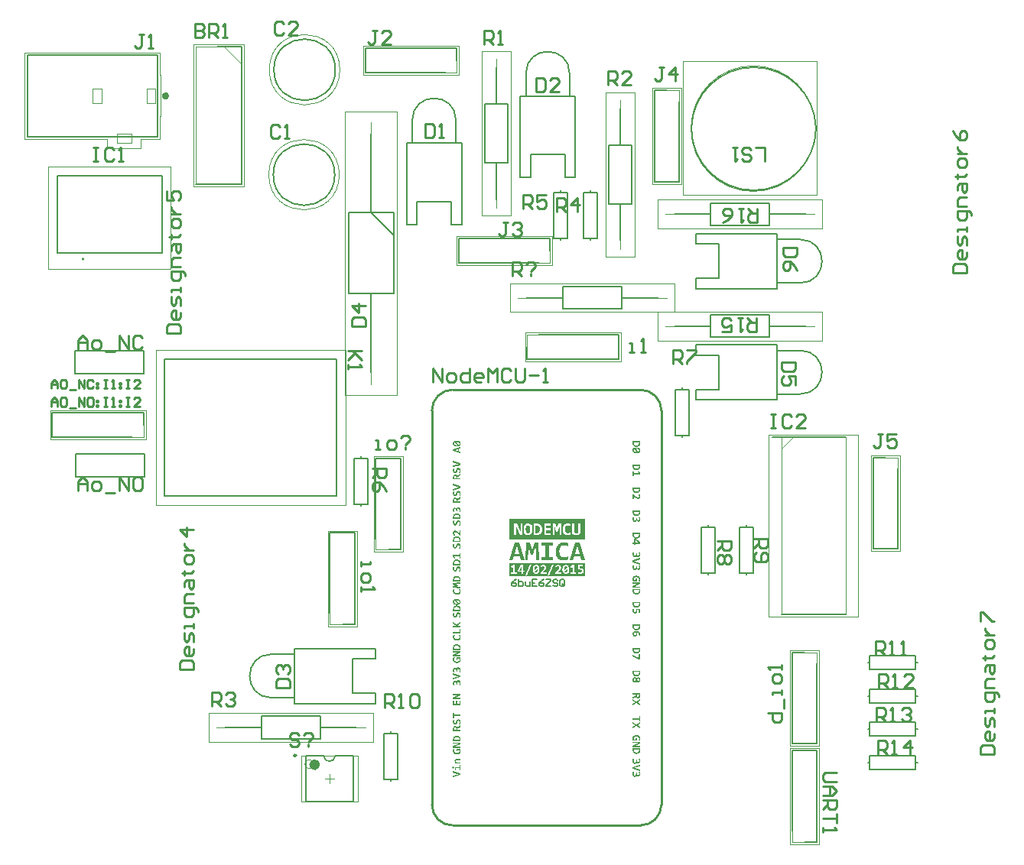
<source format=gto>
G04*
G04 #@! TF.GenerationSoftware,Altium Limited,Altium Designer,18.0.9 (584)*
G04*
G04 Layer_Color=65535*
%FSLAX44Y44*%
%MOMM*%
G71*
G01*
G75*
%ADD10C,0.2000*%
%ADD11C,0.1000*%
%ADD12C,0.6000*%
%ADD13C,0.2500*%
%ADD14C,0.1270*%
%ADD15C,0.4000*%
%ADD16C,0.2540*%
%ADD17C,0.1778*%
%ADD18C,0.0001*%
%ADD19C,0.0500*%
G36*
X876647Y654059D02*
X793576D01*
Y668497D01*
X876647D01*
Y654059D01*
D02*
G37*
G36*
X854780Y691506D02*
X854988D01*
X855162Y691471D01*
X855509Y691436D01*
X855925Y691367D01*
X856030D01*
X856134Y691332D01*
X856273D01*
X856655Y691263D01*
X857071Y691159D01*
X857106D01*
X857175Y691124D01*
X857280Y691089D01*
X857453Y691054D01*
X857835Y690950D01*
X858287Y690811D01*
Y687200D01*
X858217Y687235D01*
X858078Y687305D01*
X857835Y687409D01*
X857488Y687513D01*
X857141Y687652D01*
X856724Y687791D01*
X855856Y688034D01*
X855821D01*
X855648Y688068D01*
X855439Y688138D01*
X855162Y688173D01*
X854849Y688242D01*
X854502Y688277D01*
X853773Y688311D01*
X853530D01*
X853287Y688277D01*
X852974Y688242D01*
X852592Y688173D01*
X852176Y688103D01*
X851794Y687964D01*
X851412Y687791D01*
X851377Y687756D01*
X851238Y687686D01*
X851064Y687582D01*
X850856Y687443D01*
X850578Y687235D01*
X850335Y686992D01*
X850057Y686714D01*
X849814Y686402D01*
X849780Y686367D01*
X849710Y686228D01*
X849606Y686055D01*
X849467Y685811D01*
X849328Y685464D01*
X849155Y685117D01*
X849016Y684700D01*
X848877Y684249D01*
Y684180D01*
X848842Y684041D01*
X848807Y683798D01*
X848738Y683450D01*
X848703Y683068D01*
X848634Y682582D01*
X848599Y682096D01*
Y681541D01*
Y681471D01*
Y681263D01*
Y680985D01*
X848634Y680603D01*
X848669Y680152D01*
X848703Y679700D01*
X848877Y678728D01*
Y678659D01*
X848946Y678520D01*
X849016Y678277D01*
X849120Y677999D01*
X849259Y677652D01*
X849398Y677305D01*
X849606Y676957D01*
X849814Y676610D01*
X849849Y676575D01*
X849919Y676471D01*
X850092Y676332D01*
X850266Y676124D01*
X850509Y675916D01*
X850787Y675707D01*
X851099Y675499D01*
X851446Y675325D01*
X851481Y675291D01*
X851620Y675256D01*
X851828Y675187D01*
X852141Y675117D01*
X852488Y675013D01*
X852870Y674943D01*
X853356Y674909D01*
X853842Y674874D01*
X854155D01*
X854502Y674909D01*
X854884Y674943D01*
X854919D01*
X854988Y674978D01*
X855092D01*
X855266Y675013D01*
X855613Y675082D01*
X856030Y675187D01*
X856064D01*
X856134Y675221D01*
X856238Y675256D01*
X856412Y675291D01*
X856759Y675430D01*
X857175Y675568D01*
X857210D01*
X857280Y675603D01*
X857384Y675638D01*
X857523Y675707D01*
X857905Y675846D01*
X858287Y676020D01*
Y672617D01*
X858217Y672582D01*
X858078Y672548D01*
X857800Y672444D01*
X857488Y672339D01*
X857106Y672200D01*
X856655Y672062D01*
X855752Y671853D01*
X855682D01*
X855544Y671819D01*
X855300Y671784D01*
X854988Y671749D01*
X854641Y671680D01*
X854189Y671645D01*
X853738Y671610D01*
X852905D01*
X852523Y671645D01*
X852002Y671680D01*
X851446Y671749D01*
X850821Y671853D01*
X850162Y671992D01*
X849537Y672200D01*
X849467Y672235D01*
X849259Y672305D01*
X848981Y672478D01*
X848599Y672652D01*
X848183Y672930D01*
X847731Y673242D01*
X847280Y673624D01*
X846828Y674041D01*
X846794Y674110D01*
X846655Y674249D01*
X846446Y674527D01*
X846203Y674874D01*
X845926Y675325D01*
X845648Y675846D01*
X845405Y676402D01*
X845162Y677062D01*
Y677096D01*
X845127Y677131D01*
Y677235D01*
X845092Y677374D01*
X845023Y677548D01*
X844988Y677756D01*
X844884Y678277D01*
X844780Y678867D01*
X844710Y679596D01*
X844641Y680395D01*
X844606Y681263D01*
Y681298D01*
Y681367D01*
Y681506D01*
Y681680D01*
X844641Y681888D01*
Y682131D01*
X844676Y682721D01*
X844745Y683381D01*
X844849Y684110D01*
X844988Y684874D01*
X845196Y685603D01*
Y685638D01*
X845231Y685673D01*
X845266Y685777D01*
X845301Y685916D01*
X845439Y686263D01*
X845648Y686714D01*
X845891Y687235D01*
X846203Y687756D01*
X846551Y688311D01*
X846967Y688832D01*
X847037Y688902D01*
X847176Y689041D01*
X847419Y689284D01*
X847766Y689596D01*
X848183Y689909D01*
X848669Y690256D01*
X849189Y690568D01*
X849780Y690846D01*
X849814D01*
X849849Y690881D01*
X849953Y690916D01*
X850057Y690950D01*
X850405Y691054D01*
X850891Y691193D01*
X851412Y691332D01*
X852071Y691436D01*
X852766Y691506D01*
X853530Y691541D01*
X854328D01*
X854780Y691506D01*
D02*
G37*
G36*
X825995Y671888D02*
X822766D01*
X822419Y682825D01*
X822280Y687200D01*
X821342Y684249D01*
X819190Y677652D01*
X816898D01*
X814954Y684249D01*
X814155Y687200D01*
X814051Y682930D01*
X813704Y671888D01*
X810613D01*
X811586Y691263D01*
X815683D01*
X817384Y685742D01*
X818217Y682617D01*
X819051Y685534D01*
X820856Y691263D01*
X825058D01*
X825995Y671888D01*
D02*
G37*
G36*
X876724Y671888D02*
X872696D01*
X871620Y675707D01*
X864849Y675707D01*
X863738Y671888D01*
X860127D01*
X865891Y691263D01*
X870995Y691263D01*
X876724Y671888D01*
D02*
G37*
G36*
X841169Y688277D02*
X836898D01*
Y674909D01*
X841169D01*
Y671888D01*
X828912D01*
Y674909D01*
X833183D01*
Y688277D01*
X828912D01*
Y691263D01*
X841169D01*
Y688277D01*
D02*
G37*
G36*
X809919Y671888D02*
X805891D01*
X804815Y675707D01*
X798044D01*
X796933Y671888D01*
X793322D01*
X799086Y691263D01*
X804190D01*
X809919Y671888D01*
D02*
G37*
G36*
X877107Y717575D02*
Y694525D01*
X793576D01*
Y717575D01*
X877107D01*
D02*
G37*
G36*
X739220Y601412D02*
X735223Y598915D01*
X739220D01*
Y597326D01*
X730929D01*
Y598915D01*
X734718D01*
X730929Y601397D01*
Y603284D01*
X734896Y600461D01*
X739220Y603418D01*
Y601412D01*
D02*
G37*
G36*
Y590609D02*
X730929D01*
Y592199D01*
X737883D01*
Y595706D01*
X739220D01*
Y590609D01*
D02*
G37*
G36*
X738923Y588559D02*
X738938Y588499D01*
X738982Y588380D01*
X739027Y588247D01*
X739086Y588083D01*
X739146Y587890D01*
X739235Y587504D01*
Y587474D01*
X739250Y587415D01*
X739265Y587311D01*
X739279Y587177D01*
X739309Y587028D01*
X739324Y586835D01*
X739339Y586642D01*
Y586285D01*
X739324Y586122D01*
X739309Y585899D01*
X739279Y585661D01*
X739235Y585394D01*
X739175Y585112D01*
X739086Y584844D01*
X739071Y584814D01*
X739042Y584725D01*
X738967Y584606D01*
X738893Y584443D01*
X738774Y584264D01*
X738641Y584071D01*
X738477Y583878D01*
X738299Y583685D01*
X738269Y583670D01*
X738210Y583611D01*
X738091Y583521D01*
X737942Y583418D01*
X737749Y583299D01*
X737526Y583180D01*
X737288Y583076D01*
X737006Y582972D01*
X736991D01*
X736976Y582957D01*
X736932D01*
X736872Y582942D01*
X736798Y582912D01*
X736709Y582897D01*
X736486Y582853D01*
X736233Y582808D01*
X735921Y582779D01*
X735580Y582749D01*
X735208Y582734D01*
X735193D01*
X735163D01*
X735104D01*
X735030D01*
X734941Y582749D01*
X734837D01*
X734584Y582764D01*
X734302Y582793D01*
X733990Y582838D01*
X733663Y582897D01*
X733351Y582987D01*
X733336D01*
X733321Y583002D01*
X733276Y583016D01*
X733217Y583031D01*
X733068Y583091D01*
X732875Y583180D01*
X732652Y583284D01*
X732429Y583418D01*
X732192Y583566D01*
X731969Y583744D01*
X731939Y583774D01*
X731880Y583834D01*
X731776Y583938D01*
X731642Y584086D01*
X731508Y584264D01*
X731360Y584473D01*
X731226Y584695D01*
X731107Y584948D01*
Y584963D01*
X731092Y584978D01*
X731077Y585022D01*
X731062Y585067D01*
X731018Y585215D01*
X730958Y585424D01*
X730899Y585646D01*
X730854Y585929D01*
X730825Y586226D01*
X730810Y586553D01*
Y586894D01*
X730825Y587088D01*
Y587177D01*
X730839Y587251D01*
X730854Y587400D01*
X730884Y587578D01*
Y587623D01*
X730899Y587667D01*
Y587727D01*
X730929Y587890D01*
X730973Y588068D01*
Y588083D01*
X730988Y588113D01*
X731003Y588158D01*
X731018Y588232D01*
X731062Y588395D01*
X731122Y588588D01*
X732667D01*
X732652Y588559D01*
X732623Y588499D01*
X732578Y588395D01*
X732533Y588247D01*
X732474Y588098D01*
X732415Y587920D01*
X732311Y587548D01*
Y587533D01*
X732296Y587459D01*
X732266Y587370D01*
X732251Y587251D01*
X732221Y587117D01*
X732207Y586969D01*
X732192Y586657D01*
Y586553D01*
X732207Y586449D01*
X732221Y586315D01*
X732251Y586152D01*
X732281Y585973D01*
X732340Y585810D01*
X732415Y585646D01*
X732429Y585631D01*
X732459Y585572D01*
X732504Y585498D01*
X732563Y585409D01*
X732652Y585290D01*
X732756Y585186D01*
X732875Y585067D01*
X733009Y584963D01*
X733024Y584948D01*
X733083Y584918D01*
X733158Y584874D01*
X733262Y584814D01*
X733410Y584755D01*
X733559Y584680D01*
X733737Y584621D01*
X733930Y584562D01*
X733960D01*
X734019Y584547D01*
X734123Y584532D01*
X734272Y584502D01*
X734435Y584487D01*
X734643Y584458D01*
X734852Y584443D01*
X735089D01*
X735119D01*
X735208D01*
X735327D01*
X735490Y584458D01*
X735684Y584473D01*
X735877Y584487D01*
X736293Y584562D01*
X736322D01*
X736382Y584591D01*
X736486Y584621D01*
X736605Y584666D01*
X736753Y584725D01*
X736902Y584785D01*
X737051Y584874D01*
X737199Y584963D01*
X737214Y584978D01*
X737259Y585007D01*
X737318Y585082D01*
X737407Y585156D01*
X737496Y585260D01*
X737586Y585379D01*
X737675Y585513D01*
X737749Y585661D01*
X737764Y585676D01*
X737779Y585736D01*
X737808Y585825D01*
X737838Y585958D01*
X737883Y586107D01*
X737912Y586270D01*
X737927Y586479D01*
X737942Y586687D01*
Y586820D01*
X737927Y586969D01*
X737912Y587132D01*
Y587147D01*
X737898Y587177D01*
Y587221D01*
X737883Y587296D01*
X737853Y587444D01*
X737808Y587623D01*
Y587637D01*
X737794Y587667D01*
X737779Y587712D01*
X737764Y587786D01*
X737704Y587935D01*
X737645Y588113D01*
Y588128D01*
X737630Y588158D01*
X737615Y588202D01*
X737586Y588262D01*
X737526Y588425D01*
X737452Y588588D01*
X738908D01*
X738923Y588559D01*
D02*
G37*
G36*
X735416Y628733D02*
X735654Y628719D01*
X735936Y628689D01*
X736248Y628659D01*
X736560Y628600D01*
X736872Y628525D01*
X736887D01*
X736902Y628511D01*
X736947Y628496D01*
X737006Y628481D01*
X737155Y628436D01*
X737348Y628362D01*
X737556Y628273D01*
X737794Y628154D01*
X738016Y628020D01*
X738239Y627872D01*
X738269Y627857D01*
X738328Y627797D01*
X738432Y627708D01*
X738551Y627574D01*
X738685Y627426D01*
X738834Y627248D01*
X738967Y627039D01*
X739086Y626817D01*
X739101Y626787D01*
X739131Y626713D01*
X739175Y626579D01*
X739220Y626415D01*
X739279Y626207D01*
X739324Y625970D01*
X739354Y625702D01*
X739369Y625420D01*
Y625301D01*
X739354Y625167D01*
X739339Y625004D01*
X739309Y624796D01*
X739265Y624588D01*
X739205Y624365D01*
X739131Y624142D01*
X739116Y624112D01*
X739086Y624053D01*
X739027Y623934D01*
X738952Y623800D01*
X738834Y623652D01*
X738715Y623488D01*
X738551Y623310D01*
X738373Y623146D01*
X738343Y623132D01*
X738284Y623072D01*
X738165Y622998D01*
X738016Y622909D01*
X737823Y622805D01*
X737600Y622701D01*
X737333Y622597D01*
X737051Y622493D01*
X737036D01*
X737006Y622478D01*
X736961D01*
X736902Y622463D01*
X736828Y622448D01*
X736739Y622418D01*
X736501Y622389D01*
X736218Y622344D01*
X735892Y622299D01*
X735520Y622285D01*
X735119Y622270D01*
X735104D01*
X735074D01*
X735015D01*
X734941D01*
X734852D01*
X734747Y622285D01*
X734510Y622299D01*
X734227Y622329D01*
X733915Y622359D01*
X733603Y622418D01*
X733291Y622493D01*
X733276D01*
X733262Y622508D01*
X733217Y622522D01*
X733158Y622537D01*
X733009Y622582D01*
X732816Y622656D01*
X732608Y622745D01*
X732385Y622864D01*
X732162Y622983D01*
X731939Y623132D01*
X731909Y623146D01*
X731850Y623206D01*
X731746Y623295D01*
X731612Y623429D01*
X731479Y623577D01*
X731330Y623756D01*
X731196Y623964D01*
X731077Y624187D01*
X731062Y624216D01*
X731033Y624291D01*
X730988Y624424D01*
X730929Y624603D01*
X730869Y624811D01*
X730825Y625048D01*
X730795Y625316D01*
X730780Y625598D01*
Y625717D01*
X730795Y625851D01*
X730810Y626014D01*
X730839Y626207D01*
X730884Y626415D01*
X730944Y626638D01*
X731033Y626861D01*
X731048Y626891D01*
X731077Y626965D01*
X731137Y627069D01*
X731211Y627203D01*
X731315Y627366D01*
X731449Y627530D01*
X731612Y627693D01*
X731790Y627857D01*
X731820Y627872D01*
X731880Y627931D01*
X731999Y628005D01*
X732147Y628094D01*
X732340Y628199D01*
X732563Y628302D01*
X732816Y628421D01*
X733113Y628511D01*
X733128D01*
X733143Y628525D01*
X733187Y628540D01*
X733262Y628555D01*
X733336Y628570D01*
X733425Y628585D01*
X733648Y628629D01*
X733930Y628674D01*
X734272Y628719D01*
X734643Y628733D01*
X735045Y628748D01*
X735060D01*
X735089D01*
X735149D01*
X735223D01*
X735312D01*
X735416Y628733D01*
D02*
G37*
G36*
X735312Y621586D02*
X735550Y621571D01*
X735817Y621542D01*
X736115Y621497D01*
X736426Y621438D01*
X736724Y621348D01*
X736739D01*
X736753Y621334D01*
X736798Y621319D01*
X736857Y621304D01*
X737006Y621245D01*
X737184Y621170D01*
X737392Y621066D01*
X737630Y620932D01*
X737853Y620784D01*
X738076Y620606D01*
X738106Y620576D01*
X738165Y620516D01*
X738269Y620397D01*
X738388Y620249D01*
X738522Y620071D01*
X738670Y619848D01*
X738804Y619595D01*
X738923Y619313D01*
Y619298D01*
X738938Y619283D01*
X738952Y619239D01*
X738967Y619179D01*
X738997Y619090D01*
X739012Y619001D01*
X739071Y618778D01*
X739131Y618510D01*
X739175Y618184D01*
X739205Y617827D01*
X739220Y617426D01*
Y615331D01*
X730929D01*
Y618020D01*
X730944Y618124D01*
X730958Y618347D01*
X730988Y618614D01*
X731033Y618882D01*
X731092Y619164D01*
X731181Y619446D01*
Y619461D01*
X731196Y619476D01*
X731226Y619565D01*
X731285Y619699D01*
X731360Y619863D01*
X731464Y620056D01*
X731582Y620249D01*
X731731Y620442D01*
X731909Y620635D01*
X731924Y620650D01*
X731999Y620710D01*
X732103Y620799D01*
X732251Y620903D01*
X732429Y621022D01*
X732652Y621141D01*
X732890Y621245D01*
X733172Y621348D01*
X733187D01*
X733202Y621363D01*
X733247Y621378D01*
X733306Y621393D01*
X733380Y621408D01*
X733470Y621423D01*
X733678Y621482D01*
X733945Y621527D01*
X734257Y621557D01*
X734599Y621586D01*
X734970Y621601D01*
X734985D01*
X735015D01*
X735060D01*
X735134D01*
X735223D01*
X735312Y621586D01*
D02*
G37*
G36*
X736961Y614082D02*
X737125Y614068D01*
X737318Y614038D01*
X737511Y613993D01*
X737719Y613934D01*
X737912Y613845D01*
X737927Y613830D01*
X737987Y613800D01*
X738091Y613741D01*
X738195Y613666D01*
X738328Y613562D01*
X738462Y613443D01*
X738596Y613295D01*
X738730Y613131D01*
X738745Y613117D01*
X738789Y613057D01*
X738848Y612953D01*
X738908Y612834D01*
X738997Y612671D01*
X739071Y612492D01*
X739146Y612285D01*
X739220Y612062D01*
Y612032D01*
X739250Y611958D01*
X739265Y611824D01*
X739294Y611660D01*
X739324Y611452D01*
X739339Y611230D01*
X739369Y610977D01*
Y610472D01*
X739354Y610308D01*
Y610115D01*
X739339Y609907D01*
X739294Y609446D01*
Y609417D01*
X739279Y609342D01*
X739265Y609224D01*
X739235Y609075D01*
X739205Y608882D01*
X739161Y608689D01*
X739042Y608243D01*
X737496D01*
Y608258D01*
X737511Y608287D01*
X737526Y608347D01*
X737556Y608421D01*
X737615Y608614D01*
X737690Y608837D01*
Y608852D01*
X737704Y608897D01*
X737719Y608956D01*
X737749Y609045D01*
X737794Y609238D01*
X737853Y609476D01*
Y609491D01*
X737868Y609536D01*
Y609595D01*
X737883Y609684D01*
X737927Y609877D01*
X737957Y610115D01*
Y610174D01*
X737972Y610234D01*
Y610323D01*
X737987Y610516D01*
Y610903D01*
X737972Y611007D01*
X737957Y611244D01*
X737912Y611497D01*
Y611512D01*
X737898Y611556D01*
X737883Y611601D01*
X737853Y611675D01*
X737794Y611839D01*
X737704Y612002D01*
Y612017D01*
X737675Y612032D01*
X737615Y612121D01*
X737511Y612210D01*
X737392Y612299D01*
X737377D01*
X737363Y612314D01*
X737273Y612344D01*
X737140Y612374D01*
X736976Y612388D01*
X736961D01*
X736932D01*
X736872Y612374D01*
X736798D01*
X736635Y612314D01*
X736545Y612270D01*
X736471Y612210D01*
X736456Y612195D01*
X736441Y612180D01*
X736397Y612136D01*
X736352Y612091D01*
X736233Y611943D01*
X736115Y611750D01*
X736100Y611735D01*
X736085Y611705D01*
X736055Y611646D01*
X736011Y611556D01*
X735966Y611467D01*
X735921Y611348D01*
X735832Y611096D01*
Y611081D01*
X735802Y611036D01*
X735788Y610962D01*
X735743Y610858D01*
X735698Y610754D01*
X735654Y610620D01*
X735550Y610353D01*
Y610338D01*
X735520Y610293D01*
X735490Y610219D01*
X735446Y610115D01*
X735401Y610011D01*
X735342Y609877D01*
X735223Y609610D01*
X735208Y609595D01*
X735193Y609550D01*
X735149Y609476D01*
X735089Y609387D01*
X734941Y609179D01*
X734762Y608956D01*
X734747Y608941D01*
X734718Y608912D01*
X734658Y608852D01*
X734569Y608793D01*
X734480Y608718D01*
X734361Y608644D01*
X734109Y608495D01*
X734094D01*
X734034Y608466D01*
X733960Y608451D01*
X733856Y608421D01*
X733722Y608391D01*
X733559Y608362D01*
X733395Y608347D01*
X733202Y608332D01*
X733172D01*
X733113D01*
X733024Y608347D01*
X732905D01*
X732756Y608377D01*
X732608Y608406D01*
X732444Y608436D01*
X732281Y608495D01*
X732266Y608510D01*
X732207Y608525D01*
X732117Y608570D01*
X732013Y608629D01*
X731895Y608718D01*
X731761Y608807D01*
X731642Y608926D01*
X731508Y609060D01*
X731493Y609075D01*
X731449Y609134D01*
X731389Y609209D01*
X731315Y609328D01*
X731241Y609476D01*
X731152Y609640D01*
X731062Y609833D01*
X730988Y610041D01*
X730973Y610070D01*
X730958Y610145D01*
X730929Y610279D01*
X730884Y610442D01*
X730839Y610650D01*
X730810Y610903D01*
X730795Y611170D01*
X730780Y611482D01*
Y611631D01*
X730795Y611794D01*
X730810Y611987D01*
Y612032D01*
X730825Y612091D01*
Y612166D01*
X730839Y612329D01*
X730869Y612522D01*
Y612567D01*
X730884Y612626D01*
Y612686D01*
X730914Y612849D01*
X730958Y613027D01*
Y613072D01*
X730973Y613117D01*
X730988Y613176D01*
X731018Y613325D01*
X731048Y613488D01*
X732474D01*
Y613473D01*
X732459Y613458D01*
X732444Y613414D01*
X732429Y613354D01*
X732385Y613206D01*
X732340Y613042D01*
Y613027D01*
X732325Y612998D01*
Y612953D01*
X732311Y612894D01*
X732266Y612730D01*
X732236Y612537D01*
Y612522D01*
X732221Y612492D01*
Y612448D01*
X732207Y612374D01*
X732177Y612210D01*
X732147Y612017D01*
Y611973D01*
X732132Y611928D01*
Y611868D01*
X732117Y611705D01*
Y611378D01*
X732132Y611289D01*
X732147Y611066D01*
X732192Y610828D01*
Y610813D01*
X732207Y610784D01*
X732221Y610724D01*
X732236Y610665D01*
X732296Y610516D01*
X732370Y610368D01*
X732385Y610338D01*
X732444Y610264D01*
X732548Y610174D01*
X732667Y610100D01*
X732682D01*
X732697Y610085D01*
X732786Y610070D01*
X732905Y610041D01*
X733054Y610026D01*
X733068D01*
X733098D01*
X733143Y610041D01*
X733202D01*
X733351Y610100D01*
X733425Y610130D01*
X733499Y610189D01*
X733514Y610204D01*
X733529Y610219D01*
X733559Y610264D01*
X733603Y610308D01*
X733722Y610457D01*
X733841Y610650D01*
Y610665D01*
X733871Y610709D01*
X733901Y610769D01*
X733930Y610843D01*
X733975Y610947D01*
X734019Y611051D01*
X734123Y611304D01*
Y611319D01*
X734138Y611363D01*
X734168Y611437D01*
X734198Y611542D01*
X734242Y611646D01*
X734287Y611779D01*
X734391Y612047D01*
Y612062D01*
X734421Y612106D01*
X734450Y612195D01*
X734495Y612285D01*
X734539Y612403D01*
X734599Y612522D01*
X734733Y612790D01*
X734747Y612805D01*
X734762Y612849D01*
X734807Y612923D01*
X734866Y613013D01*
X735015Y613221D01*
X735208Y613443D01*
X735223Y613458D01*
X735253Y613488D01*
X735312Y613548D01*
X735386Y613622D01*
X735475Y613696D01*
X735594Y613770D01*
X735847Y613919D01*
X735862Y613934D01*
X735907Y613949D01*
X735996Y613978D01*
X736100Y614008D01*
X736218Y614038D01*
X736367Y614068D01*
X736545Y614097D01*
X736724D01*
X736753D01*
X736843D01*
X736961Y614082D01*
D02*
G37*
G36*
X739220Y673912D02*
X737838D01*
Y676021D01*
X732519D01*
X733529Y674179D01*
X732266Y673674D01*
X730869Y676304D01*
Y677611D01*
X737838D01*
Y679439D01*
X739220D01*
Y673912D01*
D02*
G37*
G36*
X735312Y672604D02*
X735550Y672589D01*
X735817Y672559D01*
X736115Y672515D01*
X736426Y672455D01*
X736724Y672366D01*
X736739D01*
X736753Y672351D01*
X736798Y672336D01*
X736857Y672322D01*
X737006Y672262D01*
X737184Y672188D01*
X737392Y672084D01*
X737630Y671950D01*
X737853Y671802D01*
X738076Y671623D01*
X738106Y671593D01*
X738165Y671534D01*
X738269Y671415D01*
X738388Y671267D01*
X738522Y671088D01*
X738670Y670865D01*
X738804Y670613D01*
X738923Y670331D01*
Y670316D01*
X738938Y670301D01*
X738952Y670256D01*
X738967Y670197D01*
X738997Y670108D01*
X739012Y670018D01*
X739071Y669796D01*
X739131Y669528D01*
X739175Y669201D01*
X739205Y668845D01*
X739220Y668443D01*
Y666348D01*
X730929D01*
Y669038D01*
X730944Y669142D01*
X730958Y669365D01*
X730988Y669632D01*
X731033Y669900D01*
X731092Y670182D01*
X731181Y670464D01*
Y670479D01*
X731196Y670494D01*
X731226Y670583D01*
X731285Y670717D01*
X731360Y670880D01*
X731464Y671073D01*
X731582Y671267D01*
X731731Y671460D01*
X731909Y671653D01*
X731924Y671668D01*
X731999Y671727D01*
X732103Y671816D01*
X732251Y671920D01*
X732429Y672039D01*
X732652Y672158D01*
X732890Y672262D01*
X733172Y672366D01*
X733187D01*
X733202Y672381D01*
X733247Y672396D01*
X733306Y672411D01*
X733380Y672426D01*
X733470Y672440D01*
X733678Y672500D01*
X733945Y672544D01*
X734257Y672574D01*
X734599Y672604D01*
X734970Y672619D01*
X734985D01*
X735015D01*
X735060D01*
X735134D01*
X735223D01*
X735312Y672604D01*
D02*
G37*
G36*
X736961Y665100D02*
X737125Y665085D01*
X737318Y665055D01*
X737511Y665011D01*
X737719Y664951D01*
X737912Y664862D01*
X737927Y664847D01*
X737987Y664818D01*
X738091Y664758D01*
X738195Y664684D01*
X738328Y664580D01*
X738462Y664461D01*
X738596Y664313D01*
X738730Y664149D01*
X738745Y664134D01*
X738789Y664075D01*
X738848Y663971D01*
X738908Y663852D01*
X738997Y663689D01*
X739071Y663510D01*
X739146Y663302D01*
X739220Y663079D01*
Y663050D01*
X739250Y662975D01*
X739265Y662841D01*
X739294Y662678D01*
X739324Y662470D01*
X739339Y662247D01*
X739369Y661995D01*
Y661489D01*
X739354Y661326D01*
Y661133D01*
X739339Y660925D01*
X739294Y660464D01*
Y660434D01*
X739279Y660360D01*
X739265Y660241D01*
X739235Y660093D01*
X739205Y659899D01*
X739161Y659706D01*
X739042Y659260D01*
X737496D01*
Y659275D01*
X737511Y659305D01*
X737526Y659364D01*
X737556Y659439D01*
X737615Y659632D01*
X737690Y659855D01*
Y659870D01*
X737704Y659914D01*
X737719Y659974D01*
X737749Y660063D01*
X737794Y660256D01*
X737853Y660494D01*
Y660509D01*
X737868Y660553D01*
Y660613D01*
X737883Y660702D01*
X737927Y660895D01*
X737957Y661133D01*
Y661192D01*
X737972Y661252D01*
Y661341D01*
X737987Y661534D01*
Y661920D01*
X737972Y662024D01*
X737957Y662262D01*
X737912Y662515D01*
Y662530D01*
X737898Y662574D01*
X737883Y662619D01*
X737853Y662693D01*
X737794Y662856D01*
X737704Y663020D01*
Y663035D01*
X737675Y663050D01*
X737615Y663139D01*
X737511Y663228D01*
X737392Y663317D01*
X737377D01*
X737363Y663332D01*
X737273Y663362D01*
X737140Y663391D01*
X736976Y663406D01*
X736961D01*
X736932D01*
X736872Y663391D01*
X736798D01*
X736635Y663332D01*
X736545Y663287D01*
X736471Y663228D01*
X736456Y663213D01*
X736441Y663198D01*
X736397Y663154D01*
X736352Y663109D01*
X736233Y662960D01*
X736115Y662767D01*
X736100Y662752D01*
X736085Y662723D01*
X736055Y662663D01*
X736011Y662574D01*
X735966Y662485D01*
X735921Y662366D01*
X735832Y662113D01*
Y662099D01*
X735802Y662054D01*
X735788Y661980D01*
X735743Y661876D01*
X735698Y661772D01*
X735654Y661638D01*
X735550Y661370D01*
Y661356D01*
X735520Y661311D01*
X735490Y661237D01*
X735446Y661133D01*
X735401Y661029D01*
X735342Y660895D01*
X735223Y660628D01*
X735208Y660613D01*
X735193Y660568D01*
X735149Y660494D01*
X735089Y660405D01*
X734941Y660197D01*
X734762Y659974D01*
X734747Y659959D01*
X734718Y659929D01*
X734658Y659870D01*
X734569Y659810D01*
X734480Y659736D01*
X734361Y659662D01*
X734109Y659513D01*
X734094D01*
X734034Y659483D01*
X733960Y659469D01*
X733856Y659439D01*
X733722Y659409D01*
X733559Y659379D01*
X733395Y659364D01*
X733202Y659350D01*
X733172D01*
X733113D01*
X733024Y659364D01*
X732905D01*
X732756Y659394D01*
X732608Y659424D01*
X732444Y659454D01*
X732281Y659513D01*
X732266Y659528D01*
X732207Y659543D01*
X732117Y659587D01*
X732013Y659647D01*
X731895Y659736D01*
X731761Y659825D01*
X731642Y659944D01*
X731508Y660078D01*
X731493Y660093D01*
X731449Y660152D01*
X731389Y660226D01*
X731315Y660345D01*
X731241Y660494D01*
X731152Y660657D01*
X731062Y660850D01*
X730988Y661058D01*
X730973Y661088D01*
X730958Y661162D01*
X730929Y661296D01*
X730884Y661460D01*
X730839Y661668D01*
X730810Y661920D01*
X730795Y662188D01*
X730780Y662500D01*
Y662648D01*
X730795Y662812D01*
X730810Y663005D01*
Y663050D01*
X730825Y663109D01*
Y663183D01*
X730839Y663347D01*
X730869Y663540D01*
Y663585D01*
X730884Y663644D01*
Y663703D01*
X730914Y663867D01*
X730958Y664045D01*
Y664090D01*
X730973Y664134D01*
X730988Y664194D01*
X731018Y664342D01*
X731048Y664506D01*
X732474D01*
Y664491D01*
X732459Y664476D01*
X732444Y664431D01*
X732429Y664372D01*
X732385Y664223D01*
X732340Y664060D01*
Y664045D01*
X732325Y664015D01*
Y663971D01*
X732311Y663911D01*
X732266Y663748D01*
X732236Y663555D01*
Y663540D01*
X732221Y663510D01*
Y663466D01*
X732207Y663391D01*
X732177Y663228D01*
X732147Y663035D01*
Y662990D01*
X732132Y662945D01*
Y662886D01*
X732117Y662723D01*
Y662396D01*
X732132Y662307D01*
X732147Y662084D01*
X732192Y661846D01*
Y661831D01*
X732207Y661801D01*
X732221Y661742D01*
X732236Y661683D01*
X732296Y661534D01*
X732370Y661385D01*
X732385Y661356D01*
X732444Y661281D01*
X732548Y661192D01*
X732667Y661118D01*
X732682D01*
X732697Y661103D01*
X732786Y661088D01*
X732905Y661058D01*
X733054Y661044D01*
X733068D01*
X733098D01*
X733143Y661058D01*
X733202D01*
X733351Y661118D01*
X733425Y661148D01*
X733499Y661207D01*
X733514Y661222D01*
X733529Y661237D01*
X733559Y661281D01*
X733603Y661326D01*
X733722Y661475D01*
X733841Y661668D01*
Y661683D01*
X733871Y661727D01*
X733901Y661786D01*
X733930Y661861D01*
X733975Y661965D01*
X734019Y662069D01*
X734123Y662321D01*
Y662336D01*
X734138Y662381D01*
X734168Y662455D01*
X734198Y662559D01*
X734242Y662663D01*
X734287Y662797D01*
X734391Y663064D01*
Y663079D01*
X734421Y663124D01*
X734450Y663213D01*
X734495Y663302D01*
X734539Y663421D01*
X734599Y663540D01*
X734733Y663807D01*
X734747Y663822D01*
X734762Y663867D01*
X734807Y663941D01*
X734866Y664030D01*
X735015Y664238D01*
X735208Y664461D01*
X735223Y664476D01*
X735253Y664506D01*
X735312Y664565D01*
X735386Y664640D01*
X735475Y664714D01*
X735594Y664788D01*
X735847Y664937D01*
X735862Y664951D01*
X735907Y664966D01*
X735996Y664996D01*
X736100Y665026D01*
X736218Y665055D01*
X736367Y665085D01*
X736545Y665115D01*
X736724D01*
X736753D01*
X736843D01*
X736961Y665100D01*
D02*
G37*
G36*
X739220Y699272D02*
X738091D01*
X736115Y701218D01*
X736085Y701248D01*
X736025Y701307D01*
X735921Y701411D01*
X735788Y701545D01*
X735639Y701679D01*
X735475Y701827D01*
X735312Y701976D01*
X735163Y702110D01*
X735149Y702125D01*
X735089Y702169D01*
X735015Y702229D01*
X734926Y702303D01*
X734688Y702466D01*
X734450Y702615D01*
X734435Y702630D01*
X734391Y702645D01*
X734331Y702674D01*
X734257Y702719D01*
X734079Y702808D01*
X733871Y702868D01*
X733856D01*
X733826Y702883D01*
X733767D01*
X733707Y702897D01*
X733529Y702912D01*
X733321Y702927D01*
X733306D01*
X733276D01*
X733232D01*
X733172Y702912D01*
X733039Y702897D01*
X732875Y702838D01*
X732860D01*
X732846Y702823D01*
X732756Y702778D01*
X732637Y702719D01*
X732519Y702615D01*
X732504D01*
X732489Y702585D01*
X732429Y702526D01*
X732340Y702407D01*
X732266Y702258D01*
Y702244D01*
X732251Y702214D01*
X732236Y702169D01*
X732207Y702110D01*
X732177Y701946D01*
X732162Y701738D01*
Y701649D01*
X732177Y701560D01*
X732192Y701441D01*
X732221Y701307D01*
X732251Y701144D01*
X732311Y700995D01*
X732385Y700832D01*
X732400Y700817D01*
X732429Y700758D01*
X732474Y700683D01*
X732533Y700579D01*
X732608Y700461D01*
X732712Y700327D01*
X732816Y700178D01*
X732950Y700044D01*
X731895Y699227D01*
X731865Y699257D01*
X731805Y699316D01*
X731716Y699435D01*
X731597Y699584D01*
X731479Y699762D01*
X731345Y699955D01*
X731211Y700193D01*
X731092Y700431D01*
Y700446D01*
X731077Y700461D01*
X731048Y700550D01*
X730988Y700683D01*
X730929Y700876D01*
X730884Y701085D01*
X730825Y701337D01*
X730795Y701619D01*
X730780Y701902D01*
Y702006D01*
X730795Y702125D01*
Y702273D01*
X730825Y702437D01*
X730854Y702630D01*
X730884Y702808D01*
X730944Y703001D01*
Y703031D01*
X730973Y703091D01*
X731003Y703180D01*
X731062Y703298D01*
X731122Y703432D01*
X731196Y703566D01*
X731300Y703715D01*
X731404Y703848D01*
X731419Y703863D01*
X731464Y703908D01*
X731523Y703967D01*
X731612Y704056D01*
X731716Y704146D01*
X731850Y704235D01*
X731999Y704324D01*
X732162Y704398D01*
X732177Y704413D01*
X732236Y704428D01*
X732340Y704457D01*
X732459Y704502D01*
X732623Y704547D01*
X732801Y704576D01*
X732994Y704591D01*
X733217Y704606D01*
X733232D01*
X733306D01*
X733395D01*
X733529Y704591D01*
X733663Y704576D01*
X733826Y704547D01*
X734153Y704472D01*
X734168D01*
X734227Y704443D01*
X734302Y704413D01*
X734406Y704368D01*
X734539Y704309D01*
X734673Y704249D01*
X734985Y704071D01*
X735000Y704056D01*
X735060Y704027D01*
X735134Y703967D01*
X735238Y703893D01*
X735357Y703804D01*
X735505Y703700D01*
X735802Y703447D01*
X735817Y703432D01*
X735877Y703388D01*
X735951Y703313D01*
X736055Y703209D01*
X736189Y703091D01*
X736322Y702942D01*
X736486Y702793D01*
X736649Y702615D01*
X737794Y701411D01*
Y704903D01*
X739220D01*
Y699272D01*
D02*
G37*
G36*
X735312Y698113D02*
X735550Y698098D01*
X735817Y698068D01*
X736115Y698024D01*
X736426Y697964D01*
X736724Y697875D01*
X736739D01*
X736753Y697860D01*
X736798Y697845D01*
X736857Y697830D01*
X737006Y697771D01*
X737184Y697697D01*
X737392Y697593D01*
X737630Y697459D01*
X737853Y697310D01*
X738076Y697132D01*
X738106Y697102D01*
X738165Y697043D01*
X738269Y696924D01*
X738388Y696775D01*
X738522Y696597D01*
X738670Y696374D01*
X738804Y696122D01*
X738923Y695839D01*
Y695825D01*
X738938Y695810D01*
X738952Y695765D01*
X738967Y695706D01*
X738997Y695616D01*
X739012Y695527D01*
X739071Y695304D01*
X739131Y695037D01*
X739175Y694710D01*
X739205Y694353D01*
X739220Y693952D01*
Y691857D01*
X730929D01*
Y694547D01*
X730944Y694651D01*
X730958Y694874D01*
X730988Y695141D01*
X731033Y695408D01*
X731092Y695691D01*
X731181Y695973D01*
Y695988D01*
X731196Y696003D01*
X731226Y696092D01*
X731285Y696226D01*
X731360Y696389D01*
X731464Y696582D01*
X731582Y696775D01*
X731731Y696969D01*
X731909Y697162D01*
X731924Y697177D01*
X731999Y697236D01*
X732103Y697325D01*
X732251Y697429D01*
X732429Y697548D01*
X732652Y697667D01*
X732890Y697771D01*
X733172Y697875D01*
X733187D01*
X733202Y697890D01*
X733247Y697905D01*
X733306Y697920D01*
X733380Y697934D01*
X733470Y697949D01*
X733678Y698009D01*
X733945Y698053D01*
X734257Y698083D01*
X734599Y698113D01*
X734970Y698128D01*
X734985D01*
X735015D01*
X735060D01*
X735134D01*
X735223D01*
X735312Y698113D01*
D02*
G37*
G36*
X736961Y690609D02*
X737125Y690594D01*
X737318Y690564D01*
X737511Y690520D01*
X737719Y690460D01*
X737912Y690371D01*
X737927Y690356D01*
X737987Y690327D01*
X738091Y690267D01*
X738195Y690193D01*
X738328Y690089D01*
X738462Y689970D01*
X738596Y689821D01*
X738730Y689658D01*
X738745Y689643D01*
X738789Y689584D01*
X738848Y689480D01*
X738908Y689361D01*
X738997Y689197D01*
X739071Y689019D01*
X739146Y688811D01*
X739220Y688588D01*
Y688558D01*
X739250Y688484D01*
X739265Y688350D01*
X739294Y688187D01*
X739324Y687979D01*
X739339Y687756D01*
X739369Y687503D01*
Y686998D01*
X739354Y686835D01*
Y686642D01*
X739339Y686434D01*
X739294Y685973D01*
Y685943D01*
X739279Y685869D01*
X739265Y685750D01*
X739235Y685602D01*
X739205Y685408D01*
X739161Y685215D01*
X739042Y684769D01*
X737496D01*
Y684784D01*
X737511Y684814D01*
X737526Y684873D01*
X737556Y684948D01*
X737615Y685141D01*
X737690Y685364D01*
Y685379D01*
X737704Y685423D01*
X737719Y685483D01*
X737749Y685572D01*
X737794Y685765D01*
X737853Y686003D01*
Y686018D01*
X737868Y686062D01*
Y686122D01*
X737883Y686211D01*
X737927Y686404D01*
X737957Y686642D01*
Y686701D01*
X737972Y686760D01*
Y686850D01*
X737987Y687043D01*
Y687429D01*
X737972Y687533D01*
X737957Y687771D01*
X737912Y688024D01*
Y688038D01*
X737898Y688083D01*
X737883Y688128D01*
X737853Y688202D01*
X737794Y688365D01*
X737704Y688529D01*
Y688544D01*
X737675Y688558D01*
X737615Y688648D01*
X737511Y688737D01*
X737392Y688826D01*
X737377D01*
X737363Y688841D01*
X737273Y688870D01*
X737140Y688900D01*
X736976Y688915D01*
X736961D01*
X736932D01*
X736872Y688900D01*
X736798D01*
X736635Y688841D01*
X736545Y688796D01*
X736471Y688737D01*
X736456Y688722D01*
X736441Y688707D01*
X736397Y688662D01*
X736352Y688618D01*
X736233Y688469D01*
X736115Y688276D01*
X736100Y688261D01*
X736085Y688232D01*
X736055Y688172D01*
X736011Y688083D01*
X735966Y687994D01*
X735921Y687875D01*
X735832Y687622D01*
Y687607D01*
X735802Y687563D01*
X735788Y687489D01*
X735743Y687385D01*
X735698Y687281D01*
X735654Y687147D01*
X735550Y686879D01*
Y686864D01*
X735520Y686820D01*
X735490Y686746D01*
X735446Y686642D01*
X735401Y686538D01*
X735342Y686404D01*
X735223Y686136D01*
X735208Y686122D01*
X735193Y686077D01*
X735149Y686003D01*
X735089Y685913D01*
X734941Y685705D01*
X734762Y685483D01*
X734747Y685468D01*
X734718Y685438D01*
X734658Y685379D01*
X734569Y685319D01*
X734480Y685245D01*
X734361Y685171D01*
X734109Y685022D01*
X734094D01*
X734034Y684992D01*
X733960Y684977D01*
X733856Y684948D01*
X733722Y684918D01*
X733559Y684888D01*
X733395Y684873D01*
X733202Y684858D01*
X733172D01*
X733113D01*
X733024Y684873D01*
X732905D01*
X732756Y684903D01*
X732608Y684933D01*
X732444Y684962D01*
X732281Y685022D01*
X732266Y685037D01*
X732207Y685052D01*
X732117Y685096D01*
X732013Y685156D01*
X731895Y685245D01*
X731761Y685334D01*
X731642Y685453D01*
X731508Y685587D01*
X731493Y685602D01*
X731449Y685661D01*
X731389Y685735D01*
X731315Y685854D01*
X731241Y686003D01*
X731152Y686166D01*
X731062Y686359D01*
X730988Y686567D01*
X730973Y686597D01*
X730958Y686671D01*
X730929Y686805D01*
X730884Y686969D01*
X730839Y687177D01*
X730810Y687429D01*
X730795Y687697D01*
X730780Y688009D01*
Y688157D01*
X730795Y688321D01*
X730810Y688514D01*
Y688558D01*
X730825Y688618D01*
Y688692D01*
X730839Y688856D01*
X730869Y689049D01*
Y689093D01*
X730884Y689153D01*
Y689212D01*
X730914Y689376D01*
X730958Y689554D01*
Y689598D01*
X730973Y689643D01*
X730988Y689703D01*
X731018Y689851D01*
X731048Y690015D01*
X732474D01*
Y690000D01*
X732459Y689985D01*
X732444Y689940D01*
X732429Y689881D01*
X732385Y689732D01*
X732340Y689569D01*
Y689554D01*
X732325Y689524D01*
Y689480D01*
X732311Y689420D01*
X732266Y689257D01*
X732236Y689064D01*
Y689049D01*
X732221Y689019D01*
Y688975D01*
X732207Y688900D01*
X732177Y688737D01*
X732147Y688544D01*
Y688499D01*
X732132Y688454D01*
Y688395D01*
X732117Y688232D01*
Y687905D01*
X732132Y687815D01*
X732147Y687593D01*
X732192Y687355D01*
Y687340D01*
X732207Y687310D01*
X732221Y687251D01*
X732236Y687191D01*
X732296Y687043D01*
X732370Y686894D01*
X732385Y686864D01*
X732444Y686790D01*
X732548Y686701D01*
X732667Y686627D01*
X732682D01*
X732697Y686612D01*
X732786Y686597D01*
X732905Y686567D01*
X733054Y686552D01*
X733068D01*
X733098D01*
X733143Y686567D01*
X733202D01*
X733351Y686627D01*
X733425Y686656D01*
X733499Y686716D01*
X733514Y686731D01*
X733529Y686746D01*
X733559Y686790D01*
X733603Y686835D01*
X733722Y686983D01*
X733841Y687177D01*
Y687191D01*
X733871Y687236D01*
X733901Y687295D01*
X733930Y687370D01*
X733975Y687474D01*
X734019Y687578D01*
X734123Y687830D01*
Y687845D01*
X734138Y687890D01*
X734168Y687964D01*
X734198Y688068D01*
X734242Y688172D01*
X734287Y688306D01*
X734391Y688573D01*
Y688588D01*
X734421Y688633D01*
X734450Y688722D01*
X734495Y688811D01*
X734539Y688930D01*
X734599Y689049D01*
X734733Y689316D01*
X734747Y689331D01*
X734762Y689376D01*
X734807Y689450D01*
X734866Y689539D01*
X735015Y689747D01*
X735208Y689970D01*
X735223Y689985D01*
X735253Y690015D01*
X735312Y690074D01*
X735386Y690148D01*
X735475Y690223D01*
X735594Y690297D01*
X735847Y690445D01*
X735862Y690460D01*
X735907Y690475D01*
X735996Y690505D01*
X736100Y690535D01*
X736218Y690564D01*
X736367Y690594D01*
X736545Y690624D01*
X736724D01*
X736753D01*
X736843D01*
X736961Y690609D01*
D02*
G37*
G36*
X736932Y730412D02*
X737080Y730397D01*
X737244Y730368D01*
X737422Y730323D01*
X737615Y730264D01*
X737808Y730189D01*
X737823Y730174D01*
X737883Y730145D01*
X737987Y730100D01*
X738091Y730026D01*
X738224Y729922D01*
X738373Y729803D01*
X738522Y729654D01*
X738655Y729491D01*
X738670Y729476D01*
X738715Y729402D01*
X738774Y729298D01*
X738848Y729164D01*
X738938Y728986D01*
X739012Y728792D01*
X739101Y728555D01*
X739175Y728302D01*
Y728272D01*
X739190Y728228D01*
X739205Y728183D01*
X739235Y728020D01*
X739265Y727827D01*
X739294Y727574D01*
X739324Y727292D01*
X739339Y726965D01*
X739354Y726608D01*
Y726326D01*
X739339Y726162D01*
Y726073D01*
X739324Y726014D01*
Y725865D01*
X739309Y725687D01*
Y725598D01*
X739294Y725538D01*
X739279Y725390D01*
X739265Y725226D01*
Y725197D01*
X739250Y725093D01*
X739235Y724974D01*
X739220Y724840D01*
X737868D01*
Y724855D01*
X737883Y724914D01*
X737898Y724989D01*
X737912Y725093D01*
X737942Y725226D01*
X737957Y725375D01*
X737987Y725538D01*
X738002Y725717D01*
Y725806D01*
X738016Y725910D01*
Y726044D01*
X738031Y726192D01*
Y726370D01*
X738046Y726564D01*
Y726950D01*
X738031Y727084D01*
Y727217D01*
X738016Y727366D01*
X737972Y727663D01*
Y727678D01*
X737957Y727723D01*
X737927Y727797D01*
X737912Y727886D01*
X737823Y728094D01*
X737719Y728302D01*
X737704Y728317D01*
X737690Y728347D01*
X737600Y728451D01*
X737467Y728570D01*
X737303Y728674D01*
X737288D01*
X737259Y728689D01*
X737199Y728718D01*
X737140Y728733D01*
X736961Y728778D01*
X736739Y728792D01*
X736724D01*
X736694D01*
X736635D01*
X736575Y728778D01*
X736412Y728733D01*
X736248Y728659D01*
X736233D01*
X736204Y728644D01*
X736115Y728570D01*
X735996Y728451D01*
X735877Y728287D01*
X735862Y728272D01*
X735847Y728243D01*
X735817Y728198D01*
X735788Y728124D01*
X735743Y728035D01*
X735698Y727931D01*
X735654Y727797D01*
X735624Y727663D01*
Y727648D01*
X735609Y727589D01*
X735594Y727515D01*
X735580Y727411D01*
X735565Y727277D01*
X735550Y727113D01*
X735535Y726950D01*
Y725836D01*
X734361D01*
Y726846D01*
X734346Y726950D01*
Y727084D01*
X734316Y727217D01*
X734302Y727351D01*
X734272Y727485D01*
Y727500D01*
X734257Y727544D01*
X734227Y727604D01*
X734198Y727678D01*
X734109Y727841D01*
X734005Y728005D01*
X733990Y728020D01*
X733975Y728035D01*
X733901Y728109D01*
X733767Y728213D01*
X733618Y728287D01*
X733603D01*
X733574Y728302D01*
X733529Y728317D01*
X733470Y728332D01*
X733321Y728362D01*
X733143Y728376D01*
X733113D01*
X733054D01*
X732964Y728362D01*
X732846Y728332D01*
X732727Y728287D01*
X732593Y728228D01*
X732459Y728154D01*
X732355Y728035D01*
X732340Y728020D01*
X732311Y727975D01*
X732266Y727901D01*
X732221Y727782D01*
X732177Y727648D01*
X732132Y727470D01*
X732103Y727262D01*
X732088Y727024D01*
Y726846D01*
X732103Y726712D01*
X732117Y726564D01*
X732132Y726400D01*
X732192Y726044D01*
Y726029D01*
X732207Y725969D01*
X732236Y725865D01*
X732266Y725746D01*
X732296Y725598D01*
X732340Y725434D01*
X732444Y725063D01*
X731137D01*
Y725078D01*
X731122Y725107D01*
X731107Y725167D01*
X731077Y725241D01*
X731033Y725405D01*
X730988Y725598D01*
Y725613D01*
X730973Y725642D01*
X730958Y725702D01*
X730944Y725761D01*
X730899Y725925D01*
X730869Y726118D01*
Y726133D01*
X730854Y726162D01*
Y726222D01*
X730839Y726281D01*
X730825Y726445D01*
X730810Y726638D01*
Y726683D01*
X730795Y726742D01*
Y726816D01*
X730780Y726995D01*
Y727440D01*
X730795Y727604D01*
X730810Y727797D01*
X730839Y727990D01*
X730884Y728198D01*
X730929Y728391D01*
Y728421D01*
X730958Y728481D01*
X730988Y728570D01*
X731033Y728703D01*
X731092Y728837D01*
X731166Y728986D01*
X731256Y729134D01*
X731360Y729268D01*
X731375Y729283D01*
X731404Y729327D01*
X731464Y729387D01*
X731538Y729476D01*
X731642Y729550D01*
X731746Y729640D01*
X731880Y729729D01*
X732013Y729803D01*
X732028Y729818D01*
X732088Y729833D01*
X732162Y729862D01*
X732266Y729892D01*
X732400Y729922D01*
X732533Y729951D01*
X732697Y729981D01*
X732875D01*
X732890D01*
X732905D01*
X732994D01*
X733143Y729966D01*
X733306Y729937D01*
X733514Y729892D01*
X733707Y729833D01*
X733915Y729743D01*
X734109Y729625D01*
X734123Y729610D01*
X734183Y729565D01*
X734272Y729491D01*
X734376Y729372D01*
X734480Y729238D01*
X734599Y729075D01*
X734718Y728882D01*
X734822Y728659D01*
Y728674D01*
X734837Y728733D01*
X734852Y728807D01*
X734866Y728896D01*
X734896Y729015D01*
X734941Y729134D01*
X735045Y729387D01*
Y729402D01*
X735074Y729446D01*
X735104Y729506D01*
X735149Y729580D01*
X735282Y729758D01*
X735446Y729937D01*
X735461Y729951D01*
X735490Y729981D01*
X735535Y730026D01*
X735609Y730070D01*
X735684Y730130D01*
X735788Y730189D01*
X736011Y730293D01*
X736025D01*
X736070Y730308D01*
X736129Y730338D01*
X736218Y730368D01*
X736322Y730382D01*
X736441Y730412D01*
X736709Y730427D01*
X736739D01*
X736813D01*
X736932Y730412D01*
D02*
G37*
G36*
X735312Y723622D02*
X735550Y723607D01*
X735817Y723577D01*
X736115Y723532D01*
X736426Y723473D01*
X736724Y723384D01*
X736739D01*
X736753Y723369D01*
X736798Y723354D01*
X736857Y723339D01*
X737006Y723280D01*
X737184Y723205D01*
X737392Y723102D01*
X737630Y722968D01*
X737853Y722819D01*
X738076Y722641D01*
X738106Y722611D01*
X738165Y722552D01*
X738269Y722433D01*
X738388Y722284D01*
X738522Y722106D01*
X738670Y721883D01*
X738804Y721630D01*
X738923Y721348D01*
Y721333D01*
X738938Y721318D01*
X738952Y721274D01*
X738967Y721214D01*
X738997Y721125D01*
X739012Y721036D01*
X739071Y720813D01*
X739131Y720546D01*
X739175Y720219D01*
X739205Y719862D01*
X739220Y719461D01*
Y717366D01*
X730929D01*
Y720055D01*
X730944Y720159D01*
X730958Y720382D01*
X730988Y720650D01*
X731033Y720917D01*
X731092Y721200D01*
X731181Y721482D01*
Y721497D01*
X731196Y721512D01*
X731226Y721601D01*
X731285Y721734D01*
X731360Y721898D01*
X731464Y722091D01*
X731582Y722284D01*
X731731Y722477D01*
X731909Y722671D01*
X731924Y722685D01*
X731999Y722745D01*
X732103Y722834D01*
X732251Y722938D01*
X732429Y723057D01*
X732652Y723176D01*
X732890Y723280D01*
X733172Y723384D01*
X733187D01*
X733202Y723399D01*
X733247Y723414D01*
X733306Y723428D01*
X733380Y723443D01*
X733470Y723458D01*
X733678Y723518D01*
X733945Y723562D01*
X734257Y723592D01*
X734599Y723622D01*
X734970Y723636D01*
X734985D01*
X735015D01*
X735060D01*
X735134D01*
X735223D01*
X735312Y723622D01*
D02*
G37*
G36*
X736961Y716118D02*
X737125Y716103D01*
X737318Y716073D01*
X737511Y716029D01*
X737719Y715969D01*
X737912Y715880D01*
X737927Y715865D01*
X737987Y715835D01*
X738091Y715776D01*
X738195Y715702D01*
X738328Y715598D01*
X738462Y715479D01*
X738596Y715330D01*
X738730Y715167D01*
X738745Y715152D01*
X738789Y715092D01*
X738848Y714988D01*
X738908Y714870D01*
X738997Y714706D01*
X739071Y714528D01*
X739146Y714320D01*
X739220Y714097D01*
Y714067D01*
X739250Y713993D01*
X739265Y713859D01*
X739294Y713696D01*
X739324Y713488D01*
X739339Y713265D01*
X739369Y713012D01*
Y712507D01*
X739354Y712344D01*
Y712150D01*
X739339Y711942D01*
X739294Y711482D01*
Y711452D01*
X739279Y711378D01*
X739265Y711259D01*
X739235Y711110D01*
X739205Y710917D01*
X739161Y710724D01*
X739042Y710278D01*
X737496D01*
Y710293D01*
X737511Y710323D01*
X737526Y710382D01*
X737556Y710456D01*
X737615Y710650D01*
X737690Y710873D01*
Y710887D01*
X737704Y710932D01*
X737719Y710991D01*
X737749Y711081D01*
X737794Y711274D01*
X737853Y711512D01*
Y711526D01*
X737868Y711571D01*
Y711630D01*
X737883Y711720D01*
X737927Y711913D01*
X737957Y712150D01*
Y712210D01*
X737972Y712269D01*
Y712358D01*
X737987Y712552D01*
Y712938D01*
X737972Y713042D01*
X737957Y713280D01*
X737912Y713532D01*
Y713547D01*
X737898Y713592D01*
X737883Y713636D01*
X737853Y713711D01*
X737794Y713874D01*
X737704Y714037D01*
Y714052D01*
X737675Y714067D01*
X737615Y714156D01*
X737511Y714246D01*
X737392Y714335D01*
X737377D01*
X737363Y714350D01*
X737273Y714379D01*
X737140Y714409D01*
X736976Y714424D01*
X736961D01*
X736932D01*
X736872Y714409D01*
X736798D01*
X736635Y714350D01*
X736545Y714305D01*
X736471Y714246D01*
X736456Y714231D01*
X736441Y714216D01*
X736397Y714171D01*
X736352Y714127D01*
X736233Y713978D01*
X736115Y713785D01*
X736100Y713770D01*
X736085Y713740D01*
X736055Y713681D01*
X736011Y713592D01*
X735966Y713503D01*
X735921Y713384D01*
X735832Y713131D01*
Y713116D01*
X735802Y713072D01*
X735788Y712997D01*
X735743Y712893D01*
X735698Y712789D01*
X735654Y712656D01*
X735550Y712388D01*
Y712373D01*
X735520Y712329D01*
X735490Y712254D01*
X735446Y712150D01*
X735401Y712046D01*
X735342Y711913D01*
X735223Y711645D01*
X735208Y711630D01*
X735193Y711586D01*
X735149Y711512D01*
X735089Y711422D01*
X734941Y711214D01*
X734762Y710991D01*
X734747Y710977D01*
X734718Y710947D01*
X734658Y710887D01*
X734569Y710828D01*
X734480Y710754D01*
X734361Y710679D01*
X734109Y710531D01*
X734094D01*
X734034Y710501D01*
X733960Y710486D01*
X733856Y710456D01*
X733722Y710427D01*
X733559Y710397D01*
X733395Y710382D01*
X733202Y710367D01*
X733172D01*
X733113D01*
X733024Y710382D01*
X732905D01*
X732756Y710412D01*
X732608Y710442D01*
X732444Y710471D01*
X732281Y710531D01*
X732266Y710546D01*
X732207Y710561D01*
X732117Y710605D01*
X732013Y710665D01*
X731895Y710754D01*
X731761Y710843D01*
X731642Y710962D01*
X731508Y711096D01*
X731493Y711110D01*
X731449Y711170D01*
X731389Y711244D01*
X731315Y711363D01*
X731241Y711512D01*
X731152Y711675D01*
X731062Y711868D01*
X730988Y712076D01*
X730973Y712106D01*
X730958Y712180D01*
X730929Y712314D01*
X730884Y712477D01*
X730839Y712685D01*
X730810Y712938D01*
X730795Y713205D01*
X730780Y713518D01*
Y713666D01*
X730795Y713829D01*
X730810Y714023D01*
Y714067D01*
X730825Y714127D01*
Y714201D01*
X730839Y714364D01*
X730869Y714558D01*
Y714602D01*
X730884Y714662D01*
Y714721D01*
X730914Y714884D01*
X730958Y715063D01*
Y715107D01*
X730973Y715152D01*
X730988Y715211D01*
X731018Y715360D01*
X731048Y715523D01*
X732474D01*
Y715509D01*
X732459Y715494D01*
X732444Y715449D01*
X732429Y715390D01*
X732385Y715241D01*
X732340Y715078D01*
Y715063D01*
X732325Y715033D01*
Y714988D01*
X732311Y714929D01*
X732266Y714766D01*
X732236Y714573D01*
Y714558D01*
X732221Y714528D01*
Y714483D01*
X732207Y714409D01*
X732177Y714246D01*
X732147Y714052D01*
Y714008D01*
X732132Y713963D01*
Y713904D01*
X732117Y713740D01*
Y713413D01*
X732132Y713324D01*
X732147Y713101D01*
X732192Y712864D01*
Y712849D01*
X732207Y712819D01*
X732221Y712760D01*
X732236Y712700D01*
X732296Y712552D01*
X732370Y712403D01*
X732385Y712373D01*
X732444Y712299D01*
X732548Y712210D01*
X732667Y712136D01*
X732682D01*
X732697Y712121D01*
X732786Y712106D01*
X732905Y712076D01*
X733054Y712061D01*
X733068D01*
X733098D01*
X733143Y712076D01*
X733202D01*
X733351Y712136D01*
X733425Y712165D01*
X733499Y712225D01*
X733514Y712240D01*
X733529Y712254D01*
X733559Y712299D01*
X733603Y712344D01*
X733722Y712492D01*
X733841Y712685D01*
Y712700D01*
X733871Y712745D01*
X733901Y712804D01*
X733930Y712878D01*
X733975Y712982D01*
X734019Y713087D01*
X734123Y713339D01*
Y713354D01*
X734138Y713399D01*
X734168Y713473D01*
X734198Y713577D01*
X734242Y713681D01*
X734287Y713815D01*
X734391Y714082D01*
Y714097D01*
X734421Y714141D01*
X734450Y714231D01*
X734495Y714320D01*
X734539Y714439D01*
X734599Y714558D01*
X734733Y714825D01*
X734747Y714840D01*
X734762Y714884D01*
X734807Y714959D01*
X734866Y715048D01*
X735015Y715256D01*
X735208Y715479D01*
X735223Y715494D01*
X735253Y715523D01*
X735312Y715583D01*
X735386Y715657D01*
X735475Y715732D01*
X735594Y715806D01*
X735847Y715954D01*
X735862Y715969D01*
X735907Y715984D01*
X735996Y716014D01*
X736100Y716043D01*
X736218Y716073D01*
X736367Y716103D01*
X736545Y716133D01*
X736724D01*
X736753D01*
X736843D01*
X736961Y716118D01*
D02*
G37*
G36*
X739220Y753856D02*
Y751790D01*
X730929Y749264D01*
Y751018D01*
X735921Y752429D01*
X737571Y752875D01*
X735832Y753350D01*
X730929Y754732D01*
Y756396D01*
X739220Y753856D01*
D02*
G37*
G36*
X736961Y748566D02*
X737125Y748551D01*
X737318Y748521D01*
X737511Y748477D01*
X737719Y748417D01*
X737912Y748328D01*
X737927Y748313D01*
X737987Y748283D01*
X738091Y748224D01*
X738195Y748150D01*
X738328Y748046D01*
X738462Y747927D01*
X738596Y747778D01*
X738730Y747615D01*
X738745Y747600D01*
X738789Y747541D01*
X738848Y747437D01*
X738908Y747318D01*
X738997Y747154D01*
X739071Y746976D01*
X739146Y746768D01*
X739220Y746545D01*
Y746515D01*
X739250Y746441D01*
X739265Y746307D01*
X739294Y746144D01*
X739324Y745936D01*
X739339Y745713D01*
X739369Y745460D01*
Y744955D01*
X739354Y744792D01*
Y744598D01*
X739339Y744390D01*
X739294Y743930D01*
Y743900D01*
X739279Y743826D01*
X739265Y743707D01*
X739235Y743558D01*
X739205Y743365D01*
X739161Y743172D01*
X739042Y742726D01*
X737496D01*
Y742741D01*
X737511Y742771D01*
X737526Y742830D01*
X737556Y742905D01*
X737615Y743098D01*
X737690Y743321D01*
Y743335D01*
X737704Y743380D01*
X737719Y743439D01*
X737749Y743529D01*
X737794Y743722D01*
X737853Y743960D01*
Y743974D01*
X737868Y744019D01*
Y744078D01*
X737883Y744167D01*
X737927Y744361D01*
X737957Y744598D01*
Y744658D01*
X737972Y744717D01*
Y744807D01*
X737987Y745000D01*
Y745386D01*
X737972Y745490D01*
X737957Y745728D01*
X737912Y745980D01*
Y745995D01*
X737898Y746040D01*
X737883Y746084D01*
X737853Y746159D01*
X737794Y746322D01*
X737704Y746486D01*
Y746500D01*
X737675Y746515D01*
X737615Y746604D01*
X737511Y746694D01*
X737392Y746783D01*
X737377D01*
X737363Y746798D01*
X737273Y746827D01*
X737140Y746857D01*
X736976Y746872D01*
X736961D01*
X736932D01*
X736872Y746857D01*
X736798D01*
X736635Y746798D01*
X736545Y746753D01*
X736471Y746694D01*
X736456Y746679D01*
X736441Y746664D01*
X736397Y746619D01*
X736352Y746575D01*
X736233Y746426D01*
X736115Y746233D01*
X736100Y746218D01*
X736085Y746188D01*
X736055Y746129D01*
X736011Y746040D01*
X735966Y745951D01*
X735921Y745832D01*
X735832Y745579D01*
Y745564D01*
X735802Y745520D01*
X735788Y745445D01*
X735743Y745341D01*
X735698Y745237D01*
X735654Y745104D01*
X735550Y744836D01*
Y744821D01*
X735520Y744777D01*
X735490Y744702D01*
X735446Y744598D01*
X735401Y744494D01*
X735342Y744361D01*
X735223Y744093D01*
X735208Y744078D01*
X735193Y744034D01*
X735149Y743960D01*
X735089Y743870D01*
X734941Y743662D01*
X734762Y743439D01*
X734747Y743425D01*
X734718Y743395D01*
X734658Y743335D01*
X734569Y743276D01*
X734480Y743202D01*
X734361Y743127D01*
X734109Y742979D01*
X734094D01*
X734034Y742949D01*
X733960Y742934D01*
X733856Y742905D01*
X733722Y742875D01*
X733559Y742845D01*
X733395Y742830D01*
X733202Y742815D01*
X733172D01*
X733113D01*
X733024Y742830D01*
X732905D01*
X732756Y742860D01*
X732608Y742890D01*
X732444Y742919D01*
X732281Y742979D01*
X732266Y742994D01*
X732207Y743008D01*
X732117Y743053D01*
X732013Y743112D01*
X731895Y743202D01*
X731761Y743291D01*
X731642Y743410D01*
X731508Y743543D01*
X731493Y743558D01*
X731449Y743618D01*
X731389Y743692D01*
X731315Y743811D01*
X731241Y743960D01*
X731152Y744123D01*
X731062Y744316D01*
X730988Y744524D01*
X730973Y744554D01*
X730958Y744628D01*
X730929Y744762D01*
X730884Y744925D01*
X730839Y745133D01*
X730810Y745386D01*
X730795Y745653D01*
X730780Y745965D01*
Y746114D01*
X730795Y746277D01*
X730810Y746471D01*
Y746515D01*
X730825Y746575D01*
Y746649D01*
X730839Y746812D01*
X730869Y747006D01*
Y747050D01*
X730884Y747110D01*
Y747169D01*
X730914Y747333D01*
X730958Y747511D01*
Y747555D01*
X730973Y747600D01*
X730988Y747659D01*
X731018Y747808D01*
X731048Y747971D01*
X732474D01*
Y747957D01*
X732459Y747942D01*
X732444Y747897D01*
X732429Y747838D01*
X732385Y747689D01*
X732340Y747526D01*
Y747511D01*
X732325Y747481D01*
Y747437D01*
X732311Y747377D01*
X732266Y747214D01*
X732236Y747020D01*
Y747006D01*
X732221Y746976D01*
Y746931D01*
X732207Y746857D01*
X732177Y746694D01*
X732147Y746500D01*
Y746456D01*
X732132Y746411D01*
Y746352D01*
X732117Y746188D01*
Y745861D01*
X732132Y745772D01*
X732147Y745549D01*
X732192Y745312D01*
Y745297D01*
X732207Y745267D01*
X732221Y745208D01*
X732236Y745148D01*
X732296Y745000D01*
X732370Y744851D01*
X732385Y744821D01*
X732444Y744747D01*
X732548Y744658D01*
X732667Y744584D01*
X732682D01*
X732697Y744569D01*
X732786Y744554D01*
X732905Y744524D01*
X733054Y744509D01*
X733068D01*
X733098D01*
X733143Y744524D01*
X733202D01*
X733351Y744584D01*
X733425Y744613D01*
X733499Y744673D01*
X733514Y744688D01*
X733529Y744702D01*
X733559Y744747D01*
X733603Y744792D01*
X733722Y744940D01*
X733841Y745133D01*
Y745148D01*
X733871Y745193D01*
X733901Y745252D01*
X733930Y745327D01*
X733975Y745431D01*
X734019Y745535D01*
X734123Y745787D01*
Y745802D01*
X734138Y745847D01*
X734168Y745921D01*
X734198Y746025D01*
X734242Y746129D01*
X734287Y746263D01*
X734391Y746530D01*
Y746545D01*
X734421Y746590D01*
X734450Y746679D01*
X734495Y746768D01*
X734539Y746887D01*
X734599Y747006D01*
X734733Y747273D01*
X734747Y747288D01*
X734762Y747333D01*
X734807Y747407D01*
X734866Y747496D01*
X735015Y747704D01*
X735208Y747927D01*
X735223Y747942D01*
X735253Y747971D01*
X735312Y748031D01*
X735386Y748105D01*
X735475Y748179D01*
X735594Y748254D01*
X735847Y748402D01*
X735862Y748417D01*
X735907Y748432D01*
X735996Y748462D01*
X736100Y748492D01*
X736218Y748521D01*
X736367Y748551D01*
X736545Y748581D01*
X736724D01*
X736753D01*
X736843D01*
X736961Y748566D01*
D02*
G37*
G36*
X739220Y739977D02*
X736560Y738803D01*
X736545D01*
X736501Y738774D01*
X736426Y738729D01*
X736352Y738685D01*
X736159Y738536D01*
X736070Y738447D01*
X735996Y738343D01*
X735981Y738328D01*
X735966Y738283D01*
X735936Y738224D01*
X735892Y738150D01*
X735847Y738046D01*
X735817Y737927D01*
X735802Y737793D01*
X735788Y737644D01*
Y737347D01*
X739220D01*
Y735787D01*
X730929D01*
Y738447D01*
X730944Y738610D01*
X730958Y738803D01*
X730973Y739012D01*
X731048Y739442D01*
Y739472D01*
X731077Y739531D01*
X731107Y739635D01*
X731137Y739769D01*
X731196Y739918D01*
X731270Y740081D01*
X731345Y740245D01*
X731449Y740393D01*
X731464Y740408D01*
X731493Y740453D01*
X731553Y740527D01*
X731642Y740616D01*
X731746Y740720D01*
X731865Y740824D01*
X731999Y740913D01*
X732162Y741003D01*
X732177Y741017D01*
X732236Y741032D01*
X732325Y741077D01*
X732459Y741121D01*
X732608Y741151D01*
X732801Y741196D01*
X733009Y741211D01*
X733232Y741225D01*
X733247D01*
X733306D01*
X733395D01*
X733499Y741211D01*
X733618Y741196D01*
X733752Y741166D01*
X734034Y741092D01*
X734049D01*
X734094Y741062D01*
X734168Y741032D01*
X734242Y740988D01*
X734450Y740869D01*
X734658Y740705D01*
X734673Y740691D01*
X734703Y740661D01*
X734747Y740616D01*
X734807Y740542D01*
X734866Y740453D01*
X734941Y740364D01*
X735074Y740126D01*
Y740111D01*
X735104Y740066D01*
X735119Y740007D01*
X735149Y739918D01*
X735193Y739814D01*
X735223Y739695D01*
X735282Y739413D01*
Y739427D01*
X735297Y739457D01*
X735327Y739517D01*
X735357Y739591D01*
X735401Y739680D01*
X735461Y739769D01*
X735535Y739873D01*
X735639Y739962D01*
X735654Y739977D01*
X735684Y740007D01*
X735758Y740052D01*
X735847Y740126D01*
X735966Y740200D01*
X736100Y740289D01*
X736263Y740378D01*
X736441Y740468D01*
X739220Y741805D01*
Y739977D01*
D02*
G37*
G36*
Y779364D02*
Y777299D01*
X730929Y774773D01*
Y776526D01*
X735921Y777938D01*
X737571Y778384D01*
X735832Y778859D01*
X730929Y780241D01*
Y781905D01*
X739220Y779364D01*
D02*
G37*
G36*
X736961Y774075D02*
X737125Y774060D01*
X737318Y774030D01*
X737511Y773986D01*
X737719Y773926D01*
X737912Y773837D01*
X737927Y773822D01*
X737987Y773792D01*
X738091Y773733D01*
X738195Y773659D01*
X738328Y773555D01*
X738462Y773436D01*
X738596Y773287D01*
X738730Y773124D01*
X738745Y773109D01*
X738789Y773049D01*
X738848Y772945D01*
X738908Y772827D01*
X738997Y772663D01*
X739071Y772485D01*
X739146Y772277D01*
X739220Y772054D01*
Y772024D01*
X739250Y771950D01*
X739265Y771816D01*
X739294Y771653D01*
X739324Y771445D01*
X739339Y771222D01*
X739369Y770969D01*
Y770464D01*
X739354Y770300D01*
Y770107D01*
X739339Y769899D01*
X739294Y769439D01*
Y769409D01*
X739279Y769335D01*
X739265Y769216D01*
X739235Y769067D01*
X739205Y768874D01*
X739161Y768681D01*
X739042Y768235D01*
X737496D01*
Y768250D01*
X737511Y768280D01*
X737526Y768339D01*
X737556Y768413D01*
X737615Y768606D01*
X737690Y768829D01*
Y768844D01*
X737704Y768889D01*
X737719Y768948D01*
X737749Y769037D01*
X737794Y769231D01*
X737853Y769468D01*
Y769483D01*
X737868Y769528D01*
Y769587D01*
X737883Y769676D01*
X737927Y769870D01*
X737957Y770107D01*
Y770167D01*
X737972Y770226D01*
Y770315D01*
X737987Y770508D01*
Y770895D01*
X737972Y770999D01*
X737957Y771237D01*
X737912Y771489D01*
Y771504D01*
X737898Y771549D01*
X737883Y771593D01*
X737853Y771667D01*
X737794Y771831D01*
X737704Y771994D01*
Y772009D01*
X737675Y772024D01*
X737615Y772113D01*
X737511Y772202D01*
X737392Y772291D01*
X737377D01*
X737363Y772306D01*
X737273Y772336D01*
X737140Y772366D01*
X736976Y772381D01*
X736961D01*
X736932D01*
X736872Y772366D01*
X736798D01*
X736635Y772306D01*
X736545Y772262D01*
X736471Y772202D01*
X736456Y772188D01*
X736441Y772173D01*
X736397Y772128D01*
X736352Y772084D01*
X736233Y771935D01*
X736115Y771742D01*
X736100Y771727D01*
X736085Y771697D01*
X736055Y771638D01*
X736011Y771549D01*
X735966Y771459D01*
X735921Y771341D01*
X735832Y771088D01*
Y771073D01*
X735802Y771029D01*
X735788Y770954D01*
X735743Y770850D01*
X735698Y770746D01*
X735654Y770612D01*
X735550Y770345D01*
Y770330D01*
X735520Y770286D01*
X735490Y770211D01*
X735446Y770107D01*
X735401Y770003D01*
X735342Y769870D01*
X735223Y769602D01*
X735208Y769587D01*
X735193Y769543D01*
X735149Y769468D01*
X735089Y769379D01*
X734941Y769171D01*
X734762Y768948D01*
X734747Y768933D01*
X734718Y768904D01*
X734658Y768844D01*
X734569Y768785D01*
X734480Y768710D01*
X734361Y768636D01*
X734109Y768488D01*
X734094D01*
X734034Y768458D01*
X733960Y768443D01*
X733856Y768413D01*
X733722Y768384D01*
X733559Y768354D01*
X733395Y768339D01*
X733202Y768324D01*
X733172D01*
X733113D01*
X733024Y768339D01*
X732905D01*
X732756Y768369D01*
X732608Y768399D01*
X732444Y768428D01*
X732281Y768488D01*
X732266Y768503D01*
X732207Y768517D01*
X732117Y768562D01*
X732013Y768621D01*
X731895Y768710D01*
X731761Y768800D01*
X731642Y768919D01*
X731508Y769052D01*
X731493Y769067D01*
X731449Y769127D01*
X731389Y769201D01*
X731315Y769320D01*
X731241Y769468D01*
X731152Y769632D01*
X731062Y769825D01*
X730988Y770033D01*
X730973Y770063D01*
X730958Y770137D01*
X730929Y770271D01*
X730884Y770434D01*
X730839Y770642D01*
X730810Y770895D01*
X730795Y771162D01*
X730780Y771474D01*
Y771623D01*
X730795Y771786D01*
X730810Y771980D01*
Y772024D01*
X730825Y772084D01*
Y772158D01*
X730839Y772321D01*
X730869Y772514D01*
Y772559D01*
X730884Y772618D01*
Y772678D01*
X730914Y772841D01*
X730958Y773020D01*
Y773064D01*
X730973Y773109D01*
X730988Y773168D01*
X731018Y773317D01*
X731048Y773480D01*
X732474D01*
Y773465D01*
X732459Y773450D01*
X732444Y773406D01*
X732429Y773346D01*
X732385Y773198D01*
X732340Y773035D01*
Y773020D01*
X732325Y772990D01*
Y772945D01*
X732311Y772886D01*
X732266Y772722D01*
X732236Y772529D01*
Y772514D01*
X732221Y772485D01*
Y772440D01*
X732207Y772366D01*
X732177Y772202D01*
X732147Y772009D01*
Y771965D01*
X732132Y771920D01*
Y771861D01*
X732117Y771697D01*
Y771370D01*
X732132Y771281D01*
X732147Y771058D01*
X732192Y770820D01*
Y770806D01*
X732207Y770776D01*
X732221Y770716D01*
X732236Y770657D01*
X732296Y770508D01*
X732370Y770360D01*
X732385Y770330D01*
X732444Y770256D01*
X732548Y770167D01*
X732667Y770092D01*
X732682D01*
X732697Y770078D01*
X732786Y770063D01*
X732905Y770033D01*
X733054Y770018D01*
X733068D01*
X733098D01*
X733143Y770033D01*
X733202D01*
X733351Y770092D01*
X733425Y770122D01*
X733499Y770182D01*
X733514Y770196D01*
X733529Y770211D01*
X733559Y770256D01*
X733603Y770300D01*
X733722Y770449D01*
X733841Y770642D01*
Y770657D01*
X733871Y770702D01*
X733901Y770761D01*
X733930Y770835D01*
X733975Y770939D01*
X734019Y771043D01*
X734123Y771296D01*
Y771311D01*
X734138Y771355D01*
X734168Y771430D01*
X734198Y771534D01*
X734242Y771638D01*
X734287Y771771D01*
X734391Y772039D01*
Y772054D01*
X734421Y772098D01*
X734450Y772188D01*
X734495Y772277D01*
X734539Y772396D01*
X734599Y772514D01*
X734733Y772782D01*
X734747Y772797D01*
X734762Y772841D01*
X734807Y772916D01*
X734866Y773005D01*
X735015Y773213D01*
X735208Y773436D01*
X735223Y773450D01*
X735253Y773480D01*
X735312Y773540D01*
X735386Y773614D01*
X735475Y773688D01*
X735594Y773763D01*
X735847Y773911D01*
X735862Y773926D01*
X735907Y773941D01*
X735996Y773971D01*
X736100Y774000D01*
X736218Y774030D01*
X736367Y774060D01*
X736545Y774090D01*
X736724D01*
X736753D01*
X736843D01*
X736961Y774075D01*
D02*
G37*
G36*
X739220Y765486D02*
X736560Y764312D01*
X736545D01*
X736501Y764283D01*
X736426Y764238D01*
X736352Y764193D01*
X736159Y764045D01*
X736070Y763956D01*
X735996Y763852D01*
X735981Y763837D01*
X735966Y763792D01*
X735936Y763733D01*
X735892Y763659D01*
X735847Y763555D01*
X735817Y763436D01*
X735802Y763302D01*
X735788Y763153D01*
Y762856D01*
X739220D01*
Y761296D01*
X730929D01*
Y763956D01*
X730944Y764119D01*
X730958Y764312D01*
X730973Y764520D01*
X731048Y764951D01*
Y764981D01*
X731077Y765040D01*
X731107Y765144D01*
X731137Y765278D01*
X731196Y765427D01*
X731270Y765590D01*
X731345Y765754D01*
X731449Y765902D01*
X731464Y765917D01*
X731493Y765962D01*
X731553Y766036D01*
X731642Y766125D01*
X731746Y766229D01*
X731865Y766333D01*
X731999Y766422D01*
X732162Y766511D01*
X732177Y766526D01*
X732236Y766541D01*
X732325Y766586D01*
X732459Y766630D01*
X732608Y766660D01*
X732801Y766705D01*
X733009Y766719D01*
X733232Y766734D01*
X733247D01*
X733306D01*
X733395D01*
X733499Y766719D01*
X733618Y766705D01*
X733752Y766675D01*
X734034Y766600D01*
X734049D01*
X734094Y766571D01*
X734168Y766541D01*
X734242Y766497D01*
X734450Y766378D01*
X734658Y766214D01*
X734673Y766199D01*
X734703Y766170D01*
X734747Y766125D01*
X734807Y766051D01*
X734866Y765962D01*
X734941Y765872D01*
X735074Y765635D01*
Y765620D01*
X735104Y765575D01*
X735119Y765516D01*
X735149Y765427D01*
X735193Y765323D01*
X735223Y765204D01*
X735282Y764921D01*
Y764936D01*
X735297Y764966D01*
X735327Y765025D01*
X735357Y765100D01*
X735401Y765189D01*
X735461Y765278D01*
X735535Y765382D01*
X735639Y765471D01*
X735654Y765486D01*
X735684Y765516D01*
X735758Y765560D01*
X735847Y765635D01*
X735966Y765709D01*
X736100Y765798D01*
X736263Y765887D01*
X736441Y765976D01*
X739220Y767314D01*
Y765486D01*
D02*
G37*
G36*
X735416Y804190D02*
X735654Y804175D01*
X735936Y804145D01*
X736248Y804116D01*
X736560Y804056D01*
X736872Y803982D01*
X736887D01*
X736902Y803967D01*
X736947Y803952D01*
X737006Y803937D01*
X737155Y803893D01*
X737348Y803818D01*
X737556Y803729D01*
X737794Y803610D01*
X738016Y803476D01*
X738239Y803328D01*
X738269Y803313D01*
X738328Y803254D01*
X738432Y803165D01*
X738551Y803031D01*
X738685Y802882D01*
X738834Y802704D01*
X738967Y802496D01*
X739086Y802273D01*
X739101Y802243D01*
X739131Y802169D01*
X739175Y802035D01*
X739220Y801872D01*
X739279Y801664D01*
X739324Y801426D01*
X739354Y801159D01*
X739369Y800876D01*
Y800757D01*
X739354Y800624D01*
X739339Y800460D01*
X739309Y800252D01*
X739265Y800044D01*
X739205Y799821D01*
X739131Y799598D01*
X739116Y799569D01*
X739086Y799509D01*
X739027Y799390D01*
X738952Y799257D01*
X738834Y799108D01*
X738715Y798944D01*
X738551Y798766D01*
X738373Y798603D01*
X738343Y798588D01*
X738284Y798529D01*
X738165Y798454D01*
X738016Y798365D01*
X737823Y798261D01*
X737600Y798157D01*
X737333Y798053D01*
X737051Y797949D01*
X737036D01*
X737006Y797934D01*
X736961D01*
X736902Y797919D01*
X736828Y797904D01*
X736739Y797875D01*
X736501Y797845D01*
X736218Y797800D01*
X735892Y797756D01*
X735520Y797741D01*
X735119Y797726D01*
X735104D01*
X735074D01*
X735015D01*
X734941D01*
X734852D01*
X734747Y797741D01*
X734510Y797756D01*
X734227Y797785D01*
X733915Y797815D01*
X733603Y797875D01*
X733291Y797949D01*
X733276D01*
X733262Y797964D01*
X733217Y797979D01*
X733158Y797994D01*
X733009Y798038D01*
X732816Y798112D01*
X732608Y798202D01*
X732385Y798320D01*
X732162Y798439D01*
X731939Y798588D01*
X731909Y798603D01*
X731850Y798662D01*
X731746Y798751D01*
X731612Y798885D01*
X731479Y799034D01*
X731330Y799212D01*
X731196Y799420D01*
X731077Y799643D01*
X731062Y799673D01*
X731033Y799747D01*
X730988Y799881D01*
X730929Y800059D01*
X730869Y800267D01*
X730825Y800505D01*
X730795Y800772D01*
X730780Y801055D01*
Y801173D01*
X730795Y801307D01*
X730810Y801471D01*
X730839Y801664D01*
X730884Y801872D01*
X730944Y802095D01*
X731033Y802318D01*
X731048Y802347D01*
X731077Y802421D01*
X731137Y802525D01*
X731211Y802659D01*
X731315Y802823D01*
X731449Y802986D01*
X731612Y803150D01*
X731790Y803313D01*
X731820Y803328D01*
X731880Y803387D01*
X731999Y803462D01*
X732147Y803551D01*
X732340Y803655D01*
X732563Y803759D01*
X732816Y803878D01*
X733113Y803967D01*
X733128D01*
X733143Y803982D01*
X733187Y803997D01*
X733262Y804011D01*
X733336Y804026D01*
X733425Y804041D01*
X733648Y804086D01*
X733930Y804130D01*
X734272Y804175D01*
X734643Y804190D01*
X735045Y804205D01*
X735060D01*
X735089D01*
X735149D01*
X735223D01*
X735312D01*
X735416Y804190D01*
D02*
G37*
G36*
X739220Y795631D02*
X737586Y795170D01*
Y792273D01*
X739220Y791797D01*
Y790252D01*
X730929Y792719D01*
Y794903D01*
X739220Y797355D01*
Y795631D01*
D02*
G37*
G36*
X938011Y622971D02*
X937997Y622867D01*
X937982Y622644D01*
X937952Y622376D01*
X937907Y622109D01*
X937848Y621826D01*
X937759Y621544D01*
Y621529D01*
X937744Y621514D01*
X937714Y621425D01*
X937655Y621292D01*
X937580Y621128D01*
X937476Y620935D01*
X937357Y620742D01*
X937209Y620549D01*
X937031Y620355D01*
X937016Y620340D01*
X936942Y620281D01*
X936837Y620192D01*
X936689Y620088D01*
X936511Y619969D01*
X936288Y619850D01*
X936050Y619746D01*
X935768Y619642D01*
X935753D01*
X935738Y619627D01*
X935693Y619612D01*
X935634Y619598D01*
X935560Y619583D01*
X935470Y619568D01*
X935262Y619508D01*
X934995Y619464D01*
X934683Y619434D01*
X934341Y619404D01*
X933970Y619389D01*
X933955D01*
X933925D01*
X933880D01*
X933806D01*
X933717D01*
X933628Y619404D01*
X933390Y619419D01*
X933123Y619449D01*
X932825Y619493D01*
X932514Y619553D01*
X932216Y619642D01*
X932202D01*
X932187Y619657D01*
X932142Y619672D01*
X932083Y619687D01*
X931934Y619746D01*
X931756Y619820D01*
X931548Y619924D01*
X931310Y620058D01*
X931087Y620207D01*
X930864Y620385D01*
X930834Y620415D01*
X930775Y620474D01*
X930671Y620593D01*
X930552Y620742D01*
X930418Y620920D01*
X930270Y621143D01*
X930136Y621395D01*
X930017Y621678D01*
Y621693D01*
X930002Y621707D01*
X929987Y621752D01*
X929973Y621811D01*
X929943Y621901D01*
X929928Y621990D01*
X929869Y622213D01*
X929809Y622480D01*
X929765Y622807D01*
X929735Y623164D01*
X929720Y623565D01*
Y625660D01*
X938011D01*
Y622971D01*
D02*
G37*
G36*
X931087Y618052D02*
X931072Y618008D01*
X931057Y617933D01*
X931042Y617829D01*
X931013Y617710D01*
X930983Y617577D01*
X930968Y617413D01*
X930938Y617250D01*
Y617161D01*
X930924Y617071D01*
Y616953D01*
X930909Y616804D01*
Y616641D01*
X930894Y616284D01*
Y616120D01*
X930909Y615957D01*
X930938Y615749D01*
X930983Y615511D01*
X931042Y615274D01*
X931132Y615036D01*
X931251Y614828D01*
X931265Y614813D01*
X931325Y614753D01*
X931399Y614664D01*
X931518Y614575D01*
X931666Y614486D01*
X931830Y614397D01*
X932038Y614338D01*
X932261Y614323D01*
X932276D01*
X932291D01*
X932380D01*
X932499Y614352D01*
X932647Y614382D01*
X932811Y614441D01*
X932974Y614516D01*
X933138Y614635D01*
X933271Y614798D01*
X933286Y614813D01*
X933316Y614887D01*
X933375Y614991D01*
X933435Y615155D01*
X933494Y615363D01*
X933554Y615630D01*
X933583Y615942D01*
X933598Y616299D01*
Y617919D01*
X938011D01*
Y613119D01*
X936555D01*
Y616477D01*
X934861D01*
Y615645D01*
X934846Y615496D01*
X934831Y615303D01*
X934817Y615095D01*
X934742Y614664D01*
Y614635D01*
X934713Y614560D01*
X934683Y614456D01*
X934653Y614323D01*
X934594Y614159D01*
X934520Y613981D01*
X934445Y613817D01*
X934341Y613639D01*
X934326Y613624D01*
X934297Y613565D01*
X934222Y613490D01*
X934133Y613386D01*
X934029Y613268D01*
X933895Y613149D01*
X933747Y613030D01*
X933568Y612926D01*
X933554Y612911D01*
X933479Y612881D01*
X933375Y612837D01*
X933242Y612792D01*
X933063Y612747D01*
X932855Y612703D01*
X932632Y612673D01*
X932365Y612658D01*
X932335D01*
X932246D01*
X932127Y612673D01*
X931964Y612688D01*
X931785Y612733D01*
X931577Y612777D01*
X931384Y612852D01*
X931176Y612941D01*
X931146Y612956D01*
X931087Y612985D01*
X930998Y613060D01*
X930879Y613149D01*
X930730Y613253D01*
X930582Y613386D01*
X930433Y613550D01*
X930300Y613728D01*
X930285Y613743D01*
X930240Y613817D01*
X930181Y613921D01*
X930106Y614055D01*
X930017Y614233D01*
X929928Y614427D01*
X929839Y614650D01*
X929765Y614902D01*
Y614932D01*
X929735Y615021D01*
X929705Y615155D01*
X929675Y615333D01*
X929646Y615556D01*
X929616Y615794D01*
X929601Y616076D01*
X929586Y616358D01*
Y616611D01*
X929601Y616774D01*
Y616864D01*
X929616Y616908D01*
X929631Y617057D01*
X929646Y617235D01*
Y617324D01*
X929661Y617369D01*
X929675Y617517D01*
X929690Y617681D01*
Y617710D01*
X929705Y617800D01*
X929720Y617933D01*
X929735Y618067D01*
X931087D01*
Y618052D01*
D02*
G37*
G36*
X934014Y654601D02*
X934118D01*
X934356Y654586D01*
X934653Y654557D01*
X934950Y654497D01*
X935277Y654438D01*
X935589Y654349D01*
X935604D01*
X935634Y654334D01*
X935664Y654319D01*
X935723Y654304D01*
X935887Y654230D01*
X936080Y654155D01*
X936302Y654036D01*
X936525Y653903D01*
X936763Y653754D01*
X936986Y653576D01*
X937016Y653546D01*
X937075Y653487D01*
X937179Y653368D01*
X937313Y653219D01*
X937447Y653041D01*
X937595Y652818D01*
X937729Y652566D01*
X937848Y652298D01*
Y652283D01*
X937863Y652268D01*
X937878Y652224D01*
X937893Y652164D01*
X937952Y652001D01*
X938011Y651793D01*
X938056Y651540D01*
X938115Y651258D01*
X938145Y650931D01*
X938160Y650574D01*
Y650366D01*
X938145Y650218D01*
X938130Y650054D01*
X938115Y649876D01*
X938056Y649475D01*
Y649445D01*
X938041Y649386D01*
X938011Y649267D01*
X937982Y649133D01*
X937952Y648970D01*
X937907Y648776D01*
X937803Y648375D01*
X936258D01*
X936273Y648390D01*
X936288Y648464D01*
X936332Y648553D01*
X936377Y648687D01*
X936436Y648836D01*
X936496Y649014D01*
X936555Y649222D01*
X936615Y649430D01*
Y649460D01*
X936644Y649519D01*
X936659Y649638D01*
X936689Y649787D01*
X936719Y649950D01*
X936733Y650144D01*
X936763Y650559D01*
Y650664D01*
X936748Y650768D01*
X936733Y650916D01*
X936719Y651080D01*
X936674Y651243D01*
X936629Y651421D01*
X936555Y651600D01*
X936540Y651615D01*
X936511Y651674D01*
X936466Y651763D01*
X936407Y651867D01*
X936317Y651986D01*
X936228Y652105D01*
X936109Y652239D01*
X935976Y652357D01*
X935961Y652372D01*
X935916Y652402D01*
X935827Y652461D01*
X935723Y652521D01*
X935589Y652595D01*
X935426Y652670D01*
X935248Y652744D01*
X935054Y652803D01*
X935025D01*
X934965Y652833D01*
X934846Y652848D01*
X934698Y652878D01*
X934520Y652907D01*
X934297Y652922D01*
X934074Y652952D01*
X933821D01*
X933791D01*
X933702D01*
X933583D01*
X933420Y652937D01*
X933227Y652922D01*
X933034Y652907D01*
X932617Y652833D01*
X932588D01*
X932528Y652803D01*
X932439Y652774D01*
X932306Y652744D01*
X932172Y652684D01*
X932023Y652625D01*
X931726Y652447D01*
X931711Y652432D01*
X931666Y652402D01*
X931592Y652343D01*
X931518Y652253D01*
X931429Y652164D01*
X931325Y652045D01*
X931236Y651912D01*
X931161Y651763D01*
X931146Y651748D01*
X931132Y651689D01*
X931102Y651600D01*
X931072Y651466D01*
X931028Y651317D01*
X930998Y651139D01*
X930983Y650946D01*
X930968Y650723D01*
Y650455D01*
X930983Y650396D01*
Y650337D01*
X930998Y650262D01*
Y650247D01*
X931013Y650203D01*
X931042Y650084D01*
Y650069D01*
X931057Y650025D01*
X931087Y649965D01*
X931102Y649891D01*
X933227D01*
Y651302D01*
X934520D01*
Y648345D01*
X930091D01*
X930077Y648375D01*
X930047Y648449D01*
X930002Y648568D01*
X929943Y648717D01*
X929883Y648895D01*
X929809Y649103D01*
X929750Y649311D01*
X929705Y649549D01*
Y649579D01*
X929690Y649653D01*
X929661Y649787D01*
X929646Y649950D01*
X929616Y650158D01*
X929586Y650381D01*
X929571Y650634D01*
Y651050D01*
X929586Y651213D01*
X929601Y651421D01*
X929631Y651659D01*
X929675Y651926D01*
X929735Y652194D01*
X929824Y652461D01*
X929839Y652491D01*
X929869Y652580D01*
X929943Y652699D01*
X930017Y652863D01*
X930136Y653041D01*
X930270Y653249D01*
X930433Y653442D01*
X930611Y653635D01*
X930641Y653650D01*
X930701Y653710D01*
X930820Y653799D01*
X930983Y653903D01*
X931176Y654022D01*
X931399Y654140D01*
X931652Y654259D01*
X931934Y654363D01*
X931949D01*
X931964Y654378D01*
X932008Y654393D01*
X932068Y654408D01*
X932142Y654423D01*
X932231Y654438D01*
X932454Y654482D01*
X932721Y654542D01*
X933034Y654571D01*
X933375Y654601D01*
X933747Y654616D01*
X933762D01*
X933791D01*
X933851D01*
X933925D01*
X934014Y654601D01*
D02*
G37*
G36*
X938011Y645255D02*
X933019Y642996D01*
X932053Y642595D01*
X935708D01*
X938011D01*
Y641169D01*
X929720D01*
Y643085D01*
X934668Y645299D01*
X935723Y645745D01*
X932291D01*
X929720D01*
Y647172D01*
X938011D01*
Y645255D01*
D02*
G37*
G36*
Y637380D02*
X937997Y637276D01*
X937982Y637053D01*
X937952Y636785D01*
X937907Y636518D01*
X937848Y636235D01*
X937759Y635953D01*
Y635938D01*
X937744Y635923D01*
X937714Y635834D01*
X937655Y635700D01*
X937580Y635537D01*
X937476Y635344D01*
X937357Y635151D01*
X937209Y634958D01*
X937031Y634764D01*
X937016Y634749D01*
X936942Y634690D01*
X936837Y634601D01*
X936689Y634497D01*
X936511Y634378D01*
X936288Y634259D01*
X936050Y634155D01*
X935768Y634051D01*
X935753D01*
X935738Y634036D01*
X935693Y634021D01*
X935634Y634007D01*
X935560Y633992D01*
X935470Y633977D01*
X935262Y633917D01*
X934995Y633873D01*
X934683Y633843D01*
X934341Y633813D01*
X933970Y633799D01*
X933955D01*
X933925D01*
X933880D01*
X933806D01*
X933717D01*
X933628Y633813D01*
X933390Y633828D01*
X933123Y633858D01*
X932825Y633903D01*
X932514Y633962D01*
X932216Y634051D01*
X932202D01*
X932187Y634066D01*
X932142Y634081D01*
X932083Y634096D01*
X931934Y634155D01*
X931756Y634230D01*
X931548Y634333D01*
X931310Y634467D01*
X931087Y634616D01*
X930864Y634794D01*
X930834Y634824D01*
X930775Y634883D01*
X930671Y635002D01*
X930552Y635151D01*
X930418Y635329D01*
X930270Y635552D01*
X930136Y635804D01*
X930017Y636087D01*
Y636102D01*
X930002Y636117D01*
X929987Y636161D01*
X929973Y636221D01*
X929943Y636310D01*
X929928Y636399D01*
X929869Y636622D01*
X929809Y636889D01*
X929765Y637216D01*
X929735Y637573D01*
X929720Y637974D01*
Y640069D01*
X938011D01*
Y637380D01*
D02*
G37*
G36*
X931072Y680506D02*
X931057Y680447D01*
X931042Y680372D01*
X931028Y680268D01*
X930998Y680135D01*
X930983Y679986D01*
X930953Y679823D01*
X930938Y679644D01*
Y679555D01*
X930924Y679451D01*
Y679317D01*
X930909Y679169D01*
Y678990D01*
X930894Y678797D01*
Y678411D01*
X930909Y678277D01*
Y678144D01*
X930924Y677995D01*
X930968Y677698D01*
Y677683D01*
X930983Y677638D01*
X931013Y677564D01*
X931028Y677475D01*
X931117Y677267D01*
X931221Y677059D01*
X931236Y677044D01*
X931251Y677014D01*
X931340Y676910D01*
X931473Y676791D01*
X931637Y676687D01*
X931652D01*
X931681Y676673D01*
X931741Y676643D01*
X931800Y676628D01*
X931979Y676583D01*
X932202Y676569D01*
X932216D01*
X932246D01*
X932306D01*
X932365Y676583D01*
X932528Y676628D01*
X932692Y676702D01*
X932707D01*
X932736Y676717D01*
X932825Y676791D01*
X932944Y676910D01*
X933063Y677074D01*
X933078Y677089D01*
X933093Y677118D01*
X933123Y677163D01*
X933152Y677237D01*
X933197Y677326D01*
X933242Y677430D01*
X933286Y677564D01*
X933316Y677698D01*
Y677713D01*
X933331Y677772D01*
X933346Y677846D01*
X933361Y677950D01*
X933375Y678084D01*
X933390Y678248D01*
X933405Y678411D01*
Y679526D01*
X934579D01*
Y678515D01*
X934594Y678411D01*
Y678277D01*
X934623Y678144D01*
X934638Y678010D01*
X934668Y677876D01*
Y677861D01*
X934683Y677817D01*
X934713Y677757D01*
X934742Y677683D01*
X934831Y677520D01*
X934936Y677356D01*
X934950Y677341D01*
X934965Y677326D01*
X935040Y677252D01*
X935173Y677148D01*
X935322Y677074D01*
X935337D01*
X935366Y677059D01*
X935411Y677044D01*
X935470Y677029D01*
X935619Y676999D01*
X935797Y676985D01*
X935827D01*
X935887D01*
X935976Y676999D01*
X936095Y677029D01*
X936213Y677074D01*
X936347Y677133D01*
X936481Y677207D01*
X936585Y677326D01*
X936600Y677341D01*
X936629Y677386D01*
X936674Y677460D01*
X936719Y677579D01*
X936763Y677713D01*
X936808Y677891D01*
X936837Y678099D01*
X936852Y678337D01*
Y678515D01*
X936837Y678649D01*
X936823Y678797D01*
X936808Y678961D01*
X936748Y679317D01*
Y679332D01*
X936733Y679392D01*
X936704Y679496D01*
X936674Y679615D01*
X936644Y679763D01*
X936600Y679927D01*
X936496Y680298D01*
X937803D01*
Y680283D01*
X937818Y680254D01*
X937833Y680194D01*
X937863Y680120D01*
X937907Y679956D01*
X937952Y679763D01*
Y679748D01*
X937967Y679719D01*
X937982Y679659D01*
X937997Y679600D01*
X938041Y679436D01*
X938071Y679243D01*
Y679228D01*
X938086Y679199D01*
Y679139D01*
X938101Y679080D01*
X938115Y678916D01*
X938130Y678723D01*
Y678679D01*
X938145Y678619D01*
Y678545D01*
X938160Y678366D01*
Y677921D01*
X938145Y677757D01*
X938130Y677564D01*
X938101Y677371D01*
X938056Y677163D01*
X938011Y676970D01*
Y676940D01*
X937982Y676881D01*
X937952Y676791D01*
X937907Y676658D01*
X937848Y676524D01*
X937774Y676375D01*
X937684Y676227D01*
X937580Y676093D01*
X937566Y676078D01*
X937536Y676034D01*
X937476Y675974D01*
X937402Y675885D01*
X937298Y675811D01*
X937194Y675722D01*
X937060Y675632D01*
X936927Y675558D01*
X936912Y675543D01*
X936852Y675528D01*
X936778Y675499D01*
X936674Y675469D01*
X936540Y675439D01*
X936407Y675409D01*
X936243Y675380D01*
X936065D01*
X936050D01*
X936035D01*
X935946D01*
X935797Y675395D01*
X935634Y675424D01*
X935426Y675469D01*
X935233Y675528D01*
X935025Y675618D01*
X934831Y675736D01*
X934817Y675751D01*
X934757Y675796D01*
X934668Y675870D01*
X934564Y675989D01*
X934460Y676123D01*
X934341Y676286D01*
X934222Y676479D01*
X934118Y676702D01*
Y676687D01*
X934103Y676628D01*
X934089Y676554D01*
X934074Y676464D01*
X934044Y676346D01*
X933999Y676227D01*
X933895Y675974D01*
Y675959D01*
X933866Y675915D01*
X933836Y675855D01*
X933791Y675781D01*
X933658Y675603D01*
X933494Y675424D01*
X933479Y675409D01*
X933450Y675380D01*
X933405Y675335D01*
X933331Y675291D01*
X933257Y675231D01*
X933152Y675172D01*
X932930Y675068D01*
X932915D01*
X932870Y675053D01*
X932811Y675023D01*
X932721Y674994D01*
X932617Y674979D01*
X932499Y674949D01*
X932231Y674934D01*
X932202D01*
X932127D01*
X932008Y674949D01*
X931860Y674964D01*
X931696Y674994D01*
X931518Y675038D01*
X931325Y675098D01*
X931132Y675172D01*
X931117Y675187D01*
X931057Y675216D01*
X930953Y675261D01*
X930849Y675335D01*
X930716Y675439D01*
X930567Y675558D01*
X930418Y675707D01*
X930285Y675870D01*
X930270Y675885D01*
X930225Y675959D01*
X930166Y676063D01*
X930091Y676197D01*
X930002Y676375D01*
X929928Y676569D01*
X929839Y676806D01*
X929765Y677059D01*
Y677089D01*
X929750Y677133D01*
X929735Y677178D01*
X929705Y677341D01*
X929675Y677534D01*
X929646Y677787D01*
X929616Y678069D01*
X929601Y678396D01*
X929586Y678753D01*
Y679035D01*
X929601Y679199D01*
Y679288D01*
X929616Y679347D01*
Y679496D01*
X929631Y679674D01*
Y679763D01*
X929646Y679823D01*
X929661Y679971D01*
X929675Y680135D01*
Y680164D01*
X929690Y680268D01*
X929705Y680387D01*
X929720Y680521D01*
X931072D01*
Y680506D01*
D02*
G37*
G36*
X938011Y672497D02*
X933019Y671086D01*
X931369Y670640D01*
X933108Y670164D01*
X938011Y668782D01*
Y667118D01*
X929720Y669659D01*
Y671724D01*
X938011Y674250D01*
Y672497D01*
D02*
G37*
G36*
X931072Y666212D02*
X931057Y666152D01*
X931042Y666078D01*
X931028Y665974D01*
X930998Y665840D01*
X930983Y665692D01*
X930953Y665528D01*
X930938Y665350D01*
Y665261D01*
X930924Y665157D01*
Y665023D01*
X930909Y664874D01*
Y664696D01*
X930894Y664503D01*
Y664117D01*
X930909Y663983D01*
Y663849D01*
X930924Y663701D01*
X930968Y663403D01*
Y663389D01*
X930983Y663344D01*
X931013Y663270D01*
X931028Y663181D01*
X931117Y662972D01*
X931221Y662765D01*
X931236Y662750D01*
X931251Y662720D01*
X931340Y662616D01*
X931473Y662497D01*
X931637Y662393D01*
X931652D01*
X931681Y662378D01*
X931741Y662348D01*
X931800Y662334D01*
X931979Y662289D01*
X932202Y662274D01*
X932216D01*
X932246D01*
X932306D01*
X932365Y662289D01*
X932528Y662334D01*
X932692Y662408D01*
X932707D01*
X932736Y662423D01*
X932825Y662497D01*
X932944Y662616D01*
X933063Y662779D01*
X933078Y662794D01*
X933093Y662824D01*
X933123Y662868D01*
X933152Y662943D01*
X933197Y663032D01*
X933242Y663136D01*
X933286Y663270D01*
X933316Y663403D01*
Y663418D01*
X933331Y663478D01*
X933346Y663552D01*
X933361Y663656D01*
X933375Y663790D01*
X933390Y663953D01*
X933405Y664117D01*
Y665231D01*
X934579D01*
Y664221D01*
X934594Y664117D01*
Y663983D01*
X934623Y663849D01*
X934638Y663716D01*
X934668Y663582D01*
Y663567D01*
X934683Y663522D01*
X934713Y663463D01*
X934742Y663389D01*
X934831Y663225D01*
X934936Y663062D01*
X934950Y663047D01*
X934965Y663032D01*
X935040Y662958D01*
X935173Y662854D01*
X935322Y662779D01*
X935337D01*
X935366Y662765D01*
X935411Y662750D01*
X935470Y662735D01*
X935619Y662705D01*
X935797Y662690D01*
X935827D01*
X935887D01*
X935976Y662705D01*
X936095Y662735D01*
X936213Y662779D01*
X936347Y662839D01*
X936481Y662913D01*
X936585Y663032D01*
X936600Y663047D01*
X936629Y663091D01*
X936674Y663166D01*
X936719Y663285D01*
X936763Y663418D01*
X936808Y663597D01*
X936837Y663805D01*
X936852Y664042D01*
Y664221D01*
X936837Y664354D01*
X936823Y664503D01*
X936808Y664667D01*
X936748Y665023D01*
Y665038D01*
X936733Y665097D01*
X936704Y665201D01*
X936674Y665320D01*
X936644Y665469D01*
X936600Y665632D01*
X936496Y666004D01*
X937803D01*
Y665989D01*
X937818Y665959D01*
X937833Y665900D01*
X937863Y665826D01*
X937907Y665662D01*
X937952Y665469D01*
Y665454D01*
X937967Y665424D01*
X937982Y665365D01*
X937997Y665305D01*
X938041Y665142D01*
X938071Y664949D01*
Y664934D01*
X938086Y664904D01*
Y664845D01*
X938101Y664785D01*
X938115Y664622D01*
X938130Y664429D01*
Y664384D01*
X938145Y664325D01*
Y664250D01*
X938160Y664072D01*
Y663626D01*
X938145Y663463D01*
X938130Y663270D01*
X938101Y663077D01*
X938056Y662868D01*
X938011Y662675D01*
Y662646D01*
X937982Y662586D01*
X937952Y662497D01*
X937907Y662363D01*
X937848Y662230D01*
X937774Y662081D01*
X937684Y661932D01*
X937580Y661799D01*
X937566Y661784D01*
X937536Y661739D01*
X937476Y661680D01*
X937402Y661591D01*
X937298Y661516D01*
X937194Y661427D01*
X937060Y661338D01*
X936927Y661264D01*
X936912Y661249D01*
X936852Y661234D01*
X936778Y661204D01*
X936674Y661175D01*
X936540Y661145D01*
X936407Y661115D01*
X936243Y661085D01*
X936065D01*
X936050D01*
X936035D01*
X935946D01*
X935797Y661100D01*
X935634Y661130D01*
X935426Y661175D01*
X935233Y661234D01*
X935025Y661323D01*
X934831Y661442D01*
X934817Y661457D01*
X934757Y661501D01*
X934668Y661576D01*
X934564Y661695D01*
X934460Y661828D01*
X934341Y661992D01*
X934222Y662185D01*
X934118Y662408D01*
Y662393D01*
X934103Y662334D01*
X934089Y662259D01*
X934074Y662170D01*
X934044Y662051D01*
X933999Y661932D01*
X933895Y661680D01*
Y661665D01*
X933866Y661620D01*
X933836Y661561D01*
X933791Y661487D01*
X933658Y661308D01*
X933494Y661130D01*
X933479Y661115D01*
X933450Y661085D01*
X933405Y661041D01*
X933331Y660996D01*
X933257Y660937D01*
X933152Y660877D01*
X932930Y660773D01*
X932915D01*
X932870Y660759D01*
X932811Y660729D01*
X932721Y660699D01*
X932617Y660684D01*
X932499Y660655D01*
X932231Y660640D01*
X932202D01*
X932127D01*
X932008Y660655D01*
X931860Y660669D01*
X931696Y660699D01*
X931518Y660744D01*
X931325Y660803D01*
X931132Y660877D01*
X931117Y660892D01*
X931057Y660922D01*
X930953Y660967D01*
X930849Y661041D01*
X930716Y661145D01*
X930567Y661264D01*
X930418Y661412D01*
X930285Y661576D01*
X930270Y661591D01*
X930225Y661665D01*
X930166Y661769D01*
X930091Y661903D01*
X930002Y662081D01*
X929928Y662274D01*
X929839Y662512D01*
X929765Y662765D01*
Y662794D01*
X929750Y662839D01*
X929735Y662883D01*
X929705Y663047D01*
X929675Y663240D01*
X929646Y663493D01*
X929616Y663775D01*
X929601Y664102D01*
X929586Y664458D01*
Y664741D01*
X929601Y664904D01*
Y664993D01*
X929616Y665053D01*
Y665201D01*
X929631Y665380D01*
Y665469D01*
X929646Y665528D01*
X929661Y665677D01*
X929675Y665840D01*
Y665870D01*
X929690Y665974D01*
X929705Y666093D01*
X929720Y666227D01*
X931072D01*
Y666212D01*
D02*
G37*
G36*
X938011Y699425D02*
X937997Y699321D01*
X937982Y699098D01*
X937952Y698830D01*
X937907Y698563D01*
X937848Y698280D01*
X937759Y697998D01*
Y697983D01*
X937744Y697968D01*
X937714Y697879D01*
X937655Y697746D01*
X937580Y697582D01*
X937476Y697389D01*
X937357Y697196D01*
X937209Y697002D01*
X937031Y696809D01*
X937016Y696795D01*
X936942Y696735D01*
X936837Y696646D01*
X936689Y696542D01*
X936511Y696423D01*
X936288Y696304D01*
X936050Y696200D01*
X935768Y696096D01*
X935753D01*
X935738Y696081D01*
X935693Y696066D01*
X935634Y696051D01*
X935560Y696037D01*
X935470Y696022D01*
X935262Y695962D01*
X934995Y695918D01*
X934683Y695888D01*
X934341Y695858D01*
X933970Y695844D01*
X933955D01*
X933925D01*
X933880D01*
X933806D01*
X933717D01*
X933628Y695858D01*
X933390Y695873D01*
X933123Y695903D01*
X932825Y695947D01*
X932514Y696007D01*
X932216Y696096D01*
X932202D01*
X932187Y696111D01*
X932142Y696126D01*
X932083Y696141D01*
X931934Y696200D01*
X931756Y696274D01*
X931548Y696378D01*
X931310Y696512D01*
X931087Y696661D01*
X930864Y696839D01*
X930834Y696869D01*
X930775Y696928D01*
X930671Y697047D01*
X930552Y697196D01*
X930418Y697374D01*
X930270Y697597D01*
X930136Y697850D01*
X930017Y698132D01*
Y698147D01*
X930002Y698161D01*
X929987Y698206D01*
X929973Y698266D01*
X929943Y698355D01*
X929928Y698444D01*
X929869Y698667D01*
X929809Y698934D01*
X929765Y699261D01*
X929735Y699618D01*
X929720Y700019D01*
Y702114D01*
X938011D01*
Y699425D01*
D02*
G37*
G36*
Y692040D02*
Y689900D01*
X932781D01*
Y688637D01*
X931414D01*
Y689900D01*
X929720D01*
Y691415D01*
X931414D01*
Y695264D01*
X932736D01*
X938011Y692040D01*
D02*
G37*
G36*
Y724423D02*
X937997Y724319D01*
X937982Y724096D01*
X937952Y723829D01*
X937907Y723561D01*
X937848Y723279D01*
X937759Y722997D01*
Y722982D01*
X937744Y722967D01*
X937714Y722878D01*
X937655Y722744D01*
X937580Y722581D01*
X937476Y722388D01*
X937357Y722195D01*
X937209Y722001D01*
X937031Y721808D01*
X937016Y721793D01*
X936942Y721734D01*
X936837Y721645D01*
X936689Y721541D01*
X936511Y721422D01*
X936288Y721303D01*
X936050Y721199D01*
X935768Y721095D01*
X935753D01*
X935738Y721080D01*
X935693Y721065D01*
X935634Y721050D01*
X935560Y721036D01*
X935470Y721021D01*
X935262Y720961D01*
X934995Y720917D01*
X934683Y720887D01*
X934341Y720857D01*
X933970Y720842D01*
X933955D01*
X933925D01*
X933880D01*
X933806D01*
X933717D01*
X933628Y720857D01*
X933390Y720872D01*
X933123Y720902D01*
X932825Y720946D01*
X932514Y721006D01*
X932216Y721095D01*
X932202D01*
X932187Y721110D01*
X932142Y721125D01*
X932083Y721140D01*
X931934Y721199D01*
X931756Y721273D01*
X931548Y721377D01*
X931310Y721511D01*
X931087Y721660D01*
X930864Y721838D01*
X930834Y721868D01*
X930775Y721927D01*
X930671Y722046D01*
X930552Y722195D01*
X930418Y722373D01*
X930270Y722596D01*
X930136Y722848D01*
X930017Y723131D01*
Y723146D01*
X930002Y723160D01*
X929987Y723205D01*
X929973Y723264D01*
X929943Y723354D01*
X929928Y723443D01*
X929869Y723665D01*
X929809Y723933D01*
X929765Y724260D01*
X929735Y724616D01*
X929720Y725018D01*
Y727113D01*
X938011D01*
Y724423D01*
D02*
G37*
G36*
X931072Y719624D02*
X931057Y719564D01*
X931042Y719490D01*
X931028Y719386D01*
X930998Y719252D01*
X930983Y719104D01*
X930953Y718940D01*
X930938Y718762D01*
Y718673D01*
X930924Y718569D01*
Y718435D01*
X930909Y718287D01*
Y718108D01*
X930894Y717915D01*
Y717529D01*
X930909Y717395D01*
Y717261D01*
X930924Y717113D01*
X930968Y716815D01*
Y716801D01*
X930983Y716756D01*
X931013Y716682D01*
X931028Y716593D01*
X931117Y716385D01*
X931221Y716177D01*
X931236Y716162D01*
X931251Y716132D01*
X931340Y716028D01*
X931473Y715909D01*
X931637Y715805D01*
X931652D01*
X931681Y715790D01*
X931741Y715760D01*
X931800Y715746D01*
X931979Y715701D01*
X932202Y715686D01*
X932216D01*
X932246D01*
X932306D01*
X932365Y715701D01*
X932528Y715746D01*
X932692Y715820D01*
X932707D01*
X932736Y715835D01*
X932825Y715909D01*
X932944Y716028D01*
X933063Y716191D01*
X933078Y716206D01*
X933093Y716236D01*
X933123Y716281D01*
X933152Y716355D01*
X933197Y716444D01*
X933242Y716548D01*
X933286Y716682D01*
X933316Y716815D01*
Y716830D01*
X933331Y716890D01*
X933346Y716964D01*
X933361Y717068D01*
X933375Y717202D01*
X933390Y717365D01*
X933405Y717529D01*
Y718643D01*
X934579D01*
Y717633D01*
X934594Y717529D01*
Y717395D01*
X934623Y717261D01*
X934638Y717128D01*
X934668Y716994D01*
Y716979D01*
X934683Y716934D01*
X934713Y716875D01*
X934742Y716801D01*
X934831Y716637D01*
X934936Y716474D01*
X934950Y716459D01*
X934965Y716444D01*
X935040Y716370D01*
X935173Y716266D01*
X935322Y716191D01*
X935337D01*
X935366Y716177D01*
X935411Y716162D01*
X935470Y716147D01*
X935619Y716117D01*
X935797Y716102D01*
X935827D01*
X935887D01*
X935976Y716117D01*
X936095Y716147D01*
X936213Y716191D01*
X936347Y716251D01*
X936481Y716325D01*
X936585Y716444D01*
X936600Y716459D01*
X936629Y716504D01*
X936674Y716578D01*
X936719Y716697D01*
X936763Y716830D01*
X936808Y717009D01*
X936837Y717217D01*
X936852Y717455D01*
Y717633D01*
X936837Y717766D01*
X936823Y717915D01*
X936808Y718079D01*
X936748Y718435D01*
Y718450D01*
X936733Y718510D01*
X936704Y718614D01*
X936674Y718732D01*
X936644Y718881D01*
X936600Y719044D01*
X936496Y719416D01*
X937803D01*
Y719401D01*
X937818Y719371D01*
X937833Y719312D01*
X937863Y719238D01*
X937907Y719074D01*
X937952Y718881D01*
Y718866D01*
X937967Y718836D01*
X937982Y718777D01*
X937997Y718717D01*
X938041Y718554D01*
X938071Y718361D01*
Y718346D01*
X938086Y718316D01*
Y718257D01*
X938101Y718197D01*
X938115Y718034D01*
X938130Y717841D01*
Y717796D01*
X938145Y717737D01*
Y717663D01*
X938160Y717484D01*
Y717038D01*
X938145Y716875D01*
X938130Y716682D01*
X938101Y716489D01*
X938056Y716281D01*
X938011Y716087D01*
Y716058D01*
X937982Y715998D01*
X937952Y715909D01*
X937907Y715775D01*
X937848Y715642D01*
X937774Y715493D01*
X937684Y715344D01*
X937580Y715211D01*
X937566Y715196D01*
X937536Y715151D01*
X937476Y715092D01*
X937402Y715003D01*
X937298Y714928D01*
X937194Y714839D01*
X937060Y714750D01*
X936927Y714676D01*
X936912Y714661D01*
X936852Y714646D01*
X936778Y714616D01*
X936674Y714587D01*
X936540Y714557D01*
X936407Y714527D01*
X936243Y714498D01*
X936065D01*
X936050D01*
X936035D01*
X935946D01*
X935797Y714512D01*
X935634Y714542D01*
X935426Y714587D01*
X935233Y714646D01*
X935025Y714735D01*
X934831Y714854D01*
X934817Y714869D01*
X934757Y714914D01*
X934668Y714988D01*
X934564Y715107D01*
X934460Y715240D01*
X934341Y715404D01*
X934222Y715597D01*
X934118Y715820D01*
Y715805D01*
X934103Y715746D01*
X934089Y715671D01*
X934074Y715582D01*
X934044Y715463D01*
X933999Y715344D01*
X933895Y715092D01*
Y715077D01*
X933866Y715033D01*
X933836Y714973D01*
X933791Y714899D01*
X933658Y714720D01*
X933494Y714542D01*
X933479Y714527D01*
X933450Y714498D01*
X933405Y714453D01*
X933331Y714408D01*
X933257Y714349D01*
X933152Y714289D01*
X932930Y714185D01*
X932915D01*
X932870Y714171D01*
X932811Y714141D01*
X932721Y714111D01*
X932617Y714096D01*
X932499Y714067D01*
X932231Y714052D01*
X932202D01*
X932127D01*
X932008Y714067D01*
X931860Y714081D01*
X931696Y714111D01*
X931518Y714156D01*
X931325Y714215D01*
X931132Y714289D01*
X931117Y714304D01*
X931057Y714334D01*
X930953Y714379D01*
X930849Y714453D01*
X930716Y714557D01*
X930567Y714676D01*
X930418Y714824D01*
X930285Y714988D01*
X930270Y715003D01*
X930225Y715077D01*
X930166Y715181D01*
X930091Y715315D01*
X930002Y715493D01*
X929928Y715686D01*
X929839Y715924D01*
X929765Y716177D01*
Y716206D01*
X929750Y716251D01*
X929735Y716295D01*
X929705Y716459D01*
X929675Y716652D01*
X929646Y716905D01*
X929616Y717187D01*
X929601Y717514D01*
X929586Y717870D01*
Y718153D01*
X929601Y718316D01*
Y718405D01*
X929616Y718465D01*
Y718614D01*
X929631Y718792D01*
Y718881D01*
X929646Y718940D01*
X929661Y719089D01*
X929675Y719252D01*
Y719282D01*
X929690Y719386D01*
X929705Y719505D01*
X929720Y719639D01*
X931072D01*
Y719624D01*
D02*
G37*
G36*
X938011Y749823D02*
X937997Y749719D01*
X937982Y749496D01*
X937952Y749229D01*
X937907Y748961D01*
X937848Y748679D01*
X937759Y748397D01*
Y748382D01*
X937744Y748367D01*
X937714Y748278D01*
X937655Y748144D01*
X937580Y747981D01*
X937476Y747788D01*
X937357Y747595D01*
X937209Y747401D01*
X937031Y747208D01*
X937016Y747193D01*
X936942Y747134D01*
X936837Y747045D01*
X936689Y746941D01*
X936511Y746822D01*
X936288Y746703D01*
X936050Y746599D01*
X935768Y746495D01*
X935753D01*
X935738Y746480D01*
X935693Y746465D01*
X935634Y746450D01*
X935560Y746435D01*
X935470Y746421D01*
X935262Y746361D01*
X934995Y746317D01*
X934683Y746287D01*
X934341Y746257D01*
X933970Y746242D01*
X933955D01*
X933925D01*
X933880D01*
X933806D01*
X933717D01*
X933628Y746257D01*
X933390Y746272D01*
X933123Y746302D01*
X932825Y746346D01*
X932514Y746406D01*
X932216Y746495D01*
X932202D01*
X932187Y746510D01*
X932142Y746525D01*
X932083Y746540D01*
X931934Y746599D01*
X931756Y746673D01*
X931548Y746777D01*
X931310Y746911D01*
X931087Y747060D01*
X930864Y747238D01*
X930834Y747268D01*
X930775Y747327D01*
X930671Y747446D01*
X930552Y747595D01*
X930418Y747773D01*
X930270Y747996D01*
X930136Y748248D01*
X930017Y748531D01*
Y748546D01*
X930002Y748560D01*
X929987Y748605D01*
X929973Y748664D01*
X929943Y748754D01*
X929928Y748843D01*
X929869Y749065D01*
X929809Y749333D01*
X929765Y749660D01*
X929735Y750016D01*
X929720Y750418D01*
Y752513D01*
X938011D01*
Y749823D01*
D02*
G37*
G36*
X937075Y745113D02*
X937135Y745054D01*
X937224Y744935D01*
X937343Y744786D01*
X937461Y744608D01*
X937595Y744415D01*
X937729Y744177D01*
X937848Y743939D01*
Y743924D01*
X937863Y743910D01*
X937893Y743820D01*
X937952Y743687D01*
X938011Y743493D01*
X938056Y743285D01*
X938115Y743033D01*
X938145Y742750D01*
X938160Y742468D01*
Y742364D01*
X938145Y742245D01*
Y742097D01*
X938115Y741933D01*
X938086Y741740D01*
X938056Y741562D01*
X937997Y741369D01*
Y741339D01*
X937967Y741279D01*
X937937Y741190D01*
X937878Y741071D01*
X937818Y740938D01*
X937744Y740804D01*
X937640Y740655D01*
X937536Y740522D01*
X937521Y740507D01*
X937476Y740462D01*
X937417Y740403D01*
X937328Y740314D01*
X937224Y740224D01*
X937090Y740135D01*
X936942Y740046D01*
X936778Y739972D01*
X936763Y739957D01*
X936704Y739942D01*
X936600Y739912D01*
X936481Y739868D01*
X936317Y739823D01*
X936139Y739793D01*
X935946Y739779D01*
X935723Y739764D01*
X935708D01*
X935634D01*
X935545D01*
X935411Y739779D01*
X935277Y739793D01*
X935114Y739823D01*
X934787Y739898D01*
X934772D01*
X934713Y739927D01*
X934638Y739957D01*
X934534Y740002D01*
X934401Y740061D01*
X934267Y740120D01*
X933955Y740299D01*
X933940Y740314D01*
X933880Y740343D01*
X933806Y740403D01*
X933702Y740477D01*
X933583Y740566D01*
X933435Y740670D01*
X933138Y740923D01*
X933123Y740938D01*
X933063Y740982D01*
X932989Y741057D01*
X932885Y741161D01*
X932751Y741279D01*
X932617Y741428D01*
X932454Y741577D01*
X932291Y741755D01*
X931146Y742959D01*
Y739467D01*
X929720D01*
Y745098D01*
X930849D01*
X932825Y743152D01*
X932855Y743122D01*
X932915Y743063D01*
X933019Y742959D01*
X933152Y742825D01*
X933301Y742691D01*
X933465Y742542D01*
X933628Y742394D01*
X933776Y742260D01*
X933791Y742245D01*
X933851Y742201D01*
X933925Y742141D01*
X934014Y742067D01*
X934252Y741904D01*
X934490Y741755D01*
X934505Y741740D01*
X934549Y741725D01*
X934609Y741695D01*
X934683Y741651D01*
X934861Y741562D01*
X935069Y741502D01*
X935084D01*
X935114Y741487D01*
X935173D01*
X935233Y741473D01*
X935411Y741458D01*
X935619Y741443D01*
X935634D01*
X935664D01*
X935708D01*
X935768Y741458D01*
X935901Y741473D01*
X936065Y741532D01*
X936080D01*
X936095Y741547D01*
X936184Y741591D01*
X936302Y741651D01*
X936421Y741755D01*
X936436D01*
X936451Y741785D01*
X936511Y741844D01*
X936600Y741963D01*
X936674Y742112D01*
Y742126D01*
X936689Y742156D01*
X936704Y742201D01*
X936733Y742260D01*
X936763Y742424D01*
X936778Y742632D01*
Y742721D01*
X936763Y742810D01*
X936748Y742929D01*
X936719Y743063D01*
X936689Y743226D01*
X936629Y743374D01*
X936555Y743538D01*
X936540Y743553D01*
X936511Y743612D01*
X936466Y743687D01*
X936407Y743791D01*
X936332Y743910D01*
X936228Y744043D01*
X936124Y744192D01*
X935991Y744325D01*
X937046Y745143D01*
X937075Y745113D01*
D02*
G37*
G36*
X938011Y775283D02*
X937997Y775179D01*
X937982Y774956D01*
X937952Y774688D01*
X937907Y774421D01*
X937848Y774139D01*
X937759Y773856D01*
Y773841D01*
X937744Y773827D01*
X937714Y773737D01*
X937655Y773604D01*
X937580Y773440D01*
X937476Y773247D01*
X937357Y773054D01*
X937209Y772861D01*
X937031Y772668D01*
X937016Y772653D01*
X936942Y772593D01*
X936837Y772504D01*
X936689Y772400D01*
X936511Y772281D01*
X936288Y772162D01*
X936050Y772058D01*
X935768Y771954D01*
X935753D01*
X935738Y771939D01*
X935693Y771925D01*
X935634Y771910D01*
X935560Y771895D01*
X935470Y771880D01*
X935262Y771821D01*
X934995Y771776D01*
X934683Y771746D01*
X934341Y771717D01*
X933970Y771702D01*
X933955D01*
X933925D01*
X933880D01*
X933806D01*
X933717D01*
X933628Y771717D01*
X933390Y771731D01*
X933123Y771761D01*
X932825Y771806D01*
X932514Y771865D01*
X932216Y771954D01*
X932202D01*
X932187Y771969D01*
X932142Y771984D01*
X932083Y771999D01*
X931934Y772058D01*
X931756Y772133D01*
X931548Y772237D01*
X931310Y772370D01*
X931087Y772519D01*
X930864Y772697D01*
X930834Y772727D01*
X930775Y772786D01*
X930671Y772905D01*
X930552Y773054D01*
X930418Y773232D01*
X930270Y773455D01*
X930136Y773708D01*
X930017Y773990D01*
Y774005D01*
X930002Y774020D01*
X929987Y774064D01*
X929973Y774124D01*
X929943Y774213D01*
X929928Y774302D01*
X929869Y774525D01*
X929809Y774792D01*
X929765Y775119D01*
X929735Y775476D01*
X929720Y775877D01*
Y777972D01*
X938011D01*
Y775283D01*
D02*
G37*
G36*
X938071Y768017D02*
Y766709D01*
X931102D01*
Y764882D01*
X929720D01*
Y770409D01*
X931102D01*
Y768299D01*
X936421D01*
X935411Y770142D01*
X936674Y770647D01*
X938071Y768017D01*
D02*
G37*
G36*
X938011Y801024D02*
X937997Y800920D01*
X937982Y800698D01*
X937952Y800430D01*
X937907Y800163D01*
X937848Y799880D01*
X937759Y799598D01*
Y799583D01*
X937744Y799568D01*
X937714Y799479D01*
X937655Y799345D01*
X937580Y799182D01*
X937476Y798989D01*
X937357Y798796D01*
X937209Y798603D01*
X937031Y798409D01*
X937016Y798394D01*
X936942Y798335D01*
X936837Y798246D01*
X936689Y798142D01*
X936511Y798023D01*
X936288Y797904D01*
X936050Y797800D01*
X935768Y797696D01*
X935753D01*
X935738Y797681D01*
X935693Y797666D01*
X935634Y797652D01*
X935560Y797637D01*
X935470Y797622D01*
X935262Y797562D01*
X934995Y797518D01*
X934683Y797488D01*
X934341Y797458D01*
X933970Y797443D01*
X933955D01*
X933925D01*
X933880D01*
X933806D01*
X933717D01*
X933628Y797458D01*
X933390Y797473D01*
X933123Y797503D01*
X932825Y797548D01*
X932514Y797607D01*
X932216Y797696D01*
X932202D01*
X932187Y797711D01*
X932142Y797726D01*
X932083Y797741D01*
X931934Y797800D01*
X931756Y797874D01*
X931548Y797978D01*
X931310Y798112D01*
X931087Y798261D01*
X930864Y798439D01*
X930834Y798469D01*
X930775Y798528D01*
X930671Y798647D01*
X930552Y798796D01*
X930418Y798974D01*
X930270Y799197D01*
X930136Y799449D01*
X930017Y799732D01*
Y799747D01*
X930002Y799762D01*
X929987Y799806D01*
X929973Y799865D01*
X929943Y799955D01*
X929928Y800044D01*
X929869Y800267D01*
X929809Y800534D01*
X929765Y800861D01*
X929735Y801218D01*
X929720Y801619D01*
Y803714D01*
X938011D01*
Y801024D01*
D02*
G37*
G36*
X934193Y796760D02*
X934430Y796745D01*
X934713Y796715D01*
X935025Y796686D01*
X935337Y796626D01*
X935649Y796552D01*
X935664D01*
X935678Y796537D01*
X935723Y796522D01*
X935782Y796507D01*
X935931Y796463D01*
X936124Y796388D01*
X936332Y796299D01*
X936555Y796180D01*
X936778Y796062D01*
X937001Y795913D01*
X937031Y795898D01*
X937090Y795839D01*
X937194Y795750D01*
X937328Y795616D01*
X937461Y795467D01*
X937610Y795289D01*
X937744Y795081D01*
X937863Y794858D01*
X937878Y794828D01*
X937907Y794754D01*
X937952Y794620D01*
X938011Y794442D01*
X938071Y794234D01*
X938115Y793996D01*
X938145Y793729D01*
X938160Y793446D01*
Y793328D01*
X938145Y793194D01*
X938130Y793030D01*
X938101Y792837D01*
X938056Y792629D01*
X937997Y792406D01*
X937907Y792183D01*
X937893Y792154D01*
X937863Y792079D01*
X937803Y791975D01*
X937729Y791842D01*
X937625Y791678D01*
X937491Y791515D01*
X937328Y791351D01*
X937150Y791188D01*
X937120Y791173D01*
X937060Y791114D01*
X936942Y791039D01*
X936793Y790950D01*
X936600Y790846D01*
X936377Y790742D01*
X936124Y790623D01*
X935827Y790534D01*
X935812D01*
X935797Y790519D01*
X935753Y790504D01*
X935678Y790490D01*
X935604Y790475D01*
X935515Y790460D01*
X935292Y790415D01*
X935010Y790371D01*
X934668Y790326D01*
X934297Y790311D01*
X933895Y790296D01*
X933880D01*
X933851D01*
X933791D01*
X933717D01*
X933628D01*
X933524Y790311D01*
X933286Y790326D01*
X933004Y790356D01*
X932692Y790386D01*
X932380Y790445D01*
X932068Y790519D01*
X932053D01*
X932038Y790534D01*
X931993Y790549D01*
X931934Y790564D01*
X931785Y790608D01*
X931592Y790683D01*
X931384Y790772D01*
X931146Y790891D01*
X930924Y791024D01*
X930701Y791173D01*
X930671Y791188D01*
X930611Y791247D01*
X930508Y791337D01*
X930389Y791470D01*
X930255Y791619D01*
X930106Y791797D01*
X929973Y792005D01*
X929854Y792228D01*
X929839Y792258D01*
X929809Y792332D01*
X929765Y792466D01*
X929720Y792629D01*
X929661Y792837D01*
X929616Y793075D01*
X929586Y793342D01*
X929571Y793625D01*
Y793744D01*
X929586Y793877D01*
X929601Y794041D01*
X929631Y794249D01*
X929675Y794457D01*
X929735Y794680D01*
X929809Y794903D01*
X929824Y794932D01*
X929854Y794992D01*
X929913Y795111D01*
X929987Y795244D01*
X930106Y795393D01*
X930225Y795556D01*
X930389Y795735D01*
X930567Y795898D01*
X930597Y795913D01*
X930656Y795973D01*
X930775Y796047D01*
X930924Y796136D01*
X931117Y796240D01*
X931340Y796344D01*
X931607Y796448D01*
X931889Y796552D01*
X931904D01*
X931934Y796567D01*
X931979D01*
X932038Y796582D01*
X932112Y796597D01*
X932202Y796626D01*
X932439Y796656D01*
X932721Y796701D01*
X933048Y796745D01*
X933420Y796760D01*
X933821Y796775D01*
X933836D01*
X933866D01*
X933925D01*
X933999D01*
X934089D01*
X934193Y796760D01*
D02*
G37*
G36*
X735312Y654331D02*
X735550Y654317D01*
X735817Y654287D01*
X736115Y654242D01*
X736426Y654183D01*
X736724Y654094D01*
X736739D01*
X736753Y654079D01*
X736798Y654064D01*
X736858Y654049D01*
X737006Y653990D01*
X737184Y653915D01*
X737392Y653811D01*
X737630Y653678D01*
X737853Y653529D01*
X738076Y653351D01*
X738106Y653321D01*
X738165Y653262D01*
X738269Y653143D01*
X738388Y652994D01*
X738522Y652816D01*
X738670Y652593D01*
X738804Y652340D01*
X738923Y652058D01*
Y652043D01*
X738938Y652028D01*
X738953Y651984D01*
X738967Y651924D01*
X738997Y651835D01*
X739012Y651746D01*
X739071Y651523D01*
X739131Y651256D01*
X739175Y650929D01*
X739205Y650572D01*
X739220Y650171D01*
Y648076D01*
X730929D01*
Y650765D01*
X730944Y650869D01*
X730958Y651092D01*
X730988Y651360D01*
X731033Y651627D01*
X731092Y651909D01*
X731181Y652192D01*
Y652207D01*
X731196Y652222D01*
X731226Y652311D01*
X731285Y652444D01*
X731360Y652608D01*
X731464Y652801D01*
X731582Y652994D01*
X731731Y653187D01*
X731909Y653381D01*
X731924Y653395D01*
X731999Y653455D01*
X732103Y653544D01*
X732251Y653648D01*
X732430Y653767D01*
X732652Y653886D01*
X732890Y653990D01*
X733172Y654094D01*
X733187D01*
X733202Y654109D01*
X733247Y654123D01*
X733306Y654138D01*
X733380Y654153D01*
X733470Y654168D01*
X733678Y654227D01*
X733945Y654272D01*
X734257Y654302D01*
X734599Y654331D01*
X734970Y654346D01*
X734985D01*
X735015D01*
X735060D01*
X735134D01*
X735223D01*
X735312Y654331D01*
D02*
G37*
G36*
X739220Y645847D02*
X734539Y645698D01*
X732667Y645639D01*
X733930Y645238D01*
X736753Y644316D01*
Y643336D01*
X733930Y642504D01*
X732667Y642162D01*
X734495Y642117D01*
X739220Y641969D01*
Y640646D01*
X730929Y641062D01*
Y642816D01*
X733291Y643544D01*
X734629Y643900D01*
X733380Y644257D01*
X730929Y645030D01*
Y646828D01*
X739220Y647229D01*
Y645847D01*
D02*
G37*
G36*
X738923Y639576D02*
X738938Y639517D01*
X738982Y639398D01*
X739027Y639264D01*
X739086Y639101D01*
X739146Y638908D01*
X739235Y638521D01*
Y638492D01*
X739250Y638432D01*
X739265Y638328D01*
X739279Y638195D01*
X739309Y638046D01*
X739324Y637853D01*
X739339Y637660D01*
Y637303D01*
X739324Y637140D01*
X739309Y636917D01*
X739279Y636679D01*
X739235Y636412D01*
X739175Y636129D01*
X739086Y635862D01*
X739071Y635832D01*
X739042Y635743D01*
X738967Y635624D01*
X738893Y635461D01*
X738774Y635282D01*
X738641Y635089D01*
X738477Y634896D01*
X738299Y634703D01*
X738269Y634688D01*
X738210Y634628D01*
X738091Y634539D01*
X737942Y634435D01*
X737749Y634316D01*
X737526Y634198D01*
X737288Y634094D01*
X737006Y633989D01*
X736991D01*
X736976Y633975D01*
X736932D01*
X736872Y633960D01*
X736798Y633930D01*
X736709Y633915D01*
X736486Y633871D01*
X736233Y633826D01*
X735921Y633796D01*
X735580Y633767D01*
X735208Y633752D01*
X735193D01*
X735163D01*
X735104D01*
X735030D01*
X734941Y633767D01*
X734837D01*
X734584Y633781D01*
X734302Y633811D01*
X733990Y633856D01*
X733663Y633915D01*
X733351Y634004D01*
X733336D01*
X733321Y634019D01*
X733276Y634034D01*
X733217Y634049D01*
X733068Y634108D01*
X732875Y634198D01*
X732652Y634301D01*
X732430Y634435D01*
X732192Y634584D01*
X731969Y634762D01*
X731939Y634792D01*
X731880Y634851D01*
X731776Y634955D01*
X731642Y635104D01*
X731508Y635282D01*
X731360Y635490D01*
X731226Y635713D01*
X731107Y635966D01*
Y635981D01*
X731092Y635995D01*
X731077Y636040D01*
X731062Y636085D01*
X731018Y636233D01*
X730958Y636441D01*
X730899Y636664D01*
X730854Y636946D01*
X730825Y637244D01*
X730810Y637570D01*
Y637912D01*
X730825Y638105D01*
Y638195D01*
X730840Y638269D01*
X730854Y638417D01*
X730884Y638596D01*
Y638640D01*
X730899Y638685D01*
Y638744D01*
X730929Y638908D01*
X730973Y639086D01*
Y639101D01*
X730988Y639131D01*
X731003Y639175D01*
X731018Y639249D01*
X731062Y639413D01*
X731122Y639606D01*
X732667D01*
X732652Y639576D01*
X732623Y639517D01*
X732578Y639413D01*
X732533Y639264D01*
X732474Y639116D01*
X732415Y638937D01*
X732311Y638566D01*
Y638551D01*
X732296Y638477D01*
X732266Y638388D01*
X732251Y638269D01*
X732221Y638135D01*
X732207Y637986D01*
X732192Y637674D01*
Y637570D01*
X732207Y637467D01*
X732221Y637333D01*
X732251Y637169D01*
X732281Y636991D01*
X732340Y636828D01*
X732415Y636664D01*
X732430Y636649D01*
X732459Y636590D01*
X732504Y636516D01*
X732563Y636426D01*
X732652Y636307D01*
X732756Y636203D01*
X732875Y636085D01*
X733009Y635981D01*
X733024Y635966D01*
X733083Y635936D01*
X733158Y635891D01*
X733262Y635832D01*
X733410Y635773D01*
X733559Y635698D01*
X733737Y635639D01*
X733930Y635579D01*
X733960D01*
X734019Y635564D01*
X734123Y635550D01*
X734272Y635520D01*
X734435Y635505D01*
X734643Y635475D01*
X734852Y635461D01*
X735089D01*
X735119D01*
X735208D01*
X735327D01*
X735490Y635475D01*
X735684Y635490D01*
X735877Y635505D01*
X736293Y635579D01*
X736322D01*
X736382Y635609D01*
X736486Y635639D01*
X736605Y635683D01*
X736753Y635743D01*
X736902Y635802D01*
X737051Y635891D01*
X737199Y635981D01*
X737214Y635995D01*
X737259Y636025D01*
X737318Y636099D01*
X737407Y636174D01*
X737496Y636278D01*
X737586Y636397D01*
X737675Y636530D01*
X737749Y636679D01*
X737764Y636694D01*
X737779Y636753D01*
X737808Y636842D01*
X737838Y636976D01*
X737883Y637125D01*
X737912Y637288D01*
X737927Y637496D01*
X737942Y637704D01*
Y637838D01*
X737927Y637986D01*
X737912Y638150D01*
Y638165D01*
X737898Y638195D01*
Y638239D01*
X737883Y638313D01*
X737853Y638462D01*
X737808Y638640D01*
Y638655D01*
X737794Y638685D01*
X737779Y638730D01*
X737764Y638804D01*
X737704Y638952D01*
X737645Y639131D01*
Y639146D01*
X737630Y639175D01*
X737615Y639220D01*
X737586Y639279D01*
X737526Y639443D01*
X737452Y639606D01*
X738908D01*
X738923Y639576D01*
D02*
G37*
G36*
X938011Y597794D02*
X937997Y597690D01*
X937982Y597467D01*
X937952Y597200D01*
X937907Y596932D01*
X937848Y596650D01*
X937759Y596367D01*
Y596353D01*
X937744Y596338D01*
X937714Y596249D01*
X937655Y596115D01*
X937580Y595951D01*
X937476Y595758D01*
X937357Y595565D01*
X937209Y595372D01*
X937031Y595179D01*
X937016Y595164D01*
X936942Y595104D01*
X936837Y595015D01*
X936689Y594911D01*
X936511Y594793D01*
X936288Y594674D01*
X936050Y594570D01*
X935768Y594466D01*
X935753D01*
X935738Y594451D01*
X935693Y594436D01*
X935634Y594421D01*
X935560Y594406D01*
X935470Y594391D01*
X935262Y594332D01*
X934995Y594287D01*
X934683Y594258D01*
X934341Y594228D01*
X933970Y594213D01*
X933955D01*
X933925D01*
X933880D01*
X933806D01*
X933717D01*
X933628Y594228D01*
X933390Y594243D01*
X933123Y594272D01*
X932825Y594317D01*
X932514Y594376D01*
X932216Y594466D01*
X932202D01*
X932187Y594480D01*
X932142Y594495D01*
X932083Y594510D01*
X931934Y594570D01*
X931756Y594644D01*
X931548Y594748D01*
X931310Y594882D01*
X931087Y595030D01*
X930864Y595209D01*
X930834Y595238D01*
X930775Y595298D01*
X930671Y595416D01*
X930552Y595565D01*
X930418Y595743D01*
X930270Y595966D01*
X930136Y596219D01*
X930017Y596501D01*
Y596516D01*
X930002Y596531D01*
X929987Y596576D01*
X929973Y596635D01*
X929943Y596724D01*
X929928Y596813D01*
X929869Y597036D01*
X929809Y597304D01*
X929765Y597631D01*
X929735Y597987D01*
X929720Y598388D01*
Y600484D01*
X938011D01*
Y597794D01*
D02*
G37*
G36*
X933687Y593247D02*
X933880D01*
X934103Y593232D01*
X934564Y593188D01*
X934594D01*
X934668Y593173D01*
X934787Y593143D01*
X934936Y593113D01*
X935114Y593084D01*
X935307Y593024D01*
X935708Y592905D01*
X935738Y592891D01*
X935797Y592876D01*
X935901Y592831D01*
X936035Y592772D01*
X936169Y592697D01*
X936332Y592608D01*
X936659Y592385D01*
X936674Y592370D01*
X936733Y592326D01*
X936808Y592252D01*
X936912Y592162D01*
X937031Y592043D01*
X937150Y591895D01*
X937268Y591746D01*
X937387Y591568D01*
X937402Y591538D01*
X937432Y591479D01*
X937491Y591375D01*
X937551Y591241D01*
X937625Y591078D01*
X937714Y590885D01*
X937788Y590662D01*
X937848Y590424D01*
Y590409D01*
X937863Y590394D01*
X937878Y590305D01*
X937907Y590171D01*
X937937Y589978D01*
X937967Y589755D01*
X937982Y589488D01*
X938011Y589191D01*
Y587913D01*
X936704D01*
Y589265D01*
X936689Y589428D01*
X936674Y589607D01*
X936644Y589800D01*
X936600Y589993D01*
X936555Y590186D01*
Y590201D01*
X936525Y590261D01*
X936496Y590350D01*
X936451Y590454D01*
X936332Y590706D01*
X936243Y590825D01*
X936154Y590944D01*
X936139Y590959D01*
X936109Y590989D01*
X936050Y591048D01*
X935976Y591107D01*
X935887Y591167D01*
X935782Y591241D01*
X935649Y591315D01*
X935515Y591375D01*
X935500D01*
X935456Y591405D01*
X935366Y591419D01*
X935277Y591449D01*
X935144Y591494D01*
X935010Y591524D01*
X934846Y591553D01*
X934683Y591568D01*
X934534Y591583D01*
Y591568D01*
X934564Y591524D01*
X934594Y591449D01*
X934623Y591360D01*
X934668Y591241D01*
X934698Y591122D01*
X934787Y590825D01*
Y590810D01*
X934802Y590751D01*
X934817Y590662D01*
X934846Y590558D01*
X934861Y590424D01*
X934876Y590261D01*
X934891Y589934D01*
Y589815D01*
X934876Y589696D01*
Y589532D01*
X934846Y589354D01*
X934817Y589161D01*
X934772Y588953D01*
X934713Y588760D01*
X934698Y588730D01*
X934683Y588671D01*
X934638Y588581D01*
X934579Y588462D01*
X934505Y588314D01*
X934430Y588180D01*
X934326Y588032D01*
X934207Y587898D01*
X934193Y587883D01*
X934148Y587838D01*
X934074Y587779D01*
X933985Y587705D01*
X933866Y587630D01*
X933732Y587541D01*
X933583Y587467D01*
X933405Y587393D01*
X933390Y587378D01*
X933316Y587363D01*
X933227Y587333D01*
X933093Y587304D01*
X932930Y587274D01*
X932751Y587244D01*
X932558Y587214D01*
X932335D01*
X932306D01*
X932231D01*
X932112Y587229D01*
X931964Y587244D01*
X931785Y587274D01*
X931592Y587318D01*
X931384Y587378D01*
X931191Y587452D01*
X931176Y587467D01*
X931102Y587497D01*
X931013Y587541D01*
X930894Y587616D01*
X930760Y587705D01*
X930611Y587809D01*
X930463Y587943D01*
X930314Y588091D01*
X930300Y588106D01*
X930255Y588165D01*
X930195Y588255D01*
X930106Y588358D01*
X930017Y588507D01*
X929928Y588671D01*
X929839Y588849D01*
X929765Y589057D01*
X929750Y589087D01*
X929735Y589146D01*
X929705Y589265D01*
X929675Y589413D01*
X929631Y589592D01*
X929601Y589800D01*
X929586Y590038D01*
X929571Y590275D01*
Y590409D01*
X929586Y590513D01*
X929601Y590632D01*
X929616Y590780D01*
X929646Y590929D01*
X929690Y591093D01*
X929794Y591464D01*
X929869Y591642D01*
X929958Y591836D01*
X930062Y592014D01*
X930181Y592192D01*
X930314Y592356D01*
X930478Y592504D01*
X930493Y592519D01*
X930522Y592534D01*
X930582Y592579D01*
X930656Y592623D01*
X930745Y592682D01*
X930864Y592742D01*
X931013Y592816D01*
X931176Y592876D01*
X931355Y592950D01*
X931562Y593024D01*
X931800Y593084D01*
X932053Y593143D01*
X932320Y593188D01*
X932617Y593232D01*
X932930Y593247D01*
X933271Y593262D01*
X933286D01*
X933301D01*
X933390D01*
X933524D01*
X933687Y593247D01*
D02*
G37*
G36*
X931072Y451655D02*
X931057Y451596D01*
X931042Y451521D01*
X931028Y451417D01*
X930998Y451284D01*
X930983Y451135D01*
X930953Y450972D01*
X930938Y450793D01*
Y450704D01*
X930924Y450600D01*
Y450466D01*
X930909Y450318D01*
Y450140D01*
X930894Y449946D01*
Y449560D01*
X930909Y449426D01*
Y449293D01*
X930924Y449144D01*
X930968Y448847D01*
Y448832D01*
X930983Y448787D01*
X931013Y448713D01*
X931028Y448624D01*
X931117Y448416D01*
X931221Y448208D01*
X931236Y448193D01*
X931251Y448163D01*
X931340Y448059D01*
X931473Y447940D01*
X931637Y447836D01*
X931652D01*
X931681Y447822D01*
X931741Y447792D01*
X931800Y447777D01*
X931979Y447732D01*
X932202Y447718D01*
X932216D01*
X932246D01*
X932306D01*
X932365Y447732D01*
X932528Y447777D01*
X932692Y447851D01*
X932707D01*
X932736Y447866D01*
X932825Y447940D01*
X932944Y448059D01*
X933063Y448223D01*
X933078Y448238D01*
X933093Y448267D01*
X933123Y448312D01*
X933152Y448386D01*
X933197Y448475D01*
X933242Y448579D01*
X933286Y448713D01*
X933316Y448847D01*
Y448862D01*
X933331Y448921D01*
X933346Y448995D01*
X933361Y449099D01*
X933375Y449233D01*
X933390Y449397D01*
X933405Y449560D01*
Y450675D01*
X934579D01*
Y449664D01*
X934594Y449560D01*
Y449426D01*
X934623Y449293D01*
X934638Y449159D01*
X934668Y449025D01*
Y449010D01*
X934683Y448966D01*
X934713Y448906D01*
X934742Y448832D01*
X934831Y448669D01*
X934936Y448505D01*
X934950Y448490D01*
X934965Y448475D01*
X935040Y448401D01*
X935173Y448297D01*
X935322Y448223D01*
X935337D01*
X935366Y448208D01*
X935411Y448193D01*
X935470Y448178D01*
X935619Y448148D01*
X935797Y448134D01*
X935827D01*
X935887D01*
X935976Y448148D01*
X936095Y448178D01*
X936213Y448223D01*
X936347Y448282D01*
X936481Y448357D01*
X936585Y448475D01*
X936600Y448490D01*
X936629Y448535D01*
X936674Y448609D01*
X936719Y448728D01*
X936763Y448862D01*
X936808Y449040D01*
X936837Y449248D01*
X936852Y449486D01*
Y449664D01*
X936837Y449798D01*
X936823Y449946D01*
X936808Y450110D01*
X936748Y450466D01*
Y450481D01*
X936733Y450541D01*
X936704Y450645D01*
X936674Y450764D01*
X936644Y450912D01*
X936600Y451076D01*
X936496Y451447D01*
X937803D01*
Y451432D01*
X937818Y451403D01*
X937833Y451343D01*
X937863Y451269D01*
X937907Y451105D01*
X937952Y450912D01*
Y450897D01*
X937967Y450868D01*
X937982Y450808D01*
X937997Y450749D01*
X938041Y450585D01*
X938071Y450392D01*
Y450377D01*
X938086Y450348D01*
Y450288D01*
X938101Y450229D01*
X938115Y450065D01*
X938130Y449872D01*
Y449827D01*
X938145Y449768D01*
Y449694D01*
X938160Y449515D01*
Y449070D01*
X938145Y448906D01*
X938130Y448713D01*
X938101Y448520D01*
X938056Y448312D01*
X938011Y448119D01*
Y448089D01*
X937982Y448030D01*
X937952Y447940D01*
X937907Y447807D01*
X937848Y447673D01*
X937774Y447524D01*
X937684Y447376D01*
X937580Y447242D01*
X937566Y447227D01*
X937536Y447183D01*
X937476Y447123D01*
X937402Y447034D01*
X937298Y446960D01*
X937194Y446871D01*
X937060Y446781D01*
X936927Y446707D01*
X936912Y446692D01*
X936852Y446677D01*
X936778Y446648D01*
X936674Y446618D01*
X936540Y446588D01*
X936407Y446558D01*
X936243Y446529D01*
X936065D01*
X936050D01*
X936035D01*
X935946D01*
X935797Y446544D01*
X935634Y446573D01*
X935426Y446618D01*
X935233Y446677D01*
X935025Y446767D01*
X934831Y446885D01*
X934817Y446900D01*
X934757Y446945D01*
X934668Y447019D01*
X934564Y447138D01*
X934460Y447272D01*
X934341Y447435D01*
X934222Y447628D01*
X934118Y447851D01*
Y447836D01*
X934103Y447777D01*
X934089Y447703D01*
X934074Y447613D01*
X934044Y447495D01*
X933999Y447376D01*
X933895Y447123D01*
Y447108D01*
X933866Y447064D01*
X933836Y447004D01*
X933791Y446930D01*
X933658Y446752D01*
X933494Y446573D01*
X933479Y446558D01*
X933450Y446529D01*
X933405Y446484D01*
X933331Y446440D01*
X933257Y446380D01*
X933152Y446321D01*
X932930Y446217D01*
X932915D01*
X932870Y446202D01*
X932811Y446172D01*
X932721Y446143D01*
X932617Y446128D01*
X932499Y446098D01*
X932231Y446083D01*
X932202D01*
X932127D01*
X932008Y446098D01*
X931860Y446113D01*
X931696Y446143D01*
X931518Y446187D01*
X931325Y446246D01*
X931132Y446321D01*
X931117Y446336D01*
X931057Y446365D01*
X930953Y446410D01*
X930849Y446484D01*
X930716Y446588D01*
X930567Y446707D01*
X930418Y446856D01*
X930285Y447019D01*
X930270Y447034D01*
X930225Y447108D01*
X930166Y447212D01*
X930091Y447346D01*
X930002Y447524D01*
X929928Y447718D01*
X929839Y447955D01*
X929765Y448208D01*
Y448238D01*
X929750Y448282D01*
X929735Y448327D01*
X929705Y448490D01*
X929675Y448683D01*
X929646Y448936D01*
X929616Y449218D01*
X929601Y449545D01*
X929586Y449902D01*
Y450184D01*
X929601Y450348D01*
Y450437D01*
X929616Y450496D01*
Y450645D01*
X929631Y450823D01*
Y450912D01*
X929646Y450972D01*
X929661Y451120D01*
X929675Y451284D01*
Y451313D01*
X929690Y451417D01*
X929705Y451536D01*
X929720Y451670D01*
X931072D01*
Y451655D01*
D02*
G37*
G36*
X938011Y443646D02*
X933019Y442234D01*
X931369Y441789D01*
X933108Y441313D01*
X938011Y439931D01*
Y438267D01*
X929720Y440808D01*
Y442873D01*
X938011Y445400D01*
Y443646D01*
D02*
G37*
G36*
X931072Y437361D02*
X931057Y437301D01*
X931042Y437227D01*
X931028Y437123D01*
X930998Y436989D01*
X930983Y436841D01*
X930953Y436677D01*
X930938Y436499D01*
Y436410D01*
X930924Y436306D01*
Y436172D01*
X930909Y436023D01*
Y435845D01*
X930894Y435652D01*
Y435266D01*
X930909Y435132D01*
Y434998D01*
X930924Y434850D01*
X930968Y434552D01*
Y434538D01*
X930983Y434493D01*
X931013Y434419D01*
X931028Y434330D01*
X931117Y434122D01*
X931221Y433913D01*
X931236Y433899D01*
X931251Y433869D01*
X931340Y433765D01*
X931473Y433646D01*
X931637Y433542D01*
X931652D01*
X931681Y433527D01*
X931741Y433498D01*
X931800Y433483D01*
X931979Y433438D01*
X932202Y433423D01*
X932216D01*
X932246D01*
X932306D01*
X932365Y433438D01*
X932528Y433483D01*
X932692Y433557D01*
X932707D01*
X932736Y433572D01*
X932825Y433646D01*
X932944Y433765D01*
X933063Y433928D01*
X933078Y433943D01*
X933093Y433973D01*
X933123Y434017D01*
X933152Y434092D01*
X933197Y434181D01*
X933242Y434285D01*
X933286Y434419D01*
X933316Y434552D01*
Y434567D01*
X933331Y434627D01*
X933346Y434701D01*
X933361Y434805D01*
X933375Y434939D01*
X933390Y435102D01*
X933405Y435266D01*
Y436380D01*
X934579D01*
Y435370D01*
X934594Y435266D01*
Y435132D01*
X934623Y434998D01*
X934638Y434865D01*
X934668Y434731D01*
Y434716D01*
X934683Y434671D01*
X934713Y434612D01*
X934742Y434538D01*
X934831Y434374D01*
X934936Y434211D01*
X934950Y434196D01*
X934965Y434181D01*
X935040Y434107D01*
X935173Y434003D01*
X935322Y433928D01*
X935337D01*
X935366Y433913D01*
X935411Y433899D01*
X935470Y433884D01*
X935619Y433854D01*
X935797Y433839D01*
X935827D01*
X935887D01*
X935976Y433854D01*
X936095Y433884D01*
X936213Y433928D01*
X936347Y433988D01*
X936481Y434062D01*
X936585Y434181D01*
X936600Y434196D01*
X936629Y434240D01*
X936674Y434315D01*
X936719Y434434D01*
X936763Y434567D01*
X936808Y434746D01*
X936837Y434954D01*
X936852Y435191D01*
Y435370D01*
X936837Y435503D01*
X936823Y435652D01*
X936808Y435816D01*
X936748Y436172D01*
Y436187D01*
X936733Y436246D01*
X936704Y436350D01*
X936674Y436469D01*
X936644Y436618D01*
X936600Y436781D01*
X936496Y437153D01*
X937803D01*
Y437138D01*
X937818Y437108D01*
X937833Y437049D01*
X937863Y436974D01*
X937907Y436811D01*
X937952Y436618D01*
Y436603D01*
X937967Y436573D01*
X937982Y436514D01*
X937997Y436454D01*
X938041Y436291D01*
X938071Y436098D01*
Y436083D01*
X938086Y436053D01*
Y435994D01*
X938101Y435934D01*
X938115Y435771D01*
X938130Y435578D01*
Y435533D01*
X938145Y435474D01*
Y435399D01*
X938160Y435221D01*
Y434775D01*
X938145Y434612D01*
X938130Y434419D01*
X938101Y434226D01*
X938056Y434017D01*
X938011Y433824D01*
Y433795D01*
X937982Y433735D01*
X937952Y433646D01*
X937907Y433512D01*
X937848Y433379D01*
X937774Y433230D01*
X937684Y433081D01*
X937580Y432948D01*
X937566Y432933D01*
X937536Y432888D01*
X937476Y432829D01*
X937402Y432740D01*
X937298Y432665D01*
X937194Y432576D01*
X937060Y432487D01*
X936927Y432413D01*
X936912Y432398D01*
X936852Y432383D01*
X936778Y432353D01*
X936674Y432324D01*
X936540Y432294D01*
X936407Y432264D01*
X936243Y432234D01*
X936065D01*
X936050D01*
X936035D01*
X935946D01*
X935797Y432249D01*
X935634Y432279D01*
X935426Y432324D01*
X935233Y432383D01*
X935025Y432472D01*
X934831Y432591D01*
X934817Y432606D01*
X934757Y432650D01*
X934668Y432725D01*
X934564Y432844D01*
X934460Y432977D01*
X934341Y433141D01*
X934222Y433334D01*
X934118Y433557D01*
Y433542D01*
X934103Y433483D01*
X934089Y433408D01*
X934074Y433319D01*
X934044Y433200D01*
X933999Y433081D01*
X933895Y432829D01*
Y432814D01*
X933866Y432769D01*
X933836Y432710D01*
X933791Y432636D01*
X933658Y432457D01*
X933494Y432279D01*
X933479Y432264D01*
X933450Y432234D01*
X933405Y432190D01*
X933331Y432145D01*
X933257Y432086D01*
X933152Y432026D01*
X932930Y431922D01*
X932915D01*
X932870Y431908D01*
X932811Y431878D01*
X932721Y431848D01*
X932617Y431833D01*
X932499Y431804D01*
X932231Y431789D01*
X932202D01*
X932127D01*
X932008Y431804D01*
X931860Y431818D01*
X931696Y431848D01*
X931518Y431893D01*
X931325Y431952D01*
X931132Y432026D01*
X931117Y432041D01*
X931057Y432071D01*
X930953Y432116D01*
X930849Y432190D01*
X930716Y432294D01*
X930567Y432413D01*
X930418Y432561D01*
X930285Y432725D01*
X930270Y432740D01*
X930225Y432814D01*
X930166Y432918D01*
X930091Y433052D01*
X930002Y433230D01*
X929928Y433423D01*
X929839Y433661D01*
X929765Y433913D01*
Y433943D01*
X929750Y433988D01*
X929735Y434032D01*
X929705Y434196D01*
X929675Y434389D01*
X929646Y434642D01*
X929616Y434924D01*
X929601Y435251D01*
X929586Y435607D01*
Y435890D01*
X929601Y436053D01*
Y436142D01*
X929616Y436202D01*
Y436350D01*
X929631Y436529D01*
Y436618D01*
X929646Y436677D01*
X929661Y436826D01*
X929675Y436989D01*
Y437019D01*
X929690Y437123D01*
X929705Y437242D01*
X929720Y437376D01*
X931072D01*
Y437361D01*
D02*
G37*
G36*
X934014Y478019D02*
X934118D01*
X934356Y478004D01*
X934653Y477975D01*
X934950Y477915D01*
X935277Y477856D01*
X935589Y477767D01*
X935604D01*
X935634Y477752D01*
X935664Y477737D01*
X935723Y477722D01*
X935887Y477648D01*
X936080Y477573D01*
X936302Y477454D01*
X936525Y477321D01*
X936763Y477172D01*
X936986Y476994D01*
X937016Y476964D01*
X937075Y476905D01*
X937179Y476786D01*
X937313Y476637D01*
X937447Y476459D01*
X937595Y476236D01*
X937729Y475984D01*
X937848Y475716D01*
Y475701D01*
X937863Y475686D01*
X937878Y475642D01*
X937893Y475582D01*
X937952Y475419D01*
X938011Y475211D01*
X938056Y474958D01*
X938115Y474676D01*
X938145Y474349D01*
X938160Y473992D01*
Y473784D01*
X938145Y473636D01*
X938130Y473472D01*
X938115Y473294D01*
X938056Y472893D01*
Y472863D01*
X938041Y472804D01*
X938011Y472685D01*
X937982Y472551D01*
X937952Y472388D01*
X937907Y472194D01*
X937803Y471793D01*
X936258D01*
X936273Y471808D01*
X936288Y471882D01*
X936332Y471972D01*
X936377Y472105D01*
X936436Y472254D01*
X936496Y472432D01*
X936555Y472640D01*
X936615Y472848D01*
Y472878D01*
X936644Y472937D01*
X936659Y473056D01*
X936689Y473205D01*
X936719Y473368D01*
X936733Y473562D01*
X936763Y473978D01*
Y474081D01*
X936748Y474185D01*
X936733Y474334D01*
X936719Y474498D01*
X936674Y474661D01*
X936629Y474839D01*
X936555Y475018D01*
X936540Y475033D01*
X936511Y475092D01*
X936466Y475181D01*
X936407Y475285D01*
X936317Y475404D01*
X936228Y475523D01*
X936109Y475657D01*
X935976Y475775D01*
X935961Y475790D01*
X935916Y475820D01*
X935827Y475880D01*
X935723Y475939D01*
X935589Y476013D01*
X935426Y476087D01*
X935248Y476162D01*
X935054Y476221D01*
X935025D01*
X934965Y476251D01*
X934846Y476266D01*
X934698Y476296D01*
X934520Y476325D01*
X934297Y476340D01*
X934074Y476370D01*
X933821D01*
X933791D01*
X933702D01*
X933583D01*
X933420Y476355D01*
X933227Y476340D01*
X933034Y476325D01*
X932617Y476251D01*
X932588D01*
X932528Y476221D01*
X932439Y476191D01*
X932306Y476162D01*
X932172Y476102D01*
X932023Y476043D01*
X931726Y475865D01*
X931711Y475850D01*
X931666Y475820D01*
X931592Y475761D01*
X931518Y475671D01*
X931429Y475582D01*
X931325Y475463D01*
X931236Y475330D01*
X931161Y475181D01*
X931146Y475166D01*
X931132Y475107D01*
X931102Y475018D01*
X931072Y474884D01*
X931028Y474735D01*
X930998Y474557D01*
X930983Y474364D01*
X930968Y474141D01*
Y473873D01*
X930983Y473814D01*
Y473755D01*
X930998Y473680D01*
Y473666D01*
X931013Y473621D01*
X931042Y473502D01*
Y473487D01*
X931057Y473443D01*
X931087Y473383D01*
X931102Y473309D01*
X933227D01*
Y474720D01*
X934520D01*
Y471763D01*
X930091D01*
X930077Y471793D01*
X930047Y471867D01*
X930002Y471986D01*
X929943Y472135D01*
X929883Y472313D01*
X929809Y472521D01*
X929750Y472729D01*
X929705Y472967D01*
Y472997D01*
X929690Y473071D01*
X929661Y473205D01*
X929646Y473368D01*
X929616Y473576D01*
X929586Y473799D01*
X929571Y474052D01*
Y474468D01*
X929586Y474631D01*
X929601Y474839D01*
X929631Y475077D01*
X929675Y475345D01*
X929735Y475612D01*
X929824Y475880D01*
X929839Y475909D01*
X929869Y475998D01*
X929943Y476117D01*
X930017Y476281D01*
X930136Y476459D01*
X930270Y476667D01*
X930433Y476860D01*
X930611Y477053D01*
X930641Y477068D01*
X930701Y477128D01*
X930820Y477217D01*
X930983Y477321D01*
X931176Y477440D01*
X931399Y477559D01*
X931652Y477677D01*
X931934Y477781D01*
X931949D01*
X931964Y477796D01*
X932008Y477811D01*
X932068Y477826D01*
X932142Y477841D01*
X932231Y477856D01*
X932454Y477900D01*
X932721Y477960D01*
X933034Y477989D01*
X933375Y478019D01*
X933747Y478034D01*
X933762D01*
X933791D01*
X933851D01*
X933925D01*
X934014Y478019D01*
D02*
G37*
G36*
X938011Y468673D02*
X933019Y466414D01*
X932053Y466013D01*
X935708D01*
X938011D01*
Y464587D01*
X929720D01*
Y466503D01*
X934668Y468717D01*
X935723Y469163D01*
X932291D01*
X929720D01*
Y470590D01*
X938011D01*
Y468673D01*
D02*
G37*
G36*
Y460798D02*
X937997Y460694D01*
X937982Y460471D01*
X937952Y460203D01*
X937907Y459936D01*
X937848Y459653D01*
X937759Y459371D01*
Y459356D01*
X937744Y459341D01*
X937714Y459252D01*
X937655Y459118D01*
X937580Y458955D01*
X937476Y458762D01*
X937357Y458569D01*
X937209Y458376D01*
X937031Y458182D01*
X937016Y458167D01*
X936942Y458108D01*
X936837Y458019D01*
X936689Y457915D01*
X936511Y457796D01*
X936288Y457677D01*
X936050Y457573D01*
X935768Y457469D01*
X935753D01*
X935738Y457454D01*
X935693Y457439D01*
X935634Y457425D01*
X935560Y457410D01*
X935470Y457395D01*
X935262Y457335D01*
X934995Y457291D01*
X934683Y457261D01*
X934341Y457231D01*
X933970Y457217D01*
X933955D01*
X933925D01*
X933880D01*
X933806D01*
X933717D01*
X933628Y457231D01*
X933390Y457246D01*
X933123Y457276D01*
X932825Y457321D01*
X932514Y457380D01*
X932216Y457469D01*
X932202D01*
X932187Y457484D01*
X932142Y457499D01*
X932083Y457514D01*
X931934Y457573D01*
X931756Y457648D01*
X931548Y457752D01*
X931310Y457885D01*
X931087Y458034D01*
X930864Y458212D01*
X930834Y458242D01*
X930775Y458301D01*
X930671Y458420D01*
X930552Y458569D01*
X930418Y458747D01*
X930270Y458970D01*
X930136Y459222D01*
X930017Y459505D01*
Y459520D01*
X930002Y459535D01*
X929987Y459579D01*
X929973Y459639D01*
X929943Y459728D01*
X929928Y459817D01*
X929869Y460040D01*
X929809Y460307D01*
X929765Y460634D01*
X929735Y460991D01*
X929720Y461392D01*
Y463487D01*
X938011D01*
Y460798D01*
D02*
G37*
G36*
Y493016D02*
X936704D01*
Y495290D01*
X929720D01*
Y496895D01*
X936704D01*
Y499168D01*
X938011D01*
Y493016D01*
D02*
G37*
G36*
X933970Y489941D02*
X938011Y492318D01*
Y490490D01*
X935144Y488975D01*
X938011Y487533D01*
Y485691D01*
X934014Y488054D01*
X929720Y485438D01*
Y487429D01*
X932766Y489019D01*
X929720Y490594D01*
Y492481D01*
X933970Y489941D01*
D02*
G37*
G36*
X938011Y521640D02*
X937997Y521477D01*
X937982Y521284D01*
X937967Y521076D01*
X937893Y520645D01*
Y520615D01*
X937863Y520555D01*
X937833Y520452D01*
X937803Y520318D01*
X937744Y520169D01*
X937670Y520006D01*
X937595Y519842D01*
X937491Y519694D01*
X937476Y519679D01*
X937447Y519634D01*
X937387Y519560D01*
X937298Y519471D01*
X937194Y519367D01*
X937075Y519263D01*
X936942Y519174D01*
X936778Y519085D01*
X936763Y519070D01*
X936704Y519055D01*
X936615Y519010D01*
X936481Y518966D01*
X936332Y518936D01*
X936139Y518891D01*
X935931Y518876D01*
X935708Y518862D01*
X935693D01*
X935634D01*
X935545D01*
X935441Y518876D01*
X935322Y518891D01*
X935188Y518921D01*
X934906Y518995D01*
X934891D01*
X934846Y519025D01*
X934772Y519055D01*
X934698Y519099D01*
X934490Y519218D01*
X934282Y519382D01*
X934267Y519397D01*
X934237Y519426D01*
X934193Y519471D01*
X934133Y519545D01*
X934074Y519634D01*
X933999Y519723D01*
X933866Y519961D01*
Y519976D01*
X933836Y520021D01*
X933821Y520080D01*
X933791Y520169D01*
X933747Y520273D01*
X933717Y520392D01*
X933658Y520674D01*
Y520659D01*
X933643Y520630D01*
X933613Y520570D01*
X933583Y520496D01*
X933539Y520407D01*
X933479Y520318D01*
X933405Y520214D01*
X933301Y520125D01*
X933286Y520110D01*
X933257Y520080D01*
X933182Y520036D01*
X933093Y519961D01*
X932974Y519887D01*
X932840Y519798D01*
X932677Y519709D01*
X932499Y519619D01*
X929720Y518282D01*
Y520110D01*
X932380Y521284D01*
X932395D01*
X932439Y521313D01*
X932514Y521358D01*
X932588Y521403D01*
X932781Y521551D01*
X932870Y521640D01*
X932944Y521744D01*
X932959Y521759D01*
X932974Y521804D01*
X933004Y521863D01*
X933048Y521937D01*
X933093Y522041D01*
X933123Y522160D01*
X933138Y522294D01*
X933152Y522443D01*
Y522740D01*
X929720D01*
Y524300D01*
X938011D01*
Y521640D01*
D02*
G37*
G36*
X933970Y515385D02*
X938011Y517762D01*
Y515934D01*
X935144Y514419D01*
X938011Y512977D01*
Y511135D01*
X934014Y513498D01*
X929720Y510882D01*
Y512873D01*
X932766Y514463D01*
X929720Y516038D01*
Y517925D01*
X933970Y515385D01*
D02*
G37*
G36*
X938011Y546743D02*
X937997Y546638D01*
X937982Y546416D01*
X937952Y546148D01*
X937907Y545881D01*
X937848Y545598D01*
X937759Y545316D01*
Y545301D01*
X937744Y545286D01*
X937714Y545197D01*
X937655Y545063D01*
X937580Y544900D01*
X937476Y544707D01*
X937357Y544514D01*
X937209Y544320D01*
X937031Y544127D01*
X937016Y544112D01*
X936942Y544053D01*
X936837Y543964D01*
X936689Y543860D01*
X936511Y543741D01*
X936288Y543622D01*
X936050Y543518D01*
X935768Y543414D01*
X935753D01*
X935738Y543399D01*
X935693Y543384D01*
X935634Y543369D01*
X935560Y543355D01*
X935470Y543340D01*
X935262Y543280D01*
X934995Y543236D01*
X934683Y543206D01*
X934341Y543176D01*
X933970Y543162D01*
X933955D01*
X933925D01*
X933880D01*
X933806D01*
X933717D01*
X933628Y543176D01*
X933390Y543191D01*
X933123Y543221D01*
X932825Y543265D01*
X932514Y543325D01*
X932216Y543414D01*
X932202D01*
X932187Y543429D01*
X932142Y543444D01*
X932083Y543459D01*
X931934Y543518D01*
X931756Y543592D01*
X931548Y543696D01*
X931310Y543830D01*
X931087Y543979D01*
X930864Y544157D01*
X930834Y544187D01*
X930775Y544246D01*
X930671Y544365D01*
X930552Y544514D01*
X930418Y544692D01*
X930270Y544915D01*
X930136Y545167D01*
X930017Y545450D01*
Y545465D01*
X930002Y545480D01*
X929987Y545524D01*
X929973Y545583D01*
X929943Y545673D01*
X929928Y545762D01*
X929869Y545985D01*
X929809Y546252D01*
X929765Y546579D01*
X929735Y546936D01*
X929720Y547337D01*
Y549432D01*
X938011D01*
Y546743D01*
D02*
G37*
G36*
X931919Y542166D02*
X932038Y542151D01*
X932157Y542136D01*
X932410Y542062D01*
X932424D01*
X932469Y542032D01*
X932528Y542017D01*
X932617Y541973D01*
X932811Y541869D01*
X933019Y541735D01*
X933034Y541720D01*
X933063Y541690D01*
X933123Y541646D01*
X933182Y541586D01*
X933346Y541423D01*
X933509Y541230D01*
X933524Y541215D01*
X933554Y541185D01*
X933583Y541126D01*
X933643Y541051D01*
X933702Y540962D01*
X933776Y540858D01*
X933910Y540621D01*
X933925Y540635D01*
X933940Y540665D01*
X933970Y540725D01*
X934014Y540799D01*
X934133Y540962D01*
X934267Y541156D01*
X934282Y541170D01*
X934297Y541200D01*
X934341Y541245D01*
X934401Y541304D01*
X934549Y541453D01*
X934713Y541601D01*
X934727Y541616D01*
X934757Y541631D01*
X934802Y541661D01*
X934876Y541705D01*
X935054Y541809D01*
X935262Y541898D01*
X935277D01*
X935322Y541913D01*
X935381Y541928D01*
X935470Y541943D01*
X935574Y541973D01*
X935693Y541988D01*
X935961Y542002D01*
X935976D01*
X936035D01*
X936124Y541988D01*
X936243D01*
X936377Y541958D01*
X936511Y541928D01*
X936659Y541898D01*
X936808Y541839D01*
X936823Y541824D01*
X936882Y541809D01*
X936956Y541765D01*
X937046Y541705D01*
X937150Y541631D01*
X937268Y541542D01*
X937387Y541438D01*
X937506Y541319D01*
X937521Y541304D01*
X937551Y541259D01*
X937610Y541185D01*
X937684Y541081D01*
X937759Y540962D01*
X937833Y540814D01*
X937907Y540650D01*
X937982Y540457D01*
X937997Y540427D01*
X938011Y540368D01*
X938041Y540249D01*
X938071Y540101D01*
X938101Y539922D01*
X938130Y539714D01*
X938160Y539476D01*
Y538986D01*
X938145Y538838D01*
X938130Y538659D01*
X938101Y538451D01*
X938011Y538065D01*
Y538035D01*
X937982Y537976D01*
X937952Y537887D01*
X937907Y537768D01*
X937863Y537634D01*
X937788Y537500D01*
X937714Y537352D01*
X937625Y537218D01*
X937610Y537203D01*
X937580Y537158D01*
X937521Y537099D01*
X937461Y537025D01*
X937372Y536936D01*
X937268Y536846D01*
X937150Y536772D01*
X937016Y536698D01*
X937001Y536683D01*
X936956Y536668D01*
X936882Y536638D01*
X936793Y536594D01*
X936674Y536564D01*
X936540Y536534D01*
X936392Y536520D01*
X936243Y536505D01*
X936228D01*
X936169D01*
X936095D01*
X936005Y536520D01*
X935768Y536549D01*
X935530Y536623D01*
X935515D01*
X935470Y536638D01*
X935411Y536668D01*
X935337Y536698D01*
X935158Y536787D01*
X934950Y536921D01*
X934936Y536936D01*
X934906Y536950D01*
X934861Y536995D01*
X934802Y537040D01*
X934653Y537173D01*
X934490Y537352D01*
X934475Y537366D01*
X934460Y537396D01*
X934416Y537441D01*
X934371Y537515D01*
X934237Y537678D01*
X934103Y537887D01*
Y537872D01*
X934074Y537827D01*
X934044Y537768D01*
X933999Y537693D01*
X933880Y537500D01*
X933732Y537292D01*
X933717Y537277D01*
X933702Y537248D01*
X933658Y537188D01*
X933598Y537129D01*
X933450Y536965D01*
X933257Y536802D01*
X933242Y536787D01*
X933212Y536757D01*
X933152Y536727D01*
X933078Y536668D01*
X932989Y536623D01*
X932885Y536564D01*
X932647Y536460D01*
X932632D01*
X932588Y536445D01*
X932514Y536415D01*
X932424Y536386D01*
X932306Y536371D01*
X932172Y536341D01*
X931875Y536326D01*
X931845D01*
X931785D01*
X931666Y536341D01*
X931533Y536356D01*
X931384Y536386D01*
X931221Y536430D01*
X931042Y536490D01*
X930879Y536564D01*
X930864Y536579D01*
X930805Y536609D01*
X930730Y536653D01*
X930626Y536727D01*
X930508Y536817D01*
X930389Y536921D01*
X930270Y537054D01*
X930151Y537203D01*
X930136Y537218D01*
X930106Y537277D01*
X930047Y537352D01*
X929987Y537471D01*
X929913Y537604D01*
X929839Y537768D01*
X929779Y537961D01*
X929720Y538154D01*
Y538184D01*
X929690Y538243D01*
X929675Y538362D01*
X929646Y538496D01*
X929616Y538674D01*
X929601Y538867D01*
X929571Y539090D01*
Y539432D01*
X929586Y539566D01*
Y539729D01*
X929601Y539922D01*
X929631Y540130D01*
X929675Y540338D01*
X929720Y540546D01*
Y540576D01*
X929750Y540635D01*
X929779Y540740D01*
X929824Y540858D01*
X929883Y541007D01*
X929958Y541156D01*
X930047Y541304D01*
X930136Y541453D01*
X930151Y541468D01*
X930181Y541512D01*
X930240Y541572D01*
X930314Y541661D01*
X930418Y541750D01*
X930522Y541839D01*
X930656Y541928D01*
X930790Y542002D01*
X930805D01*
X930864Y542032D01*
X930938Y542062D01*
X931057Y542092D01*
X931176Y542121D01*
X931325Y542151D01*
X931488Y542166D01*
X931666Y542181D01*
X931681D01*
X931741D01*
X931815D01*
X931919Y542166D01*
D02*
G37*
G36*
X938011Y572112D02*
X937997Y572008D01*
X937982Y571785D01*
X937952Y571518D01*
X937907Y571250D01*
X937848Y570968D01*
X937759Y570686D01*
Y570671D01*
X937744Y570656D01*
X937714Y570567D01*
X937655Y570433D01*
X937580Y570270D01*
X937476Y570076D01*
X937357Y569883D01*
X937209Y569690D01*
X937031Y569497D01*
X937016Y569482D01*
X936942Y569423D01*
X936837Y569334D01*
X936689Y569230D01*
X936511Y569111D01*
X936288Y568992D01*
X936050Y568888D01*
X935768Y568784D01*
X935753D01*
X935738Y568769D01*
X935693Y568754D01*
X935634Y568739D01*
X935560Y568724D01*
X935470Y568709D01*
X935262Y568650D01*
X934995Y568605D01*
X934683Y568576D01*
X934341Y568546D01*
X933970Y568531D01*
X933955D01*
X933925D01*
X933880D01*
X933806D01*
X933717D01*
X933628Y568546D01*
X933390Y568561D01*
X933123Y568591D01*
X932825Y568635D01*
X932514Y568695D01*
X932216Y568784D01*
X932202D01*
X932187Y568799D01*
X932142Y568814D01*
X932083Y568828D01*
X931934Y568888D01*
X931756Y568962D01*
X931548Y569066D01*
X931310Y569200D01*
X931087Y569348D01*
X930864Y569527D01*
X930834Y569557D01*
X930775Y569616D01*
X930671Y569735D01*
X930552Y569883D01*
X930418Y570062D01*
X930270Y570285D01*
X930136Y570537D01*
X930017Y570820D01*
Y570834D01*
X930002Y570849D01*
X929987Y570894D01*
X929973Y570953D01*
X929943Y571042D01*
X929928Y571132D01*
X929869Y571354D01*
X929809Y571622D01*
X929765Y571949D01*
X929735Y572305D01*
X929720Y572707D01*
Y574802D01*
X938011D01*
Y572112D01*
D02*
G37*
G36*
Y561770D02*
X936644D01*
X929720Y565099D01*
Y566852D01*
X936511Y563568D01*
Y567536D01*
X938011D01*
Y561770D01*
D02*
G37*
G36*
X739220Y450130D02*
X735030D01*
X735015D01*
X734985D01*
X734926D01*
X734866Y450116D01*
X734688Y450086D01*
X734495Y450026D01*
X734302Y449937D01*
X734123Y449789D01*
X734064Y449700D01*
X734005Y449595D01*
X733975Y449477D01*
X733960Y449328D01*
Y449269D01*
X733975Y449179D01*
X734005Y449090D01*
X734034Y448971D01*
X734094Y448853D01*
X734183Y448704D01*
X734287Y448570D01*
X734302Y448555D01*
X734346Y448511D01*
X734421Y448437D01*
X734510Y448347D01*
X734629Y448228D01*
X734777Y448110D01*
X734956Y447976D01*
X735149Y447827D01*
X739220D01*
Y446282D01*
X732771D01*
Y447604D01*
X733737Y447649D01*
X733722Y447664D01*
X733692Y447679D01*
X733648Y447723D01*
X733588Y447768D01*
X733440Y447901D01*
X733291Y448050D01*
X733276Y448065D01*
X733262Y448095D01*
X733217Y448139D01*
X733172Y448199D01*
X733054Y448332D01*
X732950Y448511D01*
Y448526D01*
X732920Y448555D01*
X732905Y448600D01*
X732860Y448674D01*
X732786Y448838D01*
X732727Y449046D01*
Y449061D01*
X732712Y449105D01*
X732697Y449165D01*
X732682Y449239D01*
X732667Y449343D01*
X732652Y449447D01*
X732637Y449700D01*
Y449789D01*
X732652Y449878D01*
Y449997D01*
X732682Y450130D01*
X732712Y450264D01*
X732741Y450413D01*
X732801Y450561D01*
Y450576D01*
X732831Y450621D01*
X732875Y450695D01*
X732920Y450784D01*
X733068Y450977D01*
X733262Y451171D01*
X733276Y451185D01*
X733321Y451215D01*
X733380Y451260D01*
X733455Y451319D01*
X733559Y451379D01*
X733692Y451438D01*
X733826Y451497D01*
X733975Y451542D01*
X733990D01*
X734049Y451557D01*
X734138Y451587D01*
X734242Y451616D01*
X734376Y451631D01*
X734539Y451661D01*
X734718Y451676D01*
X734896D01*
X739220D01*
Y450130D01*
D02*
G37*
G36*
X731152Y442924D02*
X731270Y442909D01*
X731419Y442850D01*
X731434D01*
X731449Y442835D01*
X731523Y442790D01*
X731627Y442731D01*
X731731Y442641D01*
X731746Y442612D01*
X731805Y442552D01*
X731880Y442448D01*
X731939Y442315D01*
Y442300D01*
X731954Y442285D01*
X731969Y442196D01*
X731999Y442077D01*
X732013Y441928D01*
Y441854D01*
X731999Y441795D01*
X731984Y441661D01*
X731939Y441512D01*
Y441497D01*
X731924Y441483D01*
X731880Y441408D01*
X731820Y441304D01*
X731731Y441200D01*
X731701Y441185D01*
X731642Y441126D01*
X731538Y441051D01*
X731419Y440992D01*
X731404D01*
X731389Y440977D01*
X731300Y440962D01*
X731166Y440933D01*
X731018Y440918D01*
X731003D01*
X730988D01*
X730884Y440933D01*
X730765Y440947D01*
X730631Y440992D01*
X730617D01*
X730602Y441007D01*
X730513Y441051D01*
X730409Y441111D01*
X730305Y441200D01*
X730275Y441230D01*
X730216Y441289D01*
X730141Y441393D01*
X730082Y441512D01*
Y441527D01*
X730067Y441542D01*
X730037Y441631D01*
X730007Y441765D01*
X729993Y441928D01*
Y441958D01*
X730007Y442062D01*
X730022Y442181D01*
X730082Y442315D01*
Y442329D01*
X730097Y442344D01*
X730141Y442433D01*
X730201Y442537D01*
X730305Y442641D01*
X730334Y442671D01*
X730394Y442716D01*
X730498Y442790D01*
X730631Y442850D01*
X730646D01*
X730661Y442864D01*
X730750Y442894D01*
X730869Y442924D01*
X731018Y442939D01*
X731033D01*
X731048D01*
X731152Y442924D01*
D02*
G37*
G36*
X739220Y439179D02*
X738016D01*
Y441215D01*
X733975D01*
Y439402D01*
X732771D01*
Y442805D01*
X738016D01*
Y444662D01*
X739220D01*
Y439179D01*
D02*
G37*
G36*
Y435702D02*
Y433637D01*
X730929Y431111D01*
Y432864D01*
X735921Y434276D01*
X737571Y434722D01*
X735832Y435197D01*
X730929Y436579D01*
Y438243D01*
X739220Y435702D01*
D02*
G37*
G36*
X735312Y477299D02*
X735550Y477284D01*
X735817Y477254D01*
X736115Y477210D01*
X736426Y477150D01*
X736724Y477061D01*
X736739D01*
X736753Y477046D01*
X736798Y477031D01*
X736857Y477016D01*
X737006Y476957D01*
X737184Y476883D01*
X737392Y476778D01*
X737630Y476645D01*
X737853Y476496D01*
X738076Y476318D01*
X738106Y476288D01*
X738165Y476229D01*
X738269Y476110D01*
X738388Y475961D01*
X738522Y475783D01*
X738670Y475560D01*
X738804Y475308D01*
X738923Y475025D01*
Y475010D01*
X738938Y474995D01*
X738952Y474951D01*
X738967Y474892D01*
X738997Y474802D01*
X739012Y474713D01*
X739071Y474490D01*
X739131Y474223D01*
X739175Y473896D01*
X739205Y473539D01*
X739220Y473138D01*
Y471043D01*
X730929D01*
Y473732D01*
X730944Y473837D01*
X730958Y474059D01*
X730988Y474327D01*
X731033Y474594D01*
X731092Y474877D01*
X731181Y475159D01*
Y475174D01*
X731196Y475189D01*
X731226Y475278D01*
X731285Y475411D01*
X731360Y475575D01*
X731464Y475768D01*
X731582Y475961D01*
X731731Y476155D01*
X731909Y476348D01*
X731924Y476362D01*
X731999Y476422D01*
X732103Y476511D01*
X732251Y476615D01*
X732429Y476734D01*
X732652Y476853D01*
X732890Y476957D01*
X733172Y477061D01*
X733187D01*
X733202Y477076D01*
X733247Y477091D01*
X733306Y477105D01*
X733380Y477120D01*
X733470Y477135D01*
X733678Y477195D01*
X733945Y477239D01*
X734257Y477269D01*
X734599Y477299D01*
X734970Y477313D01*
X734985D01*
X735015D01*
X735060D01*
X735134D01*
X735223D01*
X735312Y477299D01*
D02*
G37*
G36*
X739220Y468027D02*
X734272Y465813D01*
X733217Y465367D01*
X736649D01*
X739220D01*
Y463940D01*
X730929D01*
Y465857D01*
X735921Y468116D01*
X736887Y468517D01*
X733232D01*
X730929D01*
Y469943D01*
X739220D01*
Y468027D01*
D02*
G37*
G36*
X738863Y462737D02*
X738893Y462663D01*
X738938Y462544D01*
X738997Y462395D01*
X739057Y462217D01*
X739131Y462009D01*
X739190Y461801D01*
X739235Y461563D01*
Y461533D01*
X739250Y461459D01*
X739279Y461325D01*
X739294Y461162D01*
X739324Y460954D01*
X739354Y460731D01*
X739369Y460478D01*
Y460062D01*
X739354Y459899D01*
X739339Y459691D01*
X739309Y459453D01*
X739265Y459185D01*
X739205Y458918D01*
X739116Y458651D01*
X739101Y458621D01*
X739071Y458532D01*
X738997Y458413D01*
X738923Y458249D01*
X738804Y458071D01*
X738670Y457863D01*
X738507Y457670D01*
X738328Y457477D01*
X738299Y457462D01*
X738239Y457402D01*
X738120Y457313D01*
X737957Y457209D01*
X737764Y457090D01*
X737541Y456972D01*
X737288Y456853D01*
X737006Y456749D01*
X736991D01*
X736976Y456734D01*
X736932Y456719D01*
X736872Y456704D01*
X736798Y456689D01*
X736709Y456674D01*
X736486Y456630D01*
X736218Y456570D01*
X735907Y456541D01*
X735565Y456511D01*
X735193Y456496D01*
X735178D01*
X735149D01*
X735089D01*
X735015D01*
X734926Y456511D01*
X734822D01*
X734584Y456526D01*
X734287Y456555D01*
X733990Y456615D01*
X733663Y456674D01*
X733351Y456763D01*
X733336D01*
X733306Y456778D01*
X733276Y456793D01*
X733217Y456808D01*
X733054Y456882D01*
X732860Y456957D01*
X732637Y457076D01*
X732415Y457209D01*
X732177Y457358D01*
X731954Y457536D01*
X731924Y457566D01*
X731865Y457625D01*
X731761Y457744D01*
X731627Y457893D01*
X731493Y458071D01*
X731345Y458294D01*
X731211Y458547D01*
X731092Y458814D01*
Y458829D01*
X731077Y458844D01*
X731062Y458888D01*
X731048Y458948D01*
X730988Y459111D01*
X730929Y459319D01*
X730884Y459572D01*
X730825Y459854D01*
X730795Y460181D01*
X730780Y460538D01*
Y460746D01*
X730795Y460894D01*
X730810Y461058D01*
X730825Y461236D01*
X730884Y461637D01*
Y461667D01*
X730899Y461726D01*
X730929Y461845D01*
X730958Y461979D01*
X730988Y462142D01*
X731033Y462336D01*
X731137Y462737D01*
X732682D01*
X732667Y462722D01*
X732652Y462648D01*
X732608Y462559D01*
X732563Y462425D01*
X732504Y462276D01*
X732444Y462098D01*
X732385Y461890D01*
X732325Y461682D01*
Y461652D01*
X732296Y461593D01*
X732281Y461474D01*
X732251Y461325D01*
X732221Y461162D01*
X732207Y460969D01*
X732177Y460552D01*
Y460448D01*
X732192Y460345D01*
X732207Y460196D01*
X732221Y460033D01*
X732266Y459869D01*
X732311Y459691D01*
X732385Y459512D01*
X732400Y459497D01*
X732429Y459438D01*
X732474Y459349D01*
X732533Y459245D01*
X732623Y459126D01*
X732712Y459007D01*
X732831Y458873D01*
X732964Y458755D01*
X732979Y458740D01*
X733024Y458710D01*
X733113Y458651D01*
X733217Y458591D01*
X733351Y458517D01*
X733514Y458442D01*
X733692Y458368D01*
X733886Y458309D01*
X733915D01*
X733975Y458279D01*
X734094Y458264D01*
X734242Y458234D01*
X734421Y458205D01*
X734643Y458190D01*
X734866Y458160D01*
X735119D01*
X735149D01*
X735238D01*
X735357D01*
X735520Y458175D01*
X735713Y458190D01*
X735907Y458205D01*
X736322Y458279D01*
X736352D01*
X736412Y458309D01*
X736501Y458339D01*
X736635Y458368D01*
X736768Y458428D01*
X736917Y458487D01*
X737214Y458665D01*
X737229Y458680D01*
X737273Y458710D01*
X737348Y458769D01*
X737422Y458859D01*
X737511Y458948D01*
X737615Y459067D01*
X737704Y459200D01*
X737779Y459349D01*
X737794Y459364D01*
X737808Y459423D01*
X737838Y459512D01*
X737868Y459646D01*
X737912Y459795D01*
X737942Y459973D01*
X737957Y460166D01*
X737972Y460389D01*
Y460657D01*
X737957Y460716D01*
Y460775D01*
X737942Y460850D01*
Y460865D01*
X737927Y460909D01*
X737898Y461028D01*
Y461043D01*
X737883Y461087D01*
X737853Y461147D01*
X737838Y461221D01*
X735713D01*
Y459810D01*
X734421D01*
Y462766D01*
X738848D01*
X738863Y462737D01*
D02*
G37*
G36*
X732236Y500518D02*
X739220D01*
Y498914D01*
X732236D01*
Y496640D01*
X730929D01*
Y502792D01*
X732236D01*
Y500518D01*
D02*
G37*
G36*
X736961Y495437D02*
X737125Y495422D01*
X737318Y495392D01*
X737511Y495348D01*
X737719Y495288D01*
X737912Y495199D01*
X737927Y495184D01*
X737987Y495154D01*
X738091Y495095D01*
X738195Y495021D01*
X738328Y494917D01*
X738462Y494798D01*
X738596Y494649D01*
X738730Y494486D01*
X738745Y494471D01*
X738789Y494412D01*
X738848Y494308D01*
X738908Y494189D01*
X738997Y494025D01*
X739071Y493847D01*
X739146Y493639D01*
X739220Y493416D01*
Y493386D01*
X739250Y493312D01*
X739265Y493178D01*
X739294Y493015D01*
X739324Y492807D01*
X739339Y492584D01*
X739369Y492331D01*
Y491826D01*
X739354Y491663D01*
Y491469D01*
X739339Y491261D01*
X739294Y490801D01*
Y490771D01*
X739279Y490697D01*
X739265Y490578D01*
X739235Y490429D01*
X739205Y490236D01*
X739161Y490043D01*
X739042Y489597D01*
X737496D01*
Y489612D01*
X737511Y489642D01*
X737526Y489701D01*
X737556Y489776D01*
X737615Y489969D01*
X737690Y490191D01*
Y490206D01*
X737704Y490251D01*
X737719Y490310D01*
X737749Y490400D01*
X737794Y490593D01*
X737853Y490830D01*
Y490845D01*
X737868Y490890D01*
Y490949D01*
X737883Y491039D01*
X737927Y491232D01*
X737957Y491469D01*
Y491529D01*
X737972Y491588D01*
Y491677D01*
X737987Y491871D01*
Y492257D01*
X737972Y492361D01*
X737957Y492599D01*
X737912Y492851D01*
Y492866D01*
X737898Y492911D01*
X737883Y492955D01*
X737853Y493030D01*
X737794Y493193D01*
X737704Y493357D01*
Y493371D01*
X737675Y493386D01*
X737615Y493475D01*
X737511Y493564D01*
X737392Y493654D01*
X737377D01*
X737363Y493669D01*
X737273Y493698D01*
X737140Y493728D01*
X736976Y493743D01*
X736961D01*
X736932D01*
X736872Y493728D01*
X736798D01*
X736635Y493669D01*
X736545Y493624D01*
X736471Y493564D01*
X736456Y493550D01*
X736441Y493535D01*
X736397Y493490D01*
X736352Y493446D01*
X736233Y493297D01*
X736115Y493104D01*
X736100Y493089D01*
X736085Y493059D01*
X736055Y493000D01*
X736011Y492911D01*
X735966Y492822D01*
X735921Y492703D01*
X735832Y492450D01*
Y492435D01*
X735802Y492391D01*
X735788Y492316D01*
X735743Y492212D01*
X735698Y492108D01*
X735654Y491975D01*
X735550Y491707D01*
Y491692D01*
X735520Y491648D01*
X735490Y491573D01*
X735446Y491469D01*
X735401Y491365D01*
X735342Y491232D01*
X735223Y490964D01*
X735208Y490949D01*
X735193Y490905D01*
X735149Y490830D01*
X735089Y490741D01*
X734941Y490533D01*
X734762Y490310D01*
X734747Y490295D01*
X734718Y490266D01*
X734658Y490206D01*
X734569Y490147D01*
X734480Y490073D01*
X734361Y489998D01*
X734109Y489850D01*
X734094D01*
X734034Y489820D01*
X733960Y489805D01*
X733856Y489776D01*
X733722Y489746D01*
X733559Y489716D01*
X733395Y489701D01*
X733202Y489686D01*
X733172D01*
X733113D01*
X733024Y489701D01*
X732905D01*
X732756Y489731D01*
X732608Y489761D01*
X732444Y489790D01*
X732281Y489850D01*
X732266Y489865D01*
X732207Y489879D01*
X732117Y489924D01*
X732013Y489983D01*
X731895Y490073D01*
X731761Y490162D01*
X731642Y490281D01*
X731508Y490414D01*
X731493Y490429D01*
X731449Y490489D01*
X731389Y490563D01*
X731315Y490682D01*
X731241Y490830D01*
X731152Y490994D01*
X731062Y491187D01*
X730988Y491395D01*
X730973Y491425D01*
X730958Y491499D01*
X730929Y491633D01*
X730884Y491796D01*
X730839Y492004D01*
X730810Y492257D01*
X730795Y492524D01*
X730780Y492836D01*
Y492985D01*
X730795Y493148D01*
X730810Y493342D01*
Y493386D01*
X730825Y493446D01*
Y493520D01*
X730839Y493683D01*
X730869Y493877D01*
Y493921D01*
X730884Y493981D01*
Y494040D01*
X730914Y494203D01*
X730958Y494382D01*
Y494426D01*
X730973Y494471D01*
X730988Y494530D01*
X731018Y494679D01*
X731048Y494842D01*
X732474D01*
Y494827D01*
X732459Y494813D01*
X732444Y494768D01*
X732429Y494709D01*
X732385Y494560D01*
X732340Y494397D01*
Y494382D01*
X732325Y494352D01*
Y494308D01*
X732311Y494248D01*
X732266Y494085D01*
X732236Y493891D01*
Y493877D01*
X732221Y493847D01*
Y493802D01*
X732207Y493728D01*
X732177Y493564D01*
X732147Y493371D01*
Y493327D01*
X732132Y493282D01*
Y493223D01*
X732117Y493059D01*
Y492732D01*
X732132Y492643D01*
X732147Y492420D01*
X732192Y492183D01*
Y492168D01*
X732207Y492138D01*
X732221Y492079D01*
X732236Y492019D01*
X732296Y491871D01*
X732370Y491722D01*
X732385Y491692D01*
X732444Y491618D01*
X732548Y491529D01*
X732667Y491455D01*
X732682D01*
X732697Y491440D01*
X732786Y491425D01*
X732905Y491395D01*
X733054Y491380D01*
X733068D01*
X733098D01*
X733143Y491395D01*
X733202D01*
X733351Y491455D01*
X733425Y491484D01*
X733499Y491544D01*
X733514Y491559D01*
X733529Y491573D01*
X733559Y491618D01*
X733603Y491663D01*
X733722Y491811D01*
X733841Y492004D01*
Y492019D01*
X733871Y492064D01*
X733901Y492123D01*
X733930Y492197D01*
X733975Y492301D01*
X734019Y492406D01*
X734123Y492658D01*
Y492673D01*
X734138Y492718D01*
X734168Y492792D01*
X734198Y492896D01*
X734242Y493000D01*
X734287Y493134D01*
X734391Y493401D01*
Y493416D01*
X734421Y493461D01*
X734450Y493550D01*
X734495Y493639D01*
X734539Y493758D01*
X734599Y493877D01*
X734733Y494144D01*
X734747Y494159D01*
X734762Y494203D01*
X734807Y494278D01*
X734866Y494367D01*
X735015Y494575D01*
X735208Y494798D01*
X735223Y494813D01*
X735253Y494842D01*
X735312Y494902D01*
X735386Y494976D01*
X735475Y495050D01*
X735594Y495125D01*
X735847Y495273D01*
X735862Y495288D01*
X735907Y495303D01*
X735996Y495333D01*
X736100Y495363D01*
X736218Y495392D01*
X736367Y495422D01*
X736545Y495452D01*
X736724D01*
X736753D01*
X736843D01*
X736961Y495437D01*
D02*
G37*
G36*
X739220Y486848D02*
X736560Y485674D01*
X736545D01*
X736501Y485645D01*
X736426Y485600D01*
X736352Y485555D01*
X736159Y485407D01*
X736070Y485318D01*
X735996Y485214D01*
X735981Y485199D01*
X735966Y485154D01*
X735936Y485095D01*
X735892Y485021D01*
X735847Y484917D01*
X735817Y484798D01*
X735802Y484664D01*
X735788Y484515D01*
Y484218D01*
X739220D01*
Y482658D01*
X730929D01*
Y485318D01*
X730944Y485481D01*
X730958Y485674D01*
X730973Y485882D01*
X731048Y486313D01*
Y486343D01*
X731077Y486403D01*
X731107Y486507D01*
X731137Y486640D01*
X731196Y486789D01*
X731270Y486952D01*
X731345Y487116D01*
X731449Y487264D01*
X731464Y487279D01*
X731493Y487324D01*
X731553Y487398D01*
X731642Y487487D01*
X731746Y487591D01*
X731865Y487695D01*
X731999Y487784D01*
X732162Y487873D01*
X732177Y487888D01*
X732236Y487903D01*
X732325Y487948D01*
X732459Y487992D01*
X732608Y488022D01*
X732801Y488067D01*
X733009Y488082D01*
X733232Y488096D01*
X733247D01*
X733306D01*
X733395D01*
X733499Y488082D01*
X733618Y488067D01*
X733752Y488037D01*
X734034Y487963D01*
X734049D01*
X734094Y487933D01*
X734168Y487903D01*
X734242Y487859D01*
X734450Y487740D01*
X734658Y487576D01*
X734673Y487561D01*
X734703Y487532D01*
X734747Y487487D01*
X734807Y487413D01*
X734866Y487324D01*
X734941Y487235D01*
X735074Y486997D01*
Y486982D01*
X735104Y486937D01*
X735119Y486878D01*
X735149Y486789D01*
X735193Y486685D01*
X735223Y486566D01*
X735282Y486284D01*
Y486298D01*
X735297Y486328D01*
X735327Y486388D01*
X735357Y486462D01*
X735401Y486551D01*
X735461Y486640D01*
X735535Y486744D01*
X735639Y486833D01*
X735654Y486848D01*
X735684Y486878D01*
X735758Y486922D01*
X735847Y486997D01*
X735966Y487071D01*
X736100Y487160D01*
X736263Y487249D01*
X736441Y487339D01*
X739220Y488676D01*
Y486848D01*
D02*
G37*
G36*
Y521760D02*
X734272Y519546D01*
X733217Y519100D01*
X736649D01*
X739220D01*
Y517674D01*
X730929D01*
Y519590D01*
X735921Y521849D01*
X736887Y522250D01*
X733232D01*
X730929D01*
Y523677D01*
X739220D01*
Y521760D01*
D02*
G37*
G36*
Y511106D02*
X730929D01*
Y516099D01*
X732251D01*
Y512696D01*
X734302D01*
Y515935D01*
X735594D01*
Y512696D01*
X737898D01*
Y516099D01*
X739220D01*
Y511106D01*
D02*
G37*
G36*
X736932Y553070D02*
X737080Y553056D01*
X737244Y553026D01*
X737422Y552981D01*
X737615Y552922D01*
X737808Y552848D01*
X737823Y552833D01*
X737883Y552803D01*
X737987Y552758D01*
X738091Y552684D01*
X738224Y552580D01*
X738373Y552461D01*
X738522Y552313D01*
X738655Y552149D01*
X738670Y552134D01*
X738715Y552060D01*
X738774Y551956D01*
X738848Y551822D01*
X738938Y551644D01*
X739012Y551451D01*
X739101Y551213D01*
X739175Y550961D01*
Y550931D01*
X739190Y550886D01*
X739205Y550842D01*
X739235Y550678D01*
X739265Y550485D01*
X739294Y550232D01*
X739324Y549950D01*
X739339Y549623D01*
X739354Y549267D01*
Y548984D01*
X739339Y548821D01*
Y548732D01*
X739324Y548672D01*
Y548524D01*
X739309Y548345D01*
Y548256D01*
X739294Y548197D01*
X739279Y548048D01*
X739265Y547885D01*
Y547855D01*
X739250Y547751D01*
X739235Y547632D01*
X739220Y547498D01*
X737868D01*
Y547513D01*
X737883Y547573D01*
X737898Y547647D01*
X737912Y547751D01*
X737942Y547885D01*
X737957Y548033D01*
X737987Y548197D01*
X738002Y548375D01*
Y548464D01*
X738016Y548568D01*
Y548702D01*
X738031Y548851D01*
Y549029D01*
X738046Y549222D01*
Y549608D01*
X738031Y549742D01*
Y549876D01*
X738016Y550024D01*
X737972Y550322D01*
Y550336D01*
X737957Y550381D01*
X737927Y550455D01*
X737912Y550545D01*
X737823Y550752D01*
X737719Y550961D01*
X737704Y550975D01*
X737690Y551005D01*
X737600Y551109D01*
X737467Y551228D01*
X737303Y551332D01*
X737288D01*
X737259Y551347D01*
X737199Y551377D01*
X737140Y551391D01*
X736961Y551436D01*
X736739Y551451D01*
X736724D01*
X736694D01*
X736635D01*
X736575Y551436D01*
X736412Y551391D01*
X736248Y551317D01*
X736233D01*
X736204Y551302D01*
X736115Y551228D01*
X735996Y551109D01*
X735877Y550946D01*
X735862Y550931D01*
X735847Y550901D01*
X735817Y550857D01*
X735788Y550782D01*
X735743Y550693D01*
X735698Y550589D01*
X735654Y550455D01*
X735624Y550322D01*
Y550307D01*
X735609Y550247D01*
X735594Y550173D01*
X735580Y550069D01*
X735565Y549935D01*
X735550Y549772D01*
X735535Y549608D01*
Y548494D01*
X734361D01*
Y549504D01*
X734346Y549608D01*
Y549742D01*
X734316Y549876D01*
X734302Y550009D01*
X734272Y550143D01*
Y550158D01*
X734257Y550203D01*
X734227Y550262D01*
X734198Y550336D01*
X734109Y550500D01*
X734005Y550663D01*
X733990Y550678D01*
X733975Y550693D01*
X733901Y550767D01*
X733767Y550871D01*
X733618Y550946D01*
X733603D01*
X733574Y550961D01*
X733529Y550975D01*
X733470Y550990D01*
X733321Y551020D01*
X733143Y551035D01*
X733113D01*
X733054D01*
X732964Y551020D01*
X732846Y550990D01*
X732727Y550946D01*
X732593Y550886D01*
X732459Y550812D01*
X732355Y550693D01*
X732340Y550678D01*
X732311Y550634D01*
X732266Y550559D01*
X732221Y550440D01*
X732177Y550307D01*
X732132Y550128D01*
X732103Y549920D01*
X732088Y549683D01*
Y549504D01*
X732103Y549371D01*
X732117Y549222D01*
X732132Y549059D01*
X732192Y548702D01*
Y548687D01*
X732207Y548628D01*
X732236Y548524D01*
X732266Y548405D01*
X732296Y548256D01*
X732340Y548093D01*
X732444Y547721D01*
X731137D01*
Y547736D01*
X731122Y547766D01*
X731107Y547825D01*
X731077Y547900D01*
X731033Y548063D01*
X730988Y548256D01*
Y548271D01*
X730973Y548301D01*
X730958Y548360D01*
X730944Y548420D01*
X730899Y548583D01*
X730869Y548776D01*
Y548791D01*
X730854Y548821D01*
Y548880D01*
X730839Y548940D01*
X730825Y549103D01*
X730810Y549296D01*
Y549341D01*
X730795Y549400D01*
Y549475D01*
X730780Y549653D01*
Y550099D01*
X730795Y550262D01*
X730810Y550455D01*
X730839Y550648D01*
X730884Y550857D01*
X730929Y551050D01*
Y551079D01*
X730958Y551139D01*
X730988Y551228D01*
X731033Y551362D01*
X731092Y551495D01*
X731166Y551644D01*
X731256Y551793D01*
X731360Y551926D01*
X731375Y551941D01*
X731404Y551986D01*
X731464Y552045D01*
X731538Y552134D01*
X731642Y552209D01*
X731746Y552298D01*
X731880Y552387D01*
X732013Y552461D01*
X732028Y552476D01*
X732088Y552491D01*
X732162Y552521D01*
X732266Y552550D01*
X732400Y552580D01*
X732533Y552610D01*
X732697Y552640D01*
X732875D01*
X732890D01*
X732905D01*
X732994D01*
X733143Y552625D01*
X733306Y552595D01*
X733514Y552550D01*
X733707Y552491D01*
X733915Y552402D01*
X734109Y552283D01*
X734123Y552268D01*
X734183Y552224D01*
X734272Y552149D01*
X734376Y552030D01*
X734480Y551897D01*
X734599Y551733D01*
X734718Y551540D01*
X734822Y551317D01*
Y551332D01*
X734837Y551391D01*
X734852Y551466D01*
X734866Y551555D01*
X734896Y551674D01*
X734941Y551793D01*
X735045Y552045D01*
Y552060D01*
X735074Y552105D01*
X735104Y552164D01*
X735149Y552238D01*
X735282Y552417D01*
X735446Y552595D01*
X735461Y552610D01*
X735490Y552640D01*
X735535Y552684D01*
X735609Y552729D01*
X735684Y552788D01*
X735788Y552848D01*
X736011Y552952D01*
X736025D01*
X736070Y552966D01*
X736129Y552996D01*
X736218Y553026D01*
X736322Y553041D01*
X736441Y553070D01*
X736709Y553085D01*
X736739D01*
X736813D01*
X736932Y553070D01*
D02*
G37*
G36*
X739220Y544066D02*
Y542001D01*
X730929Y539474D01*
Y541228D01*
X735921Y542640D01*
X737571Y543085D01*
X735832Y543561D01*
X730929Y544943D01*
Y546607D01*
X739220Y544066D01*
D02*
G37*
G36*
X736932Y538776D02*
X737080Y538761D01*
X737244Y538732D01*
X737422Y538687D01*
X737615Y538628D01*
X737808Y538553D01*
X737823Y538538D01*
X737883Y538509D01*
X737987Y538464D01*
X738091Y538390D01*
X738224Y538286D01*
X738373Y538167D01*
X738522Y538018D01*
X738655Y537855D01*
X738670Y537840D01*
X738715Y537766D01*
X738774Y537662D01*
X738848Y537528D01*
X738938Y537350D01*
X739012Y537156D01*
X739101Y536919D01*
X739175Y536666D01*
Y536636D01*
X739190Y536592D01*
X739205Y536547D01*
X739235Y536384D01*
X739265Y536191D01*
X739294Y535938D01*
X739324Y535656D01*
X739339Y535329D01*
X739354Y534972D01*
Y534690D01*
X739339Y534526D01*
Y534437D01*
X739324Y534378D01*
Y534229D01*
X739309Y534051D01*
Y533962D01*
X739294Y533902D01*
X739279Y533754D01*
X739265Y533590D01*
Y533561D01*
X739250Y533457D01*
X739235Y533338D01*
X739220Y533204D01*
X737868D01*
Y533219D01*
X737883Y533278D01*
X737898Y533353D01*
X737912Y533457D01*
X737942Y533590D01*
X737957Y533739D01*
X737987Y533902D01*
X738002Y534081D01*
Y534170D01*
X738016Y534274D01*
Y534408D01*
X738031Y534556D01*
Y534734D01*
X738046Y534928D01*
Y535314D01*
X738031Y535448D01*
Y535582D01*
X738016Y535730D01*
X737972Y536027D01*
Y536042D01*
X737957Y536087D01*
X737927Y536161D01*
X737912Y536250D01*
X737823Y536458D01*
X737719Y536666D01*
X737704Y536681D01*
X737690Y536711D01*
X737600Y536815D01*
X737467Y536934D01*
X737303Y537038D01*
X737288D01*
X737259Y537052D01*
X737199Y537082D01*
X737140Y537097D01*
X736961Y537142D01*
X736739Y537156D01*
X736724D01*
X736694D01*
X736635D01*
X736575Y537142D01*
X736412Y537097D01*
X736248Y537023D01*
X736233D01*
X736204Y537008D01*
X736115Y536934D01*
X735996Y536815D01*
X735877Y536651D01*
X735862Y536636D01*
X735847Y536607D01*
X735817Y536562D01*
X735788Y536488D01*
X735743Y536399D01*
X735698Y536295D01*
X735654Y536161D01*
X735624Y536027D01*
Y536012D01*
X735609Y535953D01*
X735594Y535879D01*
X735580Y535775D01*
X735565Y535641D01*
X735550Y535477D01*
X735535Y535314D01*
Y534200D01*
X734361D01*
Y535210D01*
X734346Y535314D01*
Y535448D01*
X734316Y535582D01*
X734302Y535715D01*
X734272Y535849D01*
Y535864D01*
X734257Y535908D01*
X734227Y535968D01*
X734198Y536042D01*
X734109Y536205D01*
X734005Y536369D01*
X733990Y536384D01*
X733975Y536399D01*
X733901Y536473D01*
X733767Y536577D01*
X733618Y536651D01*
X733603D01*
X733574Y536666D01*
X733529Y536681D01*
X733470Y536696D01*
X733321Y536726D01*
X733143Y536740D01*
X733113D01*
X733054D01*
X732964Y536726D01*
X732846Y536696D01*
X732727Y536651D01*
X732593Y536592D01*
X732459Y536518D01*
X732355Y536399D01*
X732340Y536384D01*
X732311Y536339D01*
X732266Y536265D01*
X732221Y536146D01*
X732177Y536012D01*
X732132Y535834D01*
X732103Y535626D01*
X732088Y535388D01*
Y535210D01*
X732103Y535076D01*
X732117Y534928D01*
X732132Y534764D01*
X732192Y534408D01*
Y534393D01*
X732207Y534333D01*
X732236Y534229D01*
X732266Y534110D01*
X732296Y533962D01*
X732340Y533798D01*
X732444Y533427D01*
X731137D01*
Y533442D01*
X731122Y533471D01*
X731107Y533531D01*
X731077Y533605D01*
X731033Y533769D01*
X730988Y533962D01*
Y533977D01*
X730973Y534006D01*
X730958Y534066D01*
X730944Y534125D01*
X730899Y534289D01*
X730869Y534482D01*
Y534497D01*
X730854Y534526D01*
Y534586D01*
X730839Y534645D01*
X730825Y534809D01*
X730810Y535002D01*
Y535047D01*
X730795Y535106D01*
Y535180D01*
X730780Y535359D01*
Y535804D01*
X730795Y535968D01*
X730810Y536161D01*
X730839Y536354D01*
X730884Y536562D01*
X730929Y536755D01*
Y536785D01*
X730958Y536844D01*
X730988Y536934D01*
X731033Y537067D01*
X731092Y537201D01*
X731166Y537350D01*
X731256Y537498D01*
X731360Y537632D01*
X731375Y537647D01*
X731404Y537691D01*
X731464Y537751D01*
X731538Y537840D01*
X731642Y537914D01*
X731746Y538004D01*
X731880Y538093D01*
X732013Y538167D01*
X732028Y538182D01*
X732088Y538197D01*
X732162Y538226D01*
X732266Y538256D01*
X732400Y538286D01*
X732533Y538316D01*
X732697Y538345D01*
X732875D01*
X732890D01*
X732905D01*
X732994D01*
X733143Y538330D01*
X733306Y538301D01*
X733514Y538256D01*
X733707Y538197D01*
X733915Y538107D01*
X734109Y537989D01*
X734123Y537974D01*
X734183Y537929D01*
X734272Y537855D01*
X734376Y537736D01*
X734480Y537602D01*
X734599Y537439D01*
X734718Y537246D01*
X734822Y537023D01*
Y537038D01*
X734837Y537097D01*
X734852Y537171D01*
X734866Y537261D01*
X734896Y537379D01*
X734941Y537498D01*
X735045Y537751D01*
Y537766D01*
X735074Y537810D01*
X735104Y537870D01*
X735149Y537944D01*
X735282Y538122D01*
X735446Y538301D01*
X735461Y538316D01*
X735490Y538345D01*
X735535Y538390D01*
X735609Y538434D01*
X735684Y538494D01*
X735788Y538553D01*
X736011Y538657D01*
X736025D01*
X736070Y538672D01*
X736129Y538702D01*
X736218Y538732D01*
X736322Y538746D01*
X736441Y538776D01*
X736709Y538791D01*
X736739D01*
X736813D01*
X736932Y538776D01*
D02*
G37*
G36*
X735312Y578645D02*
X735550Y578630D01*
X735817Y578600D01*
X736115Y578555D01*
X736426Y578496D01*
X736724Y578407D01*
X736739D01*
X736753Y578392D01*
X736798Y578377D01*
X736857Y578362D01*
X737006Y578303D01*
X737184Y578229D01*
X737392Y578125D01*
X737630Y577991D01*
X737853Y577842D01*
X738076Y577664D01*
X738106Y577634D01*
X738165Y577575D01*
X738269Y577456D01*
X738388Y577307D01*
X738522Y577129D01*
X738670Y576906D01*
X738804Y576654D01*
X738923Y576371D01*
Y576356D01*
X738938Y576342D01*
X738952Y576297D01*
X738967Y576237D01*
X738997Y576148D01*
X739012Y576059D01*
X739071Y575836D01*
X739131Y575569D01*
X739175Y575242D01*
X739205Y574885D01*
X739220Y574484D01*
Y572389D01*
X730929D01*
Y575079D01*
X730944Y575182D01*
X730958Y575405D01*
X730988Y575673D01*
X731033Y575940D01*
X731092Y576223D01*
X731181Y576505D01*
Y576520D01*
X731196Y576535D01*
X731226Y576624D01*
X731285Y576758D01*
X731360Y576921D01*
X731464Y577114D01*
X731582Y577307D01*
X731731Y577500D01*
X731909Y577694D01*
X731924Y577709D01*
X731999Y577768D01*
X732103Y577857D01*
X732251Y577961D01*
X732429Y578080D01*
X732652Y578199D01*
X732890Y578303D01*
X733172Y578407D01*
X733187D01*
X733202Y578422D01*
X733247Y578437D01*
X733306Y578451D01*
X733380Y578466D01*
X733470Y578481D01*
X733678Y578541D01*
X733945Y578585D01*
X734257Y578615D01*
X734599Y578645D01*
X734970Y578660D01*
X734985D01*
X735015D01*
X735060D01*
X735134D01*
X735223D01*
X735312Y578645D01*
D02*
G37*
G36*
X739220Y569373D02*
X734272Y567159D01*
X733217Y566713D01*
X736649D01*
X739220D01*
Y565286D01*
X730929D01*
Y567203D01*
X735921Y569462D01*
X736887Y569863D01*
X733232D01*
X730929D01*
Y571289D01*
X739220D01*
Y569373D01*
D02*
G37*
G36*
X738863Y564083D02*
X738893Y564008D01*
X738938Y563890D01*
X738997Y563741D01*
X739057Y563563D01*
X739131Y563355D01*
X739190Y563147D01*
X739235Y562909D01*
Y562879D01*
X739250Y562805D01*
X739279Y562671D01*
X739294Y562508D01*
X739324Y562300D01*
X739354Y562077D01*
X739369Y561824D01*
Y561408D01*
X739354Y561245D01*
X739339Y561037D01*
X739309Y560799D01*
X739265Y560532D01*
X739205Y560264D01*
X739116Y559997D01*
X739101Y559967D01*
X739071Y559878D01*
X738997Y559759D01*
X738923Y559595D01*
X738804Y559417D01*
X738670Y559209D01*
X738507Y559016D01*
X738328Y558823D01*
X738299Y558808D01*
X738239Y558748D01*
X738120Y558659D01*
X737957Y558555D01*
X737764Y558436D01*
X737541Y558317D01*
X737288Y558199D01*
X737006Y558095D01*
X736991D01*
X736976Y558080D01*
X736932Y558065D01*
X736872Y558050D01*
X736798Y558035D01*
X736709Y558020D01*
X736486Y557976D01*
X736218Y557916D01*
X735907Y557887D01*
X735565Y557857D01*
X735193Y557842D01*
X735178D01*
X735149D01*
X735089D01*
X735015D01*
X734926Y557857D01*
X734822D01*
X734584Y557872D01*
X734287Y557901D01*
X733990Y557961D01*
X733663Y558020D01*
X733351Y558110D01*
X733336D01*
X733306Y558124D01*
X733276Y558139D01*
X733217Y558154D01*
X733054Y558228D01*
X732860Y558303D01*
X732637Y558422D01*
X732415Y558555D01*
X732177Y558704D01*
X731954Y558882D01*
X731924Y558912D01*
X731865Y558971D01*
X731761Y559090D01*
X731627Y559239D01*
X731493Y559417D01*
X731345Y559640D01*
X731211Y559893D01*
X731092Y560160D01*
Y560175D01*
X731077Y560190D01*
X731062Y560234D01*
X731048Y560294D01*
X730988Y560457D01*
X730929Y560665D01*
X730884Y560918D01*
X730825Y561200D01*
X730795Y561527D01*
X730780Y561884D01*
Y562092D01*
X730795Y562240D01*
X730810Y562404D01*
X730825Y562582D01*
X730884Y562983D01*
Y563013D01*
X730899Y563072D01*
X730929Y563191D01*
X730958Y563325D01*
X730988Y563488D01*
X731033Y563682D01*
X731137Y564083D01*
X732682D01*
X732667Y564068D01*
X732652Y563994D01*
X732608Y563904D01*
X732563Y563771D01*
X732504Y563622D01*
X732444Y563444D01*
X732385Y563236D01*
X732325Y563028D01*
Y562998D01*
X732296Y562939D01*
X732281Y562820D01*
X732251Y562671D01*
X732221Y562508D01*
X732207Y562315D01*
X732177Y561898D01*
Y561795D01*
X732192Y561690D01*
X732207Y561542D01*
X732221Y561379D01*
X732266Y561215D01*
X732311Y561037D01*
X732385Y560858D01*
X732400Y560844D01*
X732429Y560784D01*
X732474Y560695D01*
X732533Y560591D01*
X732623Y560472D01*
X732712Y560353D01*
X732831Y560219D01*
X732964Y560101D01*
X732979Y560086D01*
X733024Y560056D01*
X733113Y559997D01*
X733217Y559937D01*
X733351Y559863D01*
X733514Y559789D01*
X733692Y559714D01*
X733886Y559655D01*
X733915D01*
X733975Y559625D01*
X734094Y559610D01*
X734242Y559580D01*
X734421Y559551D01*
X734643Y559536D01*
X734866Y559506D01*
X735119D01*
X735149D01*
X735238D01*
X735357D01*
X735520Y559521D01*
X735713Y559536D01*
X735907Y559551D01*
X736322Y559625D01*
X736352D01*
X736412Y559655D01*
X736501Y559684D01*
X736635Y559714D01*
X736768Y559774D01*
X736917Y559833D01*
X737214Y560011D01*
X737229Y560026D01*
X737273Y560056D01*
X737348Y560115D01*
X737422Y560205D01*
X737511Y560294D01*
X737615Y560413D01*
X737704Y560546D01*
X737779Y560695D01*
X737794Y560710D01*
X737808Y560769D01*
X737838Y560858D01*
X737868Y560992D01*
X737912Y561141D01*
X737942Y561319D01*
X737957Y561512D01*
X737972Y561735D01*
Y562002D01*
X737957Y562062D01*
Y562121D01*
X737942Y562196D01*
Y562211D01*
X737927Y562255D01*
X737898Y562374D01*
Y562389D01*
X737883Y562433D01*
X737853Y562493D01*
X737838Y562567D01*
X735713D01*
Y561156D01*
X734421D01*
Y564113D01*
X738848D01*
X738863Y564083D01*
D02*
G37*
%LPC*%
G36*
X855924Y666611D02*
X855787D01*
X855462Y666594D01*
X855154Y666560D01*
X854881Y666509D01*
X854641Y666441D01*
X854436Y666372D01*
X854283Y666321D01*
X854197Y666287D01*
X854163Y666270D01*
X853906Y666133D01*
X853667Y665979D01*
X853462Y665808D01*
X853291Y665654D01*
X853137Y665500D01*
X853035Y665381D01*
X852966Y665312D01*
X852949Y665278D01*
X852778Y665022D01*
X852642Y664765D01*
X852505Y664509D01*
X852402Y664270D01*
X852317Y664047D01*
X852265Y663876D01*
X852248Y663808D01*
X852231Y663757D01*
X852214Y663740D01*
Y663723D01*
X852129Y663364D01*
X852060Y663005D01*
X852026Y662646D01*
X851992Y662321D01*
X851975Y662047D01*
X851958Y661928D01*
Y661979D01*
Y656731D01*
X859411D01*
Y657569D01*
Y656731D01*
X855582D01*
X855907Y656748D01*
X856214Y656782D01*
X856488Y656834D01*
X856727Y656902D01*
X856915Y656953D01*
X857069Y657005D01*
X857154Y657039D01*
X857189Y657056D01*
X857445Y657193D01*
X857684Y657346D01*
X857889Y657517D01*
X858060Y657671D01*
X858214Y657808D01*
X858317Y657928D01*
X858385Y657996D01*
X858402Y658030D01*
X858573Y658287D01*
X858727Y658543D01*
X858864Y658817D01*
X858966Y659056D01*
X859052Y659278D01*
X859103Y659449D01*
X859120Y659517D01*
X859137Y659569D01*
X859154Y659586D01*
Y659603D01*
X859240Y659962D01*
X859308Y660321D01*
X859342Y660680D01*
X859377Y661005D01*
X859394Y661278D01*
X859411Y661398D01*
Y657569D01*
Y661398D01*
Y661705D01*
X859394Y662167D01*
X859377Y662594D01*
X859325Y662988D01*
X859274Y663312D01*
X859223Y663569D01*
X859206Y663671D01*
X859189Y663757D01*
X859172Y663842D01*
X859154Y663894D01*
X859137Y663911D01*
Y663928D01*
X859035Y664270D01*
X858898Y664560D01*
X858778Y664817D01*
X858659Y665039D01*
X858556Y665210D01*
X858471Y665347D01*
X858402Y665415D01*
X858385Y665449D01*
X858197Y665654D01*
X858009Y665842D01*
X857821Y665996D01*
X857633Y666116D01*
X857479Y666201D01*
X857359Y666270D01*
X857274Y666304D01*
X857240Y666321D01*
X856983Y666423D01*
X856727Y666492D01*
X856488Y666543D01*
X856265Y666577D01*
X856077Y666594D01*
X855924Y666611D01*
D02*
G37*
G36*
X823505D02*
X823034D01*
D01*
X822898D01*
X822573Y666594D01*
X822265Y666560D01*
X821992Y666509D01*
X821752Y666441D01*
X821547Y666372D01*
X821393Y666321D01*
X821308Y666287D01*
X821274Y666270D01*
X821017Y666133D01*
X820778Y665979D01*
X820573Y665808D01*
X820402Y665654D01*
X820248Y665500D01*
X820145Y665381D01*
X820077Y665312D01*
X820060Y665278D01*
X819889Y665022D01*
X819752Y664765D01*
X819615Y664509D01*
X819513Y664270D01*
X819427Y664047D01*
X819376Y663876D01*
X819359Y663808D01*
X819342Y663757D01*
X819325Y663740D01*
Y663723D01*
X819239Y663364D01*
X819171Y663005D01*
X819137Y662646D01*
X819103Y662321D01*
X819086Y662047D01*
X819069Y661928D01*
Y662013D01*
Y656731D01*
Y661620D01*
X819086Y661159D01*
X819103Y660731D01*
X819154Y660355D01*
X819205Y660030D01*
X819239Y659757D01*
X819274Y659654D01*
X819291Y659569D01*
X819308Y659500D01*
Y659449D01*
X819325Y659415D01*
Y659398D01*
X819445Y659073D01*
X819564Y658765D01*
X819684Y658509D01*
X819803Y658287D01*
X819906Y658116D01*
X819992Y657979D01*
X820060Y657911D01*
X820077Y657876D01*
X820265Y657671D01*
X820470Y657483D01*
X820658Y657346D01*
X820829Y657210D01*
X820983Y657124D01*
X821120Y657056D01*
X821188Y657022D01*
X821222Y657005D01*
X821479Y656919D01*
X821735Y656851D01*
X821974Y656799D01*
X822214Y656765D01*
X822402Y656748D01*
X822556Y656731D01*
X819069D01*
X826522D01*
D01*
X822692D01*
X823017Y656748D01*
X823325Y656782D01*
X823598Y656834D01*
X823838Y656902D01*
X824026Y656953D01*
X824180Y657005D01*
X824265Y657039D01*
X824299Y657056D01*
X824556Y657193D01*
X824795Y657346D01*
X825000Y657517D01*
X825171Y657671D01*
X825325Y657808D01*
X825427Y657928D01*
X825496Y657996D01*
X825513Y658030D01*
X825684Y658287D01*
X825838Y658543D01*
X825975Y658817D01*
X826077Y659056D01*
X826163Y659278D01*
X826214Y659449D01*
X826231Y659517D01*
X826248Y659569D01*
X826265Y659586D01*
Y659603D01*
X826351Y659962D01*
X826419Y660321D01*
X826453Y660680D01*
X826487Y661005D01*
X826505Y661278D01*
X826522Y661398D01*
Y661705D01*
X826505Y662167D01*
X826487Y662594D01*
X826436Y662988D01*
X826385Y663312D01*
X826333Y663569D01*
X826316Y663671D01*
X826299Y663757D01*
X826282Y663842D01*
X826265Y663894D01*
X826248Y663911D01*
Y663928D01*
X826145Y664270D01*
X826009Y664560D01*
X825889Y664817D01*
X825769Y665039D01*
X825667Y665210D01*
X825581Y665347D01*
X825513Y665415D01*
X825496Y665449D01*
X825308Y665654D01*
X825120Y665842D01*
X824932Y665996D01*
X824744Y666116D01*
X824590Y666201D01*
X824470Y666270D01*
X824385Y666304D01*
X824351Y666321D01*
X824094Y666423D01*
X823838Y666492D01*
X823598Y666543D01*
X823376Y666577D01*
X823188Y666594D01*
X823034Y666611D01*
X823505D01*
D02*
G37*
G36*
X801479Y666509D02*
Y658492D01*
X799376D01*
Y666509D01*
X801479D01*
X794846D01*
X797872D01*
X794846Y664902D01*
X795427Y663449D01*
X797547Y664612D01*
Y658492D01*
X795119D01*
Y656902D01*
X801479D01*
Y666509D01*
D02*
G37*
G36*
X874847Y666441D02*
X869155D01*
X869325D01*
Y661364D01*
X871189D01*
X871599Y661347D01*
X871958Y661312D01*
X872266Y661244D01*
X872505Y661176D01*
X872693Y661107D01*
X872813Y661039D01*
X872898Y661005D01*
X872915Y660988D01*
X873103Y660834D01*
X873240Y660646D01*
X873326Y660458D01*
X873394Y660270D01*
X873428Y660099D01*
X873462Y659962D01*
Y659859D01*
Y659842D01*
Y659825D01*
X873445Y659569D01*
X873377Y659329D01*
X873274Y659141D01*
X873172Y658970D01*
X873069Y658834D01*
X872967Y658748D01*
X872898Y658680D01*
X872881Y658663D01*
X872642Y658526D01*
X872368Y658423D01*
X872095Y658355D01*
X871821Y658304D01*
X871582Y658270D01*
X871394Y658252D01*
X871206D01*
X870796Y658270D01*
X870608D01*
X870437Y658287D01*
X870300D01*
X870197Y658304D01*
X870095D01*
X869907Y658338D01*
X869719Y658355D01*
X869565Y658389D01*
X869428Y658423D01*
X869308Y658440D01*
X869223Y658458D01*
X869172Y658475D01*
X869155D01*
D01*
D01*
Y656919D01*
X869308Y656902D01*
X869462Y656885D01*
X869565Y656868D01*
X869599D01*
X869787Y656851D01*
X869958Y656834D01*
X870009Y656817D01*
X870112D01*
X870317Y656799D01*
X870488Y656782D01*
X870539Y656765D01*
X870642D01*
X870830Y656748D01*
X871120D01*
X871445Y656765D01*
X871770Y656782D01*
X872043Y656817D01*
X872300Y656851D01*
X872505Y656885D01*
X872659Y656919D01*
X872761Y656953D01*
X872796D01*
X873086Y657039D01*
X873343Y657141D01*
X873565Y657244D01*
X873770Y657346D01*
X873924Y657432D01*
X874043Y657500D01*
X874129Y657552D01*
X874146Y657569D01*
X874351Y657723D01*
X874539Y657894D01*
X874693Y658064D01*
X874813Y658235D01*
X874915Y658372D01*
X875001Y658475D01*
X875035Y658543D01*
X875052Y658577D01*
X875155Y658817D01*
X875240Y659039D01*
X875291Y659278D01*
X875343Y659483D01*
X875360Y659671D01*
X875377Y659808D01*
Y657056D01*
Y659945D01*
X875360Y660253D01*
X875325Y660509D01*
X875274Y660748D01*
X875223Y660953D01*
X875172Y661107D01*
X875120Y661227D01*
X875086Y661312D01*
X875069Y661329D01*
X874949Y661535D01*
X874813Y661705D01*
X874676Y661859D01*
X874539Y661979D01*
X874419Y662082D01*
X874334Y662167D01*
X874266Y662201D01*
X874249Y662218D01*
X874043Y662338D01*
X873855Y662423D01*
X873650Y662509D01*
X873462Y662577D01*
X873308Y662611D01*
X873189Y662646D01*
X873103Y662680D01*
X873069D01*
X872573Y662765D01*
X872334Y662782D01*
X872112Y662800D01*
X871941Y662817D01*
X870984D01*
Y664765D01*
X874847D01*
Y666441D01*
D02*
G37*
G36*
X865154Y666509D02*
X863650D01*
X860624Y664902D01*
X861206Y663449D01*
X863325Y664612D01*
Y658492D01*
X860898D01*
Y656902D01*
X867257D01*
Y658509D01*
Y658492D01*
X865154D01*
Y666509D01*
D02*
G37*
G36*
X847428Y666611D02*
X844231D01*
X847308D01*
X846983Y666594D01*
X846658Y666560D01*
X846368Y666492D01*
X846129Y666441D01*
X845906Y666372D01*
X845752Y666304D01*
X845650Y666270D01*
X845633Y666253D01*
X845616D01*
X845342Y666116D01*
X845069Y665962D01*
X844846Y665808D01*
X844641Y665671D01*
X844471Y665535D01*
X844334Y665432D01*
X844265Y665364D01*
X844231Y665330D01*
X845171Y664116D01*
X845325Y664270D01*
X845496Y664389D01*
X845650Y664509D01*
X845787Y664594D01*
X845906Y664663D01*
X845992Y664714D01*
X846060Y664748D01*
X846077Y664765D01*
X846265Y664851D01*
X846436Y664919D01*
X846624Y664953D01*
X846778Y664988D01*
X846915Y665005D01*
X847018Y665022D01*
X847120D01*
X847359Y665005D01*
X847547Y664970D01*
X847616Y664936D01*
X847667Y664919D01*
X847701Y664902D01*
X847718D01*
X847889Y664817D01*
X848026Y664714D01*
X848094Y664646D01*
X848129Y664629D01*
Y664612D01*
X848248Y664475D01*
X848317Y664338D01*
X848368Y664235D01*
X848385Y664218D01*
Y664201D01*
X848453Y664013D01*
X848471Y663859D01*
X848488Y663791D01*
Y663740D01*
Y663706D01*
Y663688D01*
X848471Y663449D01*
X848453Y663244D01*
X848436Y663176D01*
Y663107D01*
X848419Y663073D01*
Y663056D01*
X848351Y662817D01*
X848248Y662611D01*
X848197Y662526D01*
X848163Y662458D01*
X848146Y662406D01*
X848129Y662389D01*
X847958Y662116D01*
X847770Y661842D01*
X847684Y661740D01*
X847616Y661654D01*
X847564Y661586D01*
X847547Y661569D01*
X847394Y661398D01*
X847223Y661210D01*
X847052Y661022D01*
X846898Y660851D01*
X846744Y660697D01*
X846624Y660577D01*
X846556Y660509D01*
X846522Y660475D01*
X844282Y658201D01*
Y656902D01*
X844231D01*
X850761D01*
Y658851D01*
Y658543D01*
X846744D01*
X848129Y659859D01*
X848334Y660047D01*
X848505Y660235D01*
X848676Y660389D01*
X848812Y660543D01*
X848932Y660663D01*
X849017Y660748D01*
X849069Y660817D01*
X849086Y660834D01*
X849377Y661176D01*
X849496Y661347D01*
X849599Y661483D01*
X849684Y661603D01*
X849753Y661688D01*
X849787Y661757D01*
X849804Y661774D01*
X850009Y662133D01*
X850077Y662287D01*
X850146Y662440D01*
X850197Y662560D01*
X850231Y662646D01*
X850265Y662714D01*
Y662731D01*
X850351Y663107D01*
X850385Y663295D01*
X850402Y663449D01*
X850419Y663603D01*
Y663706D01*
Y663791D01*
Y663808D01*
X850402Y664064D01*
X850385Y664287D01*
X850351Y664492D01*
X850300Y664680D01*
X850248Y664817D01*
X850214Y664936D01*
X850197Y665005D01*
X850180Y665022D01*
X850095Y665210D01*
X849992Y665381D01*
X849889Y665535D01*
X849787Y665654D01*
X849684Y665757D01*
X849616Y665825D01*
X849565Y665876D01*
X849547Y665894D01*
X849394Y666013D01*
X849223Y666133D01*
X849069Y666218D01*
X848915Y666287D01*
X848778Y666355D01*
X848676Y666389D01*
X848607Y666423D01*
X848573D01*
X848351Y666492D01*
X848146Y666526D01*
X847924Y666560D01*
X847736Y666594D01*
X847564D01*
X847428Y666611D01*
D02*
G37*
G36*
X830983D02*
X827786D01*
X830863D01*
X830539Y666594D01*
X830214Y666560D01*
X829923Y666492D01*
X829684Y666441D01*
X829462Y666372D01*
X829308Y666304D01*
X829205Y666270D01*
X829188Y666253D01*
X829171D01*
X828898Y666116D01*
X828624Y665962D01*
X828402Y665808D01*
X828197Y665671D01*
X828026Y665535D01*
X827889Y665432D01*
X827821Y665364D01*
X827786Y665330D01*
X828727Y664116D01*
X828881Y664270D01*
X829052Y664389D01*
X829205Y664509D01*
X829342Y664594D01*
X829462Y664663D01*
X829547Y664714D01*
X829616Y664748D01*
X829633Y664765D01*
X829821Y664851D01*
X829992Y664919D01*
X830180Y664953D01*
X830334Y664988D01*
X830470Y665005D01*
X830573Y665022D01*
X830676D01*
X830915Y665005D01*
X831103Y664970D01*
X831171Y664936D01*
X831223Y664919D01*
X831257Y664902D01*
X831274D01*
X831445Y664817D01*
X831581Y664714D01*
X831650Y664646D01*
X831684Y664629D01*
Y664612D01*
X831804Y664475D01*
X831872Y664338D01*
X831923Y664235D01*
X831940Y664218D01*
Y664201D01*
X832009Y664013D01*
X832026Y663859D01*
X832043Y663791D01*
Y663740D01*
Y663706D01*
Y663688D01*
X832026Y663449D01*
X832009Y663244D01*
X831992Y663176D01*
Y663107D01*
X831975Y663073D01*
Y663056D01*
X831906Y662817D01*
X831804Y662611D01*
X831752Y662526D01*
X831718Y662458D01*
X831701Y662406D01*
X831684Y662389D01*
X831513Y662116D01*
X831325Y661842D01*
X831240Y661740D01*
X831171Y661654D01*
X831120Y661586D01*
X831103Y661569D01*
X830949Y661398D01*
X830778Y661210D01*
X830607Y661022D01*
X830453Y660851D01*
X830299Y660697D01*
X830180Y660577D01*
X830111Y660509D01*
X830077Y660475D01*
X827838Y658201D01*
Y656902D01*
X827786D01*
X834316D01*
Y659398D01*
Y658543D01*
X830299D01*
X831684Y659859D01*
X831889Y660047D01*
X832060Y660235D01*
X832231Y660389D01*
X832368Y660543D01*
X832487Y660663D01*
X832573Y660748D01*
X832624Y660817D01*
X832641Y660834D01*
X832932Y661176D01*
X833052Y661347D01*
X833154Y661483D01*
X833240Y661603D01*
X833308Y661688D01*
X833342Y661757D01*
X833359Y661774D01*
X833564Y662133D01*
X833633Y662287D01*
X833701Y662440D01*
X833752Y662560D01*
X833787Y662646D01*
X833821Y662714D01*
Y662731D01*
X833906Y663107D01*
X833940Y663295D01*
X833958Y663449D01*
X833975Y663603D01*
Y663706D01*
Y663791D01*
Y663808D01*
X833958Y664064D01*
X833940Y664287D01*
X833906Y664492D01*
X833855Y664680D01*
X833804Y664817D01*
X833770Y664936D01*
X833752Y665005D01*
X833735Y665022D01*
X833650Y665210D01*
X833547Y665381D01*
X833445Y665535D01*
X833342Y665654D01*
X833240Y665757D01*
X833171Y665825D01*
X833120Y665876D01*
X833103Y665894D01*
X832949Y666013D01*
X832778Y666133D01*
X832624Y666218D01*
X832470Y666287D01*
X832334Y666355D01*
X832231Y666389D01*
X832163Y666423D01*
X832129D01*
X831906Y666492D01*
X831701Y666526D01*
X831479Y666560D01*
X831291Y666594D01*
X831120D01*
X830983Y666611D01*
D02*
G37*
G36*
X808692Y666441D02*
X802521D01*
D01*
X806231D01*
X802521Y660372D01*
Y658851D01*
X806949D01*
Y656902D01*
X810145D01*
Y660509D01*
Y660423D01*
X808692D01*
Y666441D01*
D02*
G37*
G36*
X842470Y667227D02*
X840744D01*
X835650Y655329D01*
D01*
X842470D01*
X837376D01*
X842470Y667227D01*
D02*
G37*
G36*
X817803D02*
X816077D01*
X810983Y655329D01*
D01*
X817803D01*
X812709D01*
X817803Y667227D01*
D02*
G37*
%LPD*%
G36*
X855889Y665141D02*
X856077Y665107D01*
X856248Y665039D01*
X856385Y664988D01*
X856505Y664919D01*
X856590Y664851D01*
X856641Y664817D01*
X856659Y664799D01*
X856813Y664663D01*
X856949Y664492D01*
X857069Y664321D01*
X857154Y664150D01*
X857240Y663979D01*
X857291Y663859D01*
X857325Y663774D01*
X857342Y663740D01*
X853753Y661159D01*
Y661244D01*
Y661329D01*
Y661381D01*
Y661398D01*
Y661500D01*
Y661603D01*
Y661671D01*
Y661688D01*
Y662013D01*
X853770Y662304D01*
X853804Y662560D01*
X853821Y662800D01*
X853855Y662971D01*
X853872Y663107D01*
X853889Y663193D01*
Y663227D01*
X853958Y663466D01*
X854026Y663671D01*
X854094Y663859D01*
X854146Y664013D01*
X854214Y664133D01*
X854265Y664235D01*
X854283Y664287D01*
X854300Y664304D01*
X854402Y664458D01*
X854505Y664577D01*
X854607Y664697D01*
X854710Y664782D01*
X854795Y664851D01*
X854864Y664902D01*
X854898Y664919D01*
X854915Y664936D01*
X855052Y665005D01*
X855189Y665073D01*
X855428Y665124D01*
X855530Y665141D01*
X855616Y665158D01*
X855684D01*
X855889Y665141D01*
D02*
G37*
G36*
X857599Y662065D02*
Y661979D01*
Y661911D01*
Y661893D01*
X857616Y661808D01*
Y661723D01*
Y661671D01*
Y661654D01*
Y661329D01*
X857599Y661039D01*
X857565Y660765D01*
X857548Y660543D01*
X857513Y660355D01*
X857479Y660218D01*
X857462Y660133D01*
Y660099D01*
X857394Y659859D01*
X857325Y659654D01*
X857257Y659466D01*
X857206Y659312D01*
X857137Y659193D01*
X857103Y659107D01*
X857069Y659039D01*
X857052Y659022D01*
X856949Y658868D01*
X856847Y658748D01*
X856744Y658628D01*
X856641Y658543D01*
X856556Y658475D01*
X856505Y658423D01*
X856453Y658406D01*
X856436Y658389D01*
X856300Y658321D01*
X856163Y658270D01*
X855924Y658218D01*
X855821Y658201D01*
X855736Y658184D01*
X855667D01*
X855462Y658201D01*
X855291Y658235D01*
X855120Y658287D01*
X854983Y658355D01*
X854864Y658423D01*
X854761Y658475D01*
X854710Y658509D01*
X854693Y658526D01*
X854539Y658663D01*
X854402Y658834D01*
X854300Y659005D01*
X854197Y659193D01*
X854129Y659346D01*
X854077Y659466D01*
X854043Y659552D01*
X854026Y659586D01*
X857599Y662150D01*
Y662065D01*
D02*
G37*
G36*
X851975Y661159D02*
X851992Y660731D01*
X852043Y660355D01*
X852094Y660030D01*
X852129Y659757D01*
X852163Y659654D01*
X852180Y659569D01*
X852197Y659500D01*
Y659449D01*
X852214Y659415D01*
Y659398D01*
X852334Y659073D01*
X852454Y658765D01*
X852573Y658509D01*
X852693Y658287D01*
X852795Y658116D01*
X852881Y657979D01*
X852949Y657911D01*
X852966Y657876D01*
X853154Y657671D01*
X853360Y657483D01*
X853548Y657346D01*
X853718Y657210D01*
X853872Y657124D01*
X854009Y657056D01*
X854077Y657022D01*
X854112Y657005D01*
X854368Y656919D01*
X854624Y656851D01*
X854864Y656799D01*
X855103Y656765D01*
X855291Y656748D01*
X855445Y656731D01*
X851958D01*
Y661620D01*
X851975Y661159D01*
D02*
G37*
G36*
X823000Y665141D02*
X823188Y665107D01*
X823359Y665039D01*
X823496Y664988D01*
X823615Y664919D01*
X823701Y664851D01*
X823752Y664817D01*
X823769Y664799D01*
X823923Y664663D01*
X824060Y664492D01*
X824180Y664321D01*
X824265Y664150D01*
X824351Y663979D01*
X824402Y663859D01*
X824436Y663774D01*
X824453Y663740D01*
X820863Y661159D01*
Y661244D01*
Y661329D01*
Y661381D01*
Y661398D01*
Y661500D01*
Y661603D01*
Y661671D01*
Y661688D01*
Y662013D01*
X820881Y662304D01*
X820915Y662560D01*
X820932Y662800D01*
X820966Y662971D01*
X820983Y663107D01*
X821000Y663193D01*
Y663227D01*
X821068Y663466D01*
X821137Y663671D01*
X821205Y663859D01*
X821256Y664013D01*
X821325Y664133D01*
X821376Y664235D01*
X821393Y664287D01*
X821410Y664304D01*
X821513Y664458D01*
X821616Y664577D01*
X821718Y664697D01*
X821821Y664782D01*
X821906Y664851D01*
X821974Y664902D01*
X822009Y664919D01*
X822026Y664936D01*
X822162Y665005D01*
X822299Y665073D01*
X822539Y665124D01*
X822641Y665141D01*
X822727Y665158D01*
X822795D01*
X823000Y665141D01*
D02*
G37*
G36*
X824710Y662065D02*
Y661979D01*
Y661911D01*
Y661893D01*
X824727Y661808D01*
Y661723D01*
Y661671D01*
Y661654D01*
Y661329D01*
X824710Y661039D01*
X824675Y660765D01*
X824658Y660543D01*
X824624Y660355D01*
X824590Y660218D01*
X824573Y660133D01*
Y660099D01*
X824504Y659859D01*
X824436Y659654D01*
X824368Y659466D01*
X824316Y659312D01*
X824248Y659193D01*
X824214Y659107D01*
X824180Y659039D01*
X824163Y659022D01*
X824060Y658868D01*
X823957Y658748D01*
X823855Y658628D01*
X823752Y658543D01*
X823667Y658475D01*
X823615Y658423D01*
X823564Y658406D01*
X823547Y658389D01*
X823410Y658321D01*
X823274Y658270D01*
X823034Y658218D01*
X822932Y658201D01*
X822846Y658184D01*
X822778D01*
X822573Y658201D01*
X822402Y658235D01*
X822231Y658287D01*
X822094Y658355D01*
X821974Y658423D01*
X821872Y658475D01*
X821821Y658509D01*
X821804Y658526D01*
X821650Y658663D01*
X821513Y658834D01*
X821410Y659005D01*
X821308Y659193D01*
X821239Y659346D01*
X821188Y659466D01*
X821154Y659552D01*
X821137Y659586D01*
X824710Y662150D01*
Y662065D01*
D02*
G37*
G36*
X806983Y660423D02*
X804265D01*
X806983Y664714D01*
Y660423D01*
D02*
G37*
G36*
X810145Y656902D02*
X808692D01*
Y658851D01*
X810145D01*
Y656902D01*
D02*
G37*
%LPC*%
G36*
X868286Y687721D02*
X865682Y678693D01*
X870786Y678693D01*
X868286Y687721D01*
D02*
G37*
G36*
X801482Y687721D02*
X798877Y678693D01*
X803982D01*
X801482Y687721D01*
D02*
G37*
G36*
X865461Y712272D02*
X865292D01*
D01*
X865461D01*
D02*
G37*
G36*
X858423Y712450D02*
X857910D01*
X857420Y712428D01*
X856974Y712384D01*
X856550Y712317D01*
X856215Y712227D01*
X855903Y712138D01*
X855680Y712071D01*
X855613Y712049D01*
X855546Y712027D01*
X855524Y712004D01*
X855502D01*
X855123Y711826D01*
X854788Y711625D01*
X854476Y711402D01*
X854208Y711202D01*
X853985Y711001D01*
X853829Y710845D01*
X853740Y710756D01*
X853695Y710711D01*
X853428Y710377D01*
X853205Y710020D01*
X853004Y709685D01*
X852848Y709351D01*
X852714Y709061D01*
X852625Y708838D01*
X852603Y708748D01*
X852580Y708682D01*
X852558Y708659D01*
Y708637D01*
X852424Y708169D01*
X852335Y707678D01*
X852268Y707210D01*
X852224Y706786D01*
X852201Y706407D01*
Y706251D01*
X852179Y706117D01*
Y705849D01*
X852201Y705292D01*
X852246Y704779D01*
X852290Y704311D01*
X852357Y703931D01*
X852424Y703597D01*
X852447Y703463D01*
X852491Y703352D01*
X852513Y703262D01*
Y703195D01*
X852536Y703173D01*
Y703151D01*
X852692Y702727D01*
X852848Y702370D01*
X853026Y702036D01*
X853205Y701746D01*
X853361Y701523D01*
X853495Y701345D01*
X853584Y701255D01*
X853606Y701211D01*
X853896Y700943D01*
X854186Y700698D01*
X854476Y700497D01*
X854743Y700319D01*
X854989Y700207D01*
X855167Y700096D01*
X855301Y700051D01*
X855346Y700029D01*
X855747Y699895D01*
X856171Y699806D01*
X856572Y699739D01*
X856929Y699694D01*
X857264Y699672D01*
X857509Y699650D01*
X852179D01*
D01*
X860966D01*
X858044D01*
X858334Y699672D01*
X858624Y699694D01*
X858847Y699739D01*
X859048Y699761D01*
X859204Y699783D01*
X859293Y699806D01*
X859338D01*
X859917Y699939D01*
X860207Y700029D01*
X860453Y700118D01*
X860653Y700185D01*
X860832Y700252D01*
X860921Y700274D01*
X860966Y700296D01*
Y708860D01*
Y702482D01*
X860720Y702370D01*
X860475Y702281D01*
X860386Y702236D01*
X860319Y702214D01*
X860274Y702192D01*
X860252D01*
X859984Y702103D01*
X859761Y702013D01*
X859650Y701991D01*
X859583Y701969D01*
X859538Y701947D01*
X859516D01*
X859248Y701880D01*
X859025Y701835D01*
X858914Y701813D01*
X858847D01*
X858802Y701790D01*
X858780D01*
X858535Y701768D01*
X858312Y701746D01*
X858111D01*
X857799Y701768D01*
X857487Y701790D01*
X857241Y701835D01*
X857018Y701902D01*
X856817Y701947D01*
X856684Y701991D01*
X856594Y702013D01*
X856572Y702036D01*
X856349Y702147D01*
X856149Y702281D01*
X855970Y702415D01*
X855814Y702549D01*
X855703Y702683D01*
X855591Y702772D01*
X855546Y702839D01*
X855524Y702861D01*
X855390Y703084D01*
X855257Y703307D01*
X855167Y703530D01*
X855078Y703753D01*
X855011Y703931D01*
X854967Y704088D01*
X854922Y704177D01*
Y704221D01*
X854810Y704846D01*
X854788Y705136D01*
X854766Y705426D01*
X854743Y705671D01*
Y705849D01*
Y705983D01*
Y706028D01*
Y706385D01*
X854766Y706697D01*
X854810Y707009D01*
X854833Y707254D01*
X854877Y707477D01*
X854900Y707633D01*
X854922Y707723D01*
Y707767D01*
X855011Y708057D01*
X855100Y708325D01*
X855212Y708548D01*
X855301Y708771D01*
X855390Y708927D01*
X855457Y709038D01*
X855502Y709128D01*
X855524Y709150D01*
X855680Y709351D01*
X855859Y709529D01*
X856015Y709685D01*
X856193Y709819D01*
X856327Y709908D01*
X856438Y709975D01*
X856528Y710020D01*
X856550Y710042D01*
X856795Y710154D01*
X857041Y710243D01*
X857308Y710287D01*
X857553Y710332D01*
X857754Y710354D01*
X857910Y710377D01*
X858066D01*
X858535Y710354D01*
X858758Y710332D01*
X858959Y710287D01*
X859137Y710265D01*
X859271Y710220D01*
X859382Y710198D01*
X859405D01*
X859962Y710042D01*
X860230Y709953D01*
X860453Y709864D01*
X860676Y709797D01*
X860832Y709730D01*
X860921Y709685D01*
X860966Y709663D01*
Y711982D01*
X860676Y712071D01*
X860430Y712138D01*
X860319Y712161D01*
X860252Y712183D01*
X860207Y712205D01*
X860185D01*
X859917Y712272D01*
X859672Y712317D01*
X859583D01*
X859516Y712339D01*
X859449D01*
X859182Y712384D01*
X858959Y712406D01*
X858847Y712428D01*
X858713D01*
X858423Y712450D01*
D02*
G37*
G36*
X860966Y709663D02*
Y708860D01*
Y709663D01*
D01*
D02*
G37*
G36*
X850350Y712272D02*
X847652D01*
X846492Y708592D01*
X845957Y706719D01*
X845422Y708726D01*
X844329Y712272D01*
X841697D01*
X841073Y699828D01*
D01*
X850952D01*
D01*
X850350Y712272D01*
D02*
G37*
G36*
X818861Y712495D02*
Y706095D01*
X818839Y706652D01*
X818816Y707187D01*
X818749Y707700D01*
X818660Y708146D01*
X818571Y708570D01*
X818459Y708971D01*
X818348Y709328D01*
X818236Y709641D01*
X818125Y709930D01*
X818014Y710176D01*
X817902Y710377D01*
X817813Y710533D01*
X817723Y710666D01*
X817657Y710778D01*
X817634Y710823D01*
X817612Y710845D01*
X817367Y711135D01*
X817099Y711380D01*
X816809Y711603D01*
X816519Y711804D01*
X816207Y711960D01*
X815895Y712094D01*
X815605Y712205D01*
X815293Y712294D01*
X815025Y712361D01*
X814758Y712406D01*
X814512Y712450D01*
X814312Y712473D01*
X814155Y712495D01*
X813910D01*
X813531Y712473D01*
X813152Y712428D01*
X812817Y712361D01*
X812527Y712294D01*
X812282Y712227D01*
X812081Y712161D01*
X811970Y712116D01*
X811925Y712094D01*
X811591Y711938D01*
X811279Y711759D01*
X811011Y711558D01*
X810788Y711358D01*
X810587Y711179D01*
X810453Y711046D01*
X810342Y710956D01*
X810320Y710912D01*
X810074Y710600D01*
X809851Y710265D01*
X809673Y709930D01*
X809517Y709618D01*
X809383Y709328D01*
X809294Y709105D01*
X809271Y709016D01*
X809249Y708949D01*
X809227Y708927D01*
Y708905D01*
X809093Y708436D01*
X809004Y707923D01*
X808937Y707433D01*
X808892Y706987D01*
X808870Y706585D01*
Y706407D01*
X808848Y706273D01*
Y705983D01*
X808870Y705426D01*
X808892Y704890D01*
X808959Y704378D01*
X809048Y703931D01*
X809138Y703508D01*
X809227Y703106D01*
X809338Y702749D01*
X809472Y702437D01*
X809584Y702147D01*
X809695Y701924D01*
X809784Y701701D01*
X809874Y701545D01*
X809963Y701411D01*
X810030Y701300D01*
X810052Y701255D01*
X810074Y701233D01*
X810320Y700943D01*
X810587Y700698D01*
X810877Y700475D01*
X811167Y700296D01*
X811479Y700140D01*
X811791Y700006D01*
X812081Y699895D01*
X812393Y699806D01*
X812661Y699739D01*
X812929Y699694D01*
X813174Y699650D01*
X813375Y699627D01*
X813531D01*
X813665Y699605D01*
X808848D01*
X818861D01*
D01*
X813776D01*
X814155Y699627D01*
X814535Y699672D01*
X814869Y699716D01*
X815159Y699806D01*
X815404Y699873D01*
X815583Y699917D01*
X815694Y699962D01*
X815739Y699984D01*
X816073Y700140D01*
X816385Y700319D01*
X816675Y700519D01*
X816898Y700698D01*
X817099Y700876D01*
X817255Y701010D01*
X817344Y701099D01*
X817367Y701144D01*
X817612Y701456D01*
X817835Y701790D01*
X818014Y702147D01*
X818170Y702460D01*
X818303Y702749D01*
X818393Y702972D01*
X818415Y703062D01*
X818437Y703129D01*
X818459Y703151D01*
Y703173D01*
X818593Y703642D01*
X818682Y704154D01*
X818772Y704645D01*
X818816Y705091D01*
X818839Y705492D01*
Y705671D01*
X818861Y705805D01*
Y712495D01*
D02*
G37*
G36*
X872027Y712272D02*
X869685Y712272D01*
Y704244D01*
Y703976D01*
X869663Y703731D01*
X869641Y703530D01*
X869618Y703352D01*
X869596Y703195D01*
X869574Y703084D01*
X869551Y703017D01*
Y702995D01*
X869440Y702638D01*
X869373Y702504D01*
X869306Y702370D01*
X869239Y702281D01*
X869195Y702214D01*
X869172Y702170D01*
X869150Y702147D01*
X868927Y701947D01*
X868726Y701790D01*
X868615Y701746D01*
X868548Y701701D01*
X868503Y701679D01*
X868481D01*
X868147Y701612D01*
X867834Y701568D01*
X867701Y701545D01*
X867254D01*
X867054Y701568D01*
X866898Y701590D01*
X866742Y701634D01*
X866608Y701657D01*
X866519Y701679D01*
X866474Y701701D01*
X866452D01*
X866184Y701857D01*
X865961Y702036D01*
X865872Y702103D01*
X865805Y702170D01*
X865783Y702192D01*
X865760Y702214D01*
X865582Y702482D01*
X865470Y702749D01*
X865426Y702861D01*
X865404Y702950D01*
X865381Y703017D01*
Y703039D01*
X865337Y703419D01*
X865314Y703619D01*
Y703775D01*
X865292Y703931D01*
Y704043D01*
Y704132D01*
Y704154D01*
Y712272D01*
X862950D01*
Y699605D01*
Y703642D01*
X862995Y703285D01*
X863017Y702972D01*
X863062Y702705D01*
X863107Y702482D01*
X863129Y702326D01*
X863173Y702214D01*
Y702170D01*
X863285Y701880D01*
X863396Y701612D01*
X863530Y701367D01*
X863664Y701166D01*
X863775Y700988D01*
X863865Y700876D01*
X863932Y700787D01*
X863954Y700765D01*
X864177Y700564D01*
X864400Y700386D01*
X864623Y700252D01*
X864846Y700118D01*
X865047Y700029D01*
X865203Y699962D01*
X865292Y699917D01*
X865337Y699895D01*
X865671Y699806D01*
X866028Y699739D01*
X866385Y699672D01*
X866697Y699650D01*
X866987Y699627D01*
X867210Y699605D01*
X862950D01*
X872027Y699605D01*
Y712272D01*
D02*
G37*
G36*
X839200Y712272D02*
X831706D01*
Y699828D01*
X839200D01*
Y706652D01*
Y701813D01*
X834093D01*
Y705269D01*
X838954D01*
Y707210D01*
X834093D01*
Y710287D01*
X839200D01*
Y712272D01*
D02*
G37*
G36*
X824079D02*
X820043D01*
Y699828D01*
X829454D01*
X823187D01*
X823790Y699850D01*
X824325Y699895D01*
X824815Y699962D01*
X825217Y700051D01*
X825551Y700140D01*
X825685Y700163D01*
X825819Y700207D01*
X825908Y700229D01*
X825975Y700252D01*
X825997Y700274D01*
X826020D01*
X826443Y700452D01*
X826822Y700653D01*
X827157Y700876D01*
X827425Y701077D01*
X827648Y701255D01*
X827826Y701411D01*
X827915Y701501D01*
X827960Y701545D01*
X828227Y701880D01*
X828450Y702214D01*
X828651Y702571D01*
X828807Y702883D01*
X828919Y703151D01*
X829008Y703374D01*
X829030Y703463D01*
X829053Y703530D01*
X829075Y703552D01*
Y703575D01*
X829209Y704021D01*
X829298Y704489D01*
X829365Y704935D01*
X829409Y705336D01*
X829432Y705693D01*
X829454Y705827D01*
Y706206D01*
X829432Y706764D01*
X829387Y707277D01*
X829342Y707745D01*
X829276Y708146D01*
X829186Y708459D01*
X829164Y708592D01*
X829142Y708704D01*
X829119Y708793D01*
X829097Y708860D01*
X829075Y708882D01*
Y708905D01*
X828919Y709328D01*
X828763Y709685D01*
X828584Y710020D01*
X828406Y710287D01*
X828250Y710510D01*
X828116Y710666D01*
X828027Y710778D01*
X828004Y710800D01*
X827714Y711068D01*
X827425Y711291D01*
X827135Y711469D01*
X826845Y711625D01*
X826599Y711737D01*
X826399Y711826D01*
X826265Y711871D01*
X826243Y711893D01*
X826220D01*
X825797Y712027D01*
X825373Y712116D01*
X824971Y712183D01*
X824570Y712227D01*
X824236Y712250D01*
X824079Y712272D01*
D02*
G37*
G36*
X807666D02*
X798656D01*
Y699828D01*
X807666D01*
Y712272D01*
D02*
G37*
%LPD*%
G36*
X848655Y706853D02*
X848878Y699828D01*
X843058D01*
X843281Y706920D01*
X843348Y709663D01*
X843860Y707767D01*
X845109Y703530D01*
X846581D01*
X847964Y707767D01*
X848566Y709663D01*
X848655Y706853D01*
D02*
G37*
G36*
X814088Y710354D02*
X814312Y710332D01*
X814713Y710198D01*
X815047Y710042D01*
X815315Y709841D01*
X815538Y709641D01*
X815672Y709462D01*
X815761Y709328D01*
X815783Y709306D01*
Y709284D01*
X815895Y709061D01*
X815984Y708838D01*
X816140Y708303D01*
X816229Y707767D01*
X816319Y707232D01*
X816341Y706964D01*
X816363Y706741D01*
Y706518D01*
X816385Y706340D01*
Y706184D01*
Y706072D01*
Y706005D01*
Y705983D01*
Y705604D01*
X816363Y705269D01*
X816341Y704957D01*
X816319Y704690D01*
X816274Y704467D01*
X816252Y704288D01*
X816229Y704199D01*
Y704154D01*
X816162Y703865D01*
X816096Y703597D01*
X816029Y703374D01*
X815962Y703195D01*
X815895Y703039D01*
X815828Y702906D01*
X815806Y702839D01*
X815783Y702816D01*
X815649Y702638D01*
X815538Y702460D01*
X815382Y702326D01*
X815270Y702214D01*
X815159Y702103D01*
X815070Y702036D01*
X815003Y702013D01*
X814980Y701991D01*
X814802Y701902D01*
X814601Y701835D01*
X814245Y701768D01*
X814088Y701746D01*
X813955Y701724D01*
X813843D01*
X813598Y701746D01*
X813375Y701768D01*
X812973Y701902D01*
X812639Y702058D01*
X812371Y702259D01*
X812170Y702460D01*
X812014Y702638D01*
X811925Y702749D01*
X811903Y702772D01*
Y702794D01*
X811791Y703017D01*
X811702Y703240D01*
X811568Y703775D01*
X811457Y704311D01*
X811390Y704846D01*
X811368Y705113D01*
X811345Y705336D01*
Y705559D01*
X811323Y705738D01*
Y705894D01*
Y706005D01*
Y706072D01*
Y706095D01*
Y706474D01*
X811345Y706808D01*
X811368Y707121D01*
X811390Y707388D01*
X811412Y707611D01*
X811435Y707790D01*
X811457Y707879D01*
Y707923D01*
X811524Y708213D01*
X811591Y708481D01*
X811658Y708704D01*
X811724Y708905D01*
X811791Y709061D01*
X811858Y709172D01*
X811881Y709239D01*
X811903Y709261D01*
X812037Y709462D01*
X812148Y709618D01*
X812282Y709752D01*
X812416Y709886D01*
X812527Y709975D01*
X812617Y710042D01*
X812661Y710064D01*
X812683Y710087D01*
X812884Y710176D01*
X813063Y710265D01*
X813263Y710310D01*
X813442Y710332D01*
X813598Y710354D01*
X813732Y710377D01*
X813843D01*
X814088Y710354D01*
D02*
G37*
G36*
X872027Y699605D02*
X867411Y699605D01*
X867790Y699627D01*
X868147Y699650D01*
X868481Y699694D01*
X868749Y699761D01*
X868994Y699806D01*
X869150Y699850D01*
X869262Y699873D01*
X869306Y699895D01*
X869618Y700029D01*
X869908Y700163D01*
X870154Y700319D01*
X870377Y700475D01*
X870533Y700609D01*
X870667Y700720D01*
X870756Y700787D01*
X870778Y700809D01*
X871001Y701055D01*
X871180Y701300D01*
X871336Y701545D01*
X871469Y701790D01*
X871559Y701991D01*
X871626Y702147D01*
X871670Y702259D01*
X871692Y702303D01*
X871804Y702660D01*
X871893Y703017D01*
X871938Y703352D01*
X871982Y703686D01*
X872005Y703976D01*
X872027Y704199D01*
Y699605D01*
D02*
G37*
G36*
X823901Y710287D02*
X824213Y710265D01*
X824503Y710220D01*
X824726Y710176D01*
X824927Y710109D01*
X825061Y710064D01*
X825150Y710042D01*
X825172Y710020D01*
X825395Y709908D01*
X825596Y709774D01*
X825774Y709618D01*
X825930Y709484D01*
X826042Y709373D01*
X826131Y709261D01*
X826176Y709194D01*
X826198Y709172D01*
X826332Y708971D01*
X826466Y708748D01*
X826555Y708525D01*
X826622Y708303D01*
X826689Y708124D01*
X826733Y707968D01*
X826756Y707879D01*
Y707834D01*
X826867Y707232D01*
X826889Y706920D01*
X826912Y706652D01*
X826934Y706407D01*
Y706228D01*
Y706095D01*
Y706072D01*
Y706050D01*
Y705649D01*
X826889Y705269D01*
X826845Y704935D01*
X826800Y704623D01*
X826733Y704333D01*
X826644Y704065D01*
X826555Y703820D01*
X826488Y703597D01*
X826399Y703419D01*
X826310Y703262D01*
X826243Y703129D01*
X826153Y703017D01*
X826109Y702928D01*
X826064Y702861D01*
X826020Y702839D01*
Y702816D01*
X825841Y702638D01*
X825663Y702482D01*
X825239Y702214D01*
X824793Y702036D01*
X824392Y701924D01*
X824013Y701835D01*
X823834Y701813D01*
X823700D01*
X823567Y701790D01*
X822384D01*
Y710310D01*
X823567D01*
X823901Y710287D01*
D02*
G37*
G36*
X805525Y708815D02*
Y703329D01*
X804923Y704779D01*
X801533Y712272D01*
X805525D01*
Y708815D01*
D02*
G37*
G36*
X801466Y707254D02*
X804789Y699828D01*
X800797D01*
Y703686D01*
Y708838D01*
X801466Y707254D01*
D02*
G37*
%LPC*%
G36*
X735371Y627188D02*
X735089D01*
X735074D01*
X735030D01*
X734956D01*
X734881Y627173D01*
X734866D01*
X734807D01*
X734733D01*
X734658D01*
X736887Y624068D01*
X736917Y624082D01*
X736991Y624112D01*
X737095Y624157D01*
X737229Y624216D01*
X737392Y624305D01*
X737541Y624395D01*
X737690Y624514D01*
X737808Y624647D01*
X737823Y624662D01*
X737853Y624707D01*
X737898Y624796D01*
X737957Y624900D01*
X738016Y625019D01*
X738061Y625167D01*
X738091Y625316D01*
X738106Y625494D01*
Y625554D01*
X738091Y625628D01*
X738076Y625717D01*
X738031Y625925D01*
X737987Y626044D01*
X737927Y626163D01*
X737912Y626178D01*
X737898Y626222D01*
X737853Y626267D01*
X737794Y626341D01*
X737719Y626430D01*
X737615Y626519D01*
X737511Y626609D01*
X737377Y626698D01*
X737363Y626713D01*
X737303Y626742D01*
X737229Y626772D01*
X737125Y626832D01*
X736991Y626876D01*
X736828Y626936D01*
X736649Y626995D01*
X736441Y627054D01*
X736412D01*
X736337Y627069D01*
X736218Y627099D01*
X736055Y627129D01*
X735862Y627144D01*
X735624Y627173D01*
X735371Y627188D01*
D02*
G37*
G36*
X733276Y626950D02*
X733247Y626936D01*
X733172Y626906D01*
X733068Y626861D01*
X732920Y626787D01*
X732771Y626713D01*
X732623Y626609D01*
X732474Y626490D01*
X732355Y626356D01*
X732340Y626341D01*
X732311Y626297D01*
X732251Y626222D01*
X732192Y626118D01*
X732147Y625999D01*
X732088Y625851D01*
X732058Y625687D01*
X732043Y625509D01*
Y625450D01*
X732058Y625375D01*
X732073Y625286D01*
X732117Y625078D01*
X732177Y624959D01*
X732236Y624840D01*
X732251Y624826D01*
X732266Y624796D01*
X732311Y624736D01*
X732370Y624662D01*
X732444Y624573D01*
X732548Y624484D01*
X732652Y624395D01*
X732786Y624305D01*
X732801Y624291D01*
X732846Y624276D01*
X732935Y624231D01*
X733039Y624172D01*
X733172Y624127D01*
X733336Y624068D01*
X733514Y624008D01*
X733722Y623949D01*
X733752D01*
X733826Y623934D01*
X733945Y623919D01*
X734094Y623889D01*
X734302Y623875D01*
X734525Y623845D01*
X734777Y623830D01*
X735060D01*
X735074D01*
X735134D01*
X735223D01*
X735312D01*
X735327D01*
X735371D01*
X735446D01*
X735520D01*
X733276Y626950D01*
D02*
G37*
G36*
X735342Y619922D02*
X735074D01*
X735060D01*
X735045D01*
X734956D01*
X734837D01*
X734673Y619907D01*
X734495Y619892D01*
X734287Y619877D01*
X733886Y619803D01*
X733856D01*
X733796Y619788D01*
X733692Y619759D01*
X733574Y619714D01*
X733425Y619669D01*
X733276Y619610D01*
X733128Y619521D01*
X732994Y619432D01*
X732979Y619417D01*
X732935Y619387D01*
X732860Y619328D01*
X732786Y619253D01*
X732697Y619149D01*
X732593Y619030D01*
X732504Y618897D01*
X732429Y618748D01*
X732415Y618733D01*
X732400Y618674D01*
X732370Y618585D01*
X732325Y618451D01*
X732296Y618302D01*
X732266Y618109D01*
X732251Y617901D01*
X732236Y617678D01*
Y616891D01*
X737912D01*
Y617678D01*
X737898Y617767D01*
Y617857D01*
X737883Y617976D01*
X737823Y618228D01*
X737749Y618496D01*
X737630Y618793D01*
X737452Y619075D01*
X737348Y619194D01*
X737229Y619313D01*
X737214D01*
X737199Y619342D01*
X737155Y619372D01*
X737095Y619402D01*
X737021Y619461D01*
X736932Y619506D01*
X736828Y619565D01*
X736709Y619625D01*
X736560Y619669D01*
X736397Y619729D01*
X736218Y619788D01*
X736025Y619833D01*
X735817Y619863D01*
X735594Y619892D01*
X735342Y619922D01*
D02*
G37*
G36*
Y670940D02*
X735074D01*
X735060D01*
X735045D01*
X734956D01*
X734837D01*
X734673Y670925D01*
X734495Y670910D01*
X734287Y670895D01*
X733886Y670821D01*
X733856D01*
X733796Y670806D01*
X733692Y670776D01*
X733574Y670732D01*
X733425Y670687D01*
X733276Y670628D01*
X733128Y670538D01*
X732994Y670449D01*
X732979Y670434D01*
X732935Y670405D01*
X732860Y670345D01*
X732786Y670271D01*
X732697Y670167D01*
X732593Y670048D01*
X732504Y669914D01*
X732429Y669766D01*
X732415Y669751D01*
X732400Y669691D01*
X732370Y669602D01*
X732325Y669469D01*
X732296Y669320D01*
X732266Y669127D01*
X732251Y668919D01*
X732236Y668696D01*
Y667908D01*
X737912D01*
Y668696D01*
X737898Y668785D01*
Y668874D01*
X737883Y668993D01*
X737823Y669246D01*
X737749Y669513D01*
X737630Y669810D01*
X737452Y670093D01*
X737348Y670212D01*
X737229Y670331D01*
X737214D01*
X737199Y670360D01*
X737155Y670390D01*
X737095Y670420D01*
X737021Y670479D01*
X736932Y670524D01*
X736828Y670583D01*
X736709Y670642D01*
X736560Y670687D01*
X736397Y670747D01*
X736218Y670806D01*
X736025Y670851D01*
X735817Y670880D01*
X735594Y670910D01*
X735342Y670940D01*
D02*
G37*
G36*
Y696449D02*
X735074D01*
X735060D01*
X735045D01*
X734956D01*
X734837D01*
X734673Y696434D01*
X734495Y696419D01*
X734287Y696404D01*
X733886Y696330D01*
X733856D01*
X733796Y696315D01*
X733692Y696285D01*
X733574Y696240D01*
X733425Y696196D01*
X733276Y696136D01*
X733128Y696047D01*
X732994Y695958D01*
X732979Y695943D01*
X732935Y695914D01*
X732860Y695854D01*
X732786Y695780D01*
X732697Y695676D01*
X732593Y695557D01*
X732504Y695423D01*
X732429Y695275D01*
X732415Y695260D01*
X732400Y695200D01*
X732370Y695111D01*
X732325Y694977D01*
X732296Y694829D01*
X732266Y694636D01*
X732251Y694428D01*
X732236Y694205D01*
Y693417D01*
X737912D01*
Y694205D01*
X737898Y694294D01*
Y694383D01*
X737883Y694502D01*
X737823Y694755D01*
X737749Y695022D01*
X737630Y695319D01*
X737452Y695602D01*
X737348Y695721D01*
X737229Y695839D01*
X737214D01*
X737199Y695869D01*
X737155Y695899D01*
X737095Y695928D01*
X737021Y695988D01*
X736932Y696032D01*
X736828Y696092D01*
X736709Y696151D01*
X736560Y696196D01*
X736397Y696255D01*
X736218Y696315D01*
X736025Y696359D01*
X735817Y696389D01*
X735594Y696419D01*
X735342Y696449D01*
D02*
G37*
G36*
Y721957D02*
X735074D01*
X735060D01*
X735045D01*
X734956D01*
X734837D01*
X734673Y721943D01*
X734495Y721928D01*
X734287Y721913D01*
X733886Y721839D01*
X733856D01*
X733796Y721824D01*
X733692Y721794D0
... [63801 chars truncated]
</source>
